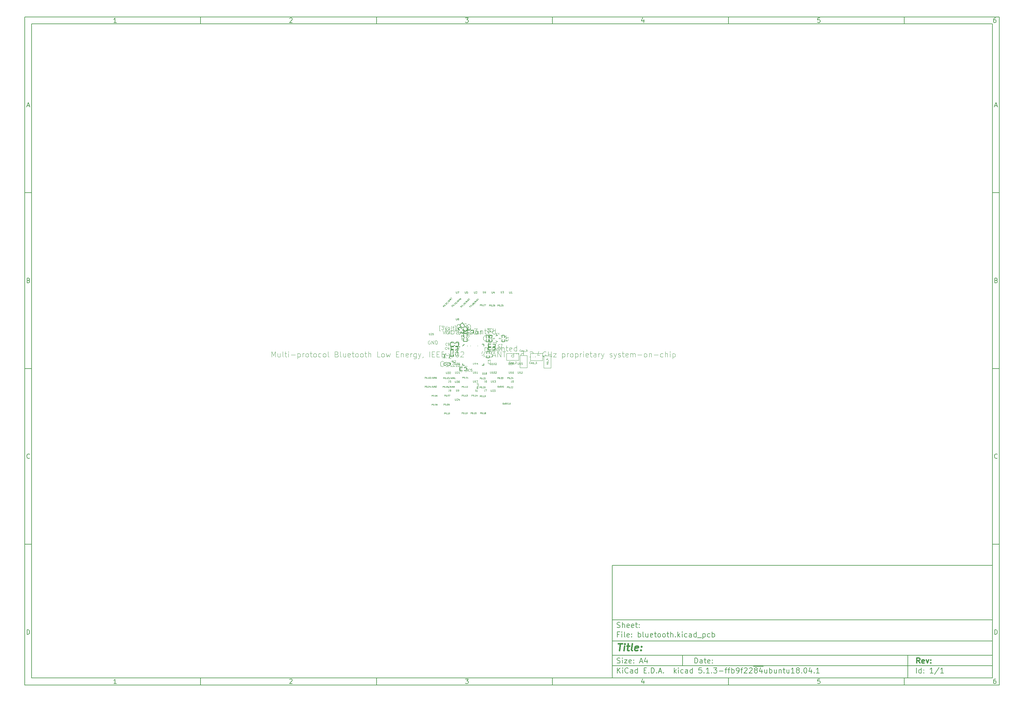
<source format=gbr>
%TF.GenerationSoftware,KiCad,Pcbnew,5.1.3-ffb9f22~84~ubuntu18.04.1*%
%TF.CreationDate,2019-07-25T20:39:45+03:00*%
%TF.ProjectId,bluetooth,626c7565-746f-46f7-9468-2e6b69636164,rev?*%
%TF.SameCoordinates,Original*%
%TF.FileFunction,Legend,Top*%
%TF.FilePolarity,Positive*%
%FSLAX45Y45*%
G04 Gerber Fmt 4.5, Leading zero omitted, Abs format (unit mm)*
G04 Created by KiCad (PCBNEW 5.1.3-ffb9f22~84~ubuntu18.04.1) date 2019-07-25 20:39:45*
%MOMM*%
%LPD*%
G04 APERTURE LIST*
%ADD10C,0.100000*%
%ADD11C,0.150000*%
%ADD12C,0.300000*%
%ADD13C,0.400000*%
%ADD14C,0.152400*%
%ADD15C,0.200000*%
%ADD16C,0.062500*%
%ADD17C,0.050000*%
%ADD18R,0.800000X1.750000*%
%ADD19R,1.750000X0.800000*%
%ADD20C,1.300000*%
%ADD21O,0.650000X0.200000*%
%ADD22O,0.200000X0.650000*%
%ADD23R,4.700000X4.700000*%
%ADD24R,0.600000X0.500000*%
%ADD25C,0.750000*%
%ADD26C,0.500000*%
%ADD27R,0.800000X0.750000*%
%ADD28R,0.500000X0.600000*%
%ADD29R,0.950000X0.850000*%
%ADD30R,0.750000X0.800000*%
%ADD31R,1.800000X1.000000*%
G04 APERTURE END LIST*
D10*
D11*
X17700220Y-16600720D02*
X17700220Y-19800720D01*
X28500220Y-19800720D01*
X28500220Y-16600720D01*
X17700220Y-16600720D01*
D10*
D11*
X1000000Y-1000000D02*
X1000000Y-20000720D01*
X28700220Y-20000720D01*
X28700220Y-1000000D01*
X1000000Y-1000000D01*
D10*
D11*
X1200000Y-1200000D02*
X1200000Y-19800720D01*
X28500220Y-19800720D01*
X28500220Y-1200000D01*
X1200000Y-1200000D01*
D10*
D11*
X6000000Y-1200000D02*
X6000000Y-1000000D01*
D10*
D11*
X11000000Y-1200000D02*
X11000000Y-1000000D01*
D10*
D11*
X16000000Y-1200000D02*
X16000000Y-1000000D01*
D10*
D11*
X21000000Y-1200000D02*
X21000000Y-1000000D01*
D10*
D11*
X26000000Y-1200000D02*
X26000000Y-1000000D01*
D10*
D11*
X3606548Y-1158810D02*
X3532262Y-1158810D01*
X3569405Y-1158810D02*
X3569405Y-1028809D01*
X3557024Y-1047381D01*
X3544643Y-1059762D01*
X3532262Y-1065952D01*
D10*
D11*
X8532262Y-1041190D02*
X8538452Y-1035000D01*
X8550833Y-1028809D01*
X8581786Y-1028809D01*
X8594167Y-1035000D01*
X8600357Y-1041190D01*
X8606548Y-1053571D01*
X8606548Y-1065952D01*
X8600357Y-1084524D01*
X8526071Y-1158810D01*
X8606548Y-1158810D01*
D10*
D11*
X13526071Y-1028809D02*
X13606548Y-1028809D01*
X13563214Y-1078333D01*
X13581786Y-1078333D01*
X13594167Y-1084524D01*
X13600357Y-1090714D01*
X13606548Y-1103095D01*
X13606548Y-1134048D01*
X13600357Y-1146429D01*
X13594167Y-1152619D01*
X13581786Y-1158810D01*
X13544643Y-1158810D01*
X13532262Y-1152619D01*
X13526071Y-1146429D01*
D10*
D11*
X18594167Y-1072143D02*
X18594167Y-1158810D01*
X18563214Y-1022619D02*
X18532262Y-1115476D01*
X18612738Y-1115476D01*
D10*
D11*
X23600357Y-1028809D02*
X23538452Y-1028809D01*
X23532262Y-1090714D01*
X23538452Y-1084524D01*
X23550833Y-1078333D01*
X23581786Y-1078333D01*
X23594167Y-1084524D01*
X23600357Y-1090714D01*
X23606548Y-1103095D01*
X23606548Y-1134048D01*
X23600357Y-1146429D01*
X23594167Y-1152619D01*
X23581786Y-1158810D01*
X23550833Y-1158810D01*
X23538452Y-1152619D01*
X23532262Y-1146429D01*
D10*
D11*
X28594167Y-1028809D02*
X28569405Y-1028809D01*
X28557024Y-1035000D01*
X28550833Y-1041190D01*
X28538452Y-1059762D01*
X28532262Y-1084524D01*
X28532262Y-1134048D01*
X28538452Y-1146429D01*
X28544643Y-1152619D01*
X28557024Y-1158810D01*
X28581786Y-1158810D01*
X28594167Y-1152619D01*
X28600357Y-1146429D01*
X28606548Y-1134048D01*
X28606548Y-1103095D01*
X28600357Y-1090714D01*
X28594167Y-1084524D01*
X28581786Y-1078333D01*
X28557024Y-1078333D01*
X28544643Y-1084524D01*
X28538452Y-1090714D01*
X28532262Y-1103095D01*
D10*
D11*
X6000000Y-19800720D02*
X6000000Y-20000720D01*
D10*
D11*
X11000000Y-19800720D02*
X11000000Y-20000720D01*
D10*
D11*
X16000000Y-19800720D02*
X16000000Y-20000720D01*
D10*
D11*
X21000000Y-19800720D02*
X21000000Y-20000720D01*
D10*
D11*
X26000000Y-19800720D02*
X26000000Y-20000720D01*
D10*
D11*
X3606548Y-19959530D02*
X3532262Y-19959530D01*
X3569405Y-19959530D02*
X3569405Y-19829530D01*
X3557024Y-19848101D01*
X3544643Y-19860482D01*
X3532262Y-19866672D01*
D10*
D11*
X8532262Y-19841910D02*
X8538452Y-19835720D01*
X8550833Y-19829530D01*
X8581786Y-19829530D01*
X8594167Y-19835720D01*
X8600357Y-19841910D01*
X8606548Y-19854291D01*
X8606548Y-19866672D01*
X8600357Y-19885244D01*
X8526071Y-19959530D01*
X8606548Y-19959530D01*
D10*
D11*
X13526071Y-19829530D02*
X13606548Y-19829530D01*
X13563214Y-19879053D01*
X13581786Y-19879053D01*
X13594167Y-19885244D01*
X13600357Y-19891434D01*
X13606548Y-19903815D01*
X13606548Y-19934768D01*
X13600357Y-19947149D01*
X13594167Y-19953339D01*
X13581786Y-19959530D01*
X13544643Y-19959530D01*
X13532262Y-19953339D01*
X13526071Y-19947149D01*
D10*
D11*
X18594167Y-19872863D02*
X18594167Y-19959530D01*
X18563214Y-19823339D02*
X18532262Y-19916196D01*
X18612738Y-19916196D01*
D10*
D11*
X23600357Y-19829530D02*
X23538452Y-19829530D01*
X23532262Y-19891434D01*
X23538452Y-19885244D01*
X23550833Y-19879053D01*
X23581786Y-19879053D01*
X23594167Y-19885244D01*
X23600357Y-19891434D01*
X23606548Y-19903815D01*
X23606548Y-19934768D01*
X23600357Y-19947149D01*
X23594167Y-19953339D01*
X23581786Y-19959530D01*
X23550833Y-19959530D01*
X23538452Y-19953339D01*
X23532262Y-19947149D01*
D10*
D11*
X28594167Y-19829530D02*
X28569405Y-19829530D01*
X28557024Y-19835720D01*
X28550833Y-19841910D01*
X28538452Y-19860482D01*
X28532262Y-19885244D01*
X28532262Y-19934768D01*
X28538452Y-19947149D01*
X28544643Y-19953339D01*
X28557024Y-19959530D01*
X28581786Y-19959530D01*
X28594167Y-19953339D01*
X28600357Y-19947149D01*
X28606548Y-19934768D01*
X28606548Y-19903815D01*
X28600357Y-19891434D01*
X28594167Y-19885244D01*
X28581786Y-19879053D01*
X28557024Y-19879053D01*
X28544643Y-19885244D01*
X28538452Y-19891434D01*
X28532262Y-19903815D01*
D10*
D11*
X1000000Y-6000000D02*
X1200000Y-6000000D01*
D10*
D11*
X1000000Y-11000000D02*
X1200000Y-11000000D01*
D10*
D11*
X1000000Y-16000000D02*
X1200000Y-16000000D01*
D10*
D11*
X1069048Y-3521667D02*
X1130952Y-3521667D01*
X1056667Y-3558809D02*
X1100000Y-3428809D01*
X1143333Y-3558809D01*
D10*
D11*
X1109286Y-8490714D02*
X1127857Y-8496905D01*
X1134048Y-8503095D01*
X1140238Y-8515476D01*
X1140238Y-8534048D01*
X1134048Y-8546429D01*
X1127857Y-8552619D01*
X1115476Y-8558810D01*
X1065952Y-8558810D01*
X1065952Y-8428810D01*
X1109286Y-8428810D01*
X1121667Y-8435000D01*
X1127857Y-8441190D01*
X1134048Y-8453571D01*
X1134048Y-8465952D01*
X1127857Y-8478333D01*
X1121667Y-8484524D01*
X1109286Y-8490714D01*
X1065952Y-8490714D01*
D10*
D11*
X1140238Y-13546428D02*
X1134048Y-13552619D01*
X1115476Y-13558809D01*
X1103095Y-13558809D01*
X1084524Y-13552619D01*
X1072143Y-13540238D01*
X1065952Y-13527857D01*
X1059762Y-13503095D01*
X1059762Y-13484524D01*
X1065952Y-13459762D01*
X1072143Y-13447381D01*
X1084524Y-13435000D01*
X1103095Y-13428809D01*
X1115476Y-13428809D01*
X1134048Y-13435000D01*
X1140238Y-13441190D01*
D10*
D11*
X1065952Y-18558810D02*
X1065952Y-18428810D01*
X1096905Y-18428810D01*
X1115476Y-18435000D01*
X1127857Y-18447381D01*
X1134048Y-18459762D01*
X1140238Y-18484524D01*
X1140238Y-18503095D01*
X1134048Y-18527857D01*
X1127857Y-18540238D01*
X1115476Y-18552619D01*
X1096905Y-18558810D01*
X1065952Y-18558810D01*
D10*
D11*
X28700220Y-6000000D02*
X28500220Y-6000000D01*
D10*
D11*
X28700220Y-11000000D02*
X28500220Y-11000000D01*
D10*
D11*
X28700220Y-16000000D02*
X28500220Y-16000000D01*
D10*
D11*
X28569268Y-3521667D02*
X28631172Y-3521667D01*
X28556887Y-3558809D02*
X28600220Y-3428809D01*
X28643553Y-3558809D01*
D10*
D11*
X28609506Y-8490714D02*
X28628077Y-8496905D01*
X28634268Y-8503095D01*
X28640458Y-8515476D01*
X28640458Y-8534048D01*
X28634268Y-8546429D01*
X28628077Y-8552619D01*
X28615696Y-8558810D01*
X28566172Y-8558810D01*
X28566172Y-8428810D01*
X28609506Y-8428810D01*
X28621887Y-8435000D01*
X28628077Y-8441190D01*
X28634268Y-8453571D01*
X28634268Y-8465952D01*
X28628077Y-8478333D01*
X28621887Y-8484524D01*
X28609506Y-8490714D01*
X28566172Y-8490714D01*
D10*
D11*
X28640458Y-13546428D02*
X28634268Y-13552619D01*
X28615696Y-13558809D01*
X28603315Y-13558809D01*
X28584744Y-13552619D01*
X28572363Y-13540238D01*
X28566172Y-13527857D01*
X28559982Y-13503095D01*
X28559982Y-13484524D01*
X28566172Y-13459762D01*
X28572363Y-13447381D01*
X28584744Y-13435000D01*
X28603315Y-13428809D01*
X28615696Y-13428809D01*
X28634268Y-13435000D01*
X28640458Y-13441190D01*
D10*
D11*
X28566172Y-18558810D02*
X28566172Y-18428810D01*
X28597125Y-18428810D01*
X28615696Y-18435000D01*
X28628077Y-18447381D01*
X28634268Y-18459762D01*
X28640458Y-18484524D01*
X28640458Y-18503095D01*
X28634268Y-18527857D01*
X28628077Y-18540238D01*
X28615696Y-18552619D01*
X28597125Y-18558810D01*
X28566172Y-18558810D01*
D10*
D11*
X20043434Y-19378577D02*
X20043434Y-19228577D01*
X20079149Y-19228577D01*
X20100577Y-19235720D01*
X20114863Y-19250006D01*
X20122006Y-19264291D01*
X20129149Y-19292863D01*
X20129149Y-19314291D01*
X20122006Y-19342863D01*
X20114863Y-19357149D01*
X20100577Y-19371434D01*
X20079149Y-19378577D01*
X20043434Y-19378577D01*
X20257720Y-19378577D02*
X20257720Y-19300006D01*
X20250577Y-19285720D01*
X20236291Y-19278577D01*
X20207720Y-19278577D01*
X20193434Y-19285720D01*
X20257720Y-19371434D02*
X20243434Y-19378577D01*
X20207720Y-19378577D01*
X20193434Y-19371434D01*
X20186291Y-19357149D01*
X20186291Y-19342863D01*
X20193434Y-19328577D01*
X20207720Y-19321434D01*
X20243434Y-19321434D01*
X20257720Y-19314291D01*
X20307720Y-19278577D02*
X20364863Y-19278577D01*
X20329149Y-19228577D02*
X20329149Y-19357149D01*
X20336291Y-19371434D01*
X20350577Y-19378577D01*
X20364863Y-19378577D01*
X20472006Y-19371434D02*
X20457720Y-19378577D01*
X20429149Y-19378577D01*
X20414863Y-19371434D01*
X20407720Y-19357149D01*
X20407720Y-19300006D01*
X20414863Y-19285720D01*
X20429149Y-19278577D01*
X20457720Y-19278577D01*
X20472006Y-19285720D01*
X20479149Y-19300006D01*
X20479149Y-19314291D01*
X20407720Y-19328577D01*
X20543434Y-19364291D02*
X20550577Y-19371434D01*
X20543434Y-19378577D01*
X20536291Y-19371434D01*
X20543434Y-19364291D01*
X20543434Y-19378577D01*
X20543434Y-19285720D02*
X20550577Y-19292863D01*
X20543434Y-19300006D01*
X20536291Y-19292863D01*
X20543434Y-19285720D01*
X20543434Y-19300006D01*
D10*
D11*
X17700220Y-19450720D02*
X28500220Y-19450720D01*
D10*
D11*
X17843434Y-19658577D02*
X17843434Y-19508577D01*
X17929149Y-19658577D02*
X17864863Y-19572863D01*
X17929149Y-19508577D02*
X17843434Y-19594291D01*
X17993434Y-19658577D02*
X17993434Y-19558577D01*
X17993434Y-19508577D02*
X17986291Y-19515720D01*
X17993434Y-19522863D01*
X18000577Y-19515720D01*
X17993434Y-19508577D01*
X17993434Y-19522863D01*
X18150577Y-19644291D02*
X18143434Y-19651434D01*
X18122006Y-19658577D01*
X18107720Y-19658577D01*
X18086291Y-19651434D01*
X18072006Y-19637149D01*
X18064863Y-19622863D01*
X18057720Y-19594291D01*
X18057720Y-19572863D01*
X18064863Y-19544291D01*
X18072006Y-19530006D01*
X18086291Y-19515720D01*
X18107720Y-19508577D01*
X18122006Y-19508577D01*
X18143434Y-19515720D01*
X18150577Y-19522863D01*
X18279149Y-19658577D02*
X18279149Y-19580006D01*
X18272006Y-19565720D01*
X18257720Y-19558577D01*
X18229149Y-19558577D01*
X18214863Y-19565720D01*
X18279149Y-19651434D02*
X18264863Y-19658577D01*
X18229149Y-19658577D01*
X18214863Y-19651434D01*
X18207720Y-19637149D01*
X18207720Y-19622863D01*
X18214863Y-19608577D01*
X18229149Y-19601434D01*
X18264863Y-19601434D01*
X18279149Y-19594291D01*
X18414863Y-19658577D02*
X18414863Y-19508577D01*
X18414863Y-19651434D02*
X18400577Y-19658577D01*
X18372006Y-19658577D01*
X18357720Y-19651434D01*
X18350577Y-19644291D01*
X18343434Y-19630006D01*
X18343434Y-19587149D01*
X18350577Y-19572863D01*
X18357720Y-19565720D01*
X18372006Y-19558577D01*
X18400577Y-19558577D01*
X18414863Y-19565720D01*
X18600577Y-19580006D02*
X18650577Y-19580006D01*
X18672006Y-19658577D02*
X18600577Y-19658577D01*
X18600577Y-19508577D01*
X18672006Y-19508577D01*
X18736291Y-19644291D02*
X18743434Y-19651434D01*
X18736291Y-19658577D01*
X18729149Y-19651434D01*
X18736291Y-19644291D01*
X18736291Y-19658577D01*
X18807720Y-19658577D02*
X18807720Y-19508577D01*
X18843434Y-19508577D01*
X18864863Y-19515720D01*
X18879149Y-19530006D01*
X18886291Y-19544291D01*
X18893434Y-19572863D01*
X18893434Y-19594291D01*
X18886291Y-19622863D01*
X18879149Y-19637149D01*
X18864863Y-19651434D01*
X18843434Y-19658577D01*
X18807720Y-19658577D01*
X18957720Y-19644291D02*
X18964863Y-19651434D01*
X18957720Y-19658577D01*
X18950577Y-19651434D01*
X18957720Y-19644291D01*
X18957720Y-19658577D01*
X19022006Y-19615720D02*
X19093434Y-19615720D01*
X19007720Y-19658577D02*
X19057720Y-19508577D01*
X19107720Y-19658577D01*
X19157720Y-19644291D02*
X19164863Y-19651434D01*
X19157720Y-19658577D01*
X19150577Y-19651434D01*
X19157720Y-19644291D01*
X19157720Y-19658577D01*
X19457720Y-19658577D02*
X19457720Y-19508577D01*
X19472006Y-19601434D02*
X19514863Y-19658577D01*
X19514863Y-19558577D02*
X19457720Y-19615720D01*
X19579149Y-19658577D02*
X19579149Y-19558577D01*
X19579149Y-19508577D02*
X19572006Y-19515720D01*
X19579149Y-19522863D01*
X19586291Y-19515720D01*
X19579149Y-19508577D01*
X19579149Y-19522863D01*
X19714863Y-19651434D02*
X19700577Y-19658577D01*
X19672006Y-19658577D01*
X19657720Y-19651434D01*
X19650577Y-19644291D01*
X19643434Y-19630006D01*
X19643434Y-19587149D01*
X19650577Y-19572863D01*
X19657720Y-19565720D01*
X19672006Y-19558577D01*
X19700577Y-19558577D01*
X19714863Y-19565720D01*
X19843434Y-19658577D02*
X19843434Y-19580006D01*
X19836291Y-19565720D01*
X19822006Y-19558577D01*
X19793434Y-19558577D01*
X19779149Y-19565720D01*
X19843434Y-19651434D02*
X19829149Y-19658577D01*
X19793434Y-19658577D01*
X19779149Y-19651434D01*
X19772006Y-19637149D01*
X19772006Y-19622863D01*
X19779149Y-19608577D01*
X19793434Y-19601434D01*
X19829149Y-19601434D01*
X19843434Y-19594291D01*
X19979149Y-19658577D02*
X19979149Y-19508577D01*
X19979149Y-19651434D02*
X19964863Y-19658577D01*
X19936291Y-19658577D01*
X19922006Y-19651434D01*
X19914863Y-19644291D01*
X19907720Y-19630006D01*
X19907720Y-19587149D01*
X19914863Y-19572863D01*
X19922006Y-19565720D01*
X19936291Y-19558577D01*
X19964863Y-19558577D01*
X19979149Y-19565720D01*
X20236291Y-19508577D02*
X20164863Y-19508577D01*
X20157720Y-19580006D01*
X20164863Y-19572863D01*
X20179149Y-19565720D01*
X20214863Y-19565720D01*
X20229149Y-19572863D01*
X20236291Y-19580006D01*
X20243434Y-19594291D01*
X20243434Y-19630006D01*
X20236291Y-19644291D01*
X20229149Y-19651434D01*
X20214863Y-19658577D01*
X20179149Y-19658577D01*
X20164863Y-19651434D01*
X20157720Y-19644291D01*
X20307720Y-19644291D02*
X20314863Y-19651434D01*
X20307720Y-19658577D01*
X20300577Y-19651434D01*
X20307720Y-19644291D01*
X20307720Y-19658577D01*
X20457720Y-19658577D02*
X20372006Y-19658577D01*
X20414863Y-19658577D02*
X20414863Y-19508577D01*
X20400577Y-19530006D01*
X20386291Y-19544291D01*
X20372006Y-19551434D01*
X20522006Y-19644291D02*
X20529149Y-19651434D01*
X20522006Y-19658577D01*
X20514863Y-19651434D01*
X20522006Y-19644291D01*
X20522006Y-19658577D01*
X20579149Y-19508577D02*
X20672006Y-19508577D01*
X20622006Y-19565720D01*
X20643434Y-19565720D01*
X20657720Y-19572863D01*
X20664863Y-19580006D01*
X20672006Y-19594291D01*
X20672006Y-19630006D01*
X20664863Y-19644291D01*
X20657720Y-19651434D01*
X20643434Y-19658577D01*
X20600577Y-19658577D01*
X20586291Y-19651434D01*
X20579149Y-19644291D01*
X20736291Y-19601434D02*
X20850577Y-19601434D01*
X20900577Y-19558577D02*
X20957720Y-19558577D01*
X20922006Y-19658577D02*
X20922006Y-19530006D01*
X20929149Y-19515720D01*
X20943434Y-19508577D01*
X20957720Y-19508577D01*
X20986291Y-19558577D02*
X21043434Y-19558577D01*
X21007720Y-19658577D02*
X21007720Y-19530006D01*
X21014863Y-19515720D01*
X21029149Y-19508577D01*
X21043434Y-19508577D01*
X21093434Y-19658577D02*
X21093434Y-19508577D01*
X21093434Y-19565720D02*
X21107720Y-19558577D01*
X21136291Y-19558577D01*
X21150577Y-19565720D01*
X21157720Y-19572863D01*
X21164863Y-19587149D01*
X21164863Y-19630006D01*
X21157720Y-19644291D01*
X21150577Y-19651434D01*
X21136291Y-19658577D01*
X21107720Y-19658577D01*
X21093434Y-19651434D01*
X21236291Y-19658577D02*
X21264863Y-19658577D01*
X21279149Y-19651434D01*
X21286291Y-19644291D01*
X21300577Y-19622863D01*
X21307720Y-19594291D01*
X21307720Y-19537149D01*
X21300577Y-19522863D01*
X21293434Y-19515720D01*
X21279149Y-19508577D01*
X21250577Y-19508577D01*
X21236291Y-19515720D01*
X21229149Y-19522863D01*
X21222006Y-19537149D01*
X21222006Y-19572863D01*
X21229149Y-19587149D01*
X21236291Y-19594291D01*
X21250577Y-19601434D01*
X21279149Y-19601434D01*
X21293434Y-19594291D01*
X21300577Y-19587149D01*
X21307720Y-19572863D01*
X21350577Y-19558577D02*
X21407720Y-19558577D01*
X21372006Y-19658577D02*
X21372006Y-19530006D01*
X21379149Y-19515720D01*
X21393434Y-19508577D01*
X21407720Y-19508577D01*
X21450577Y-19522863D02*
X21457720Y-19515720D01*
X21472006Y-19508577D01*
X21507720Y-19508577D01*
X21522006Y-19515720D01*
X21529149Y-19522863D01*
X21536291Y-19537149D01*
X21536291Y-19551434D01*
X21529149Y-19572863D01*
X21443434Y-19658577D01*
X21536291Y-19658577D01*
X21593434Y-19522863D02*
X21600577Y-19515720D01*
X21614863Y-19508577D01*
X21650577Y-19508577D01*
X21664863Y-19515720D01*
X21672006Y-19522863D01*
X21679149Y-19537149D01*
X21679149Y-19551434D01*
X21672006Y-19572863D01*
X21586291Y-19658577D01*
X21679149Y-19658577D01*
X21707720Y-19467720D02*
X21850577Y-19467720D01*
X21764863Y-19572863D02*
X21750577Y-19565720D01*
X21743434Y-19558577D01*
X21736291Y-19544291D01*
X21736291Y-19537149D01*
X21743434Y-19522863D01*
X21750577Y-19515720D01*
X21764863Y-19508577D01*
X21793434Y-19508577D01*
X21807720Y-19515720D01*
X21814863Y-19522863D01*
X21822006Y-19537149D01*
X21822006Y-19544291D01*
X21814863Y-19558577D01*
X21807720Y-19565720D01*
X21793434Y-19572863D01*
X21764863Y-19572863D01*
X21750577Y-19580006D01*
X21743434Y-19587149D01*
X21736291Y-19601434D01*
X21736291Y-19630006D01*
X21743434Y-19644291D01*
X21750577Y-19651434D01*
X21764863Y-19658577D01*
X21793434Y-19658577D01*
X21807720Y-19651434D01*
X21814863Y-19644291D01*
X21822006Y-19630006D01*
X21822006Y-19601434D01*
X21814863Y-19587149D01*
X21807720Y-19580006D01*
X21793434Y-19572863D01*
X21850577Y-19467720D02*
X21993434Y-19467720D01*
X21950577Y-19558577D02*
X21950577Y-19658577D01*
X21914863Y-19501434D02*
X21879149Y-19608577D01*
X21972006Y-19608577D01*
X22093434Y-19558577D02*
X22093434Y-19658577D01*
X22029149Y-19558577D02*
X22029149Y-19637149D01*
X22036291Y-19651434D01*
X22050577Y-19658577D01*
X22072006Y-19658577D01*
X22086291Y-19651434D01*
X22093434Y-19644291D01*
X22164863Y-19658577D02*
X22164863Y-19508577D01*
X22164863Y-19565720D02*
X22179149Y-19558577D01*
X22207720Y-19558577D01*
X22222006Y-19565720D01*
X22229149Y-19572863D01*
X22236291Y-19587149D01*
X22236291Y-19630006D01*
X22229149Y-19644291D01*
X22222006Y-19651434D01*
X22207720Y-19658577D01*
X22179149Y-19658577D01*
X22164863Y-19651434D01*
X22364863Y-19558577D02*
X22364863Y-19658577D01*
X22300577Y-19558577D02*
X22300577Y-19637149D01*
X22307720Y-19651434D01*
X22322006Y-19658577D01*
X22343434Y-19658577D01*
X22357720Y-19651434D01*
X22364863Y-19644291D01*
X22436291Y-19558577D02*
X22436291Y-19658577D01*
X22436291Y-19572863D02*
X22443434Y-19565720D01*
X22457720Y-19558577D01*
X22479148Y-19558577D01*
X22493434Y-19565720D01*
X22500577Y-19580006D01*
X22500577Y-19658577D01*
X22550577Y-19558577D02*
X22607720Y-19558577D01*
X22572006Y-19508577D02*
X22572006Y-19637149D01*
X22579148Y-19651434D01*
X22593434Y-19658577D01*
X22607720Y-19658577D01*
X22722006Y-19558577D02*
X22722006Y-19658577D01*
X22657720Y-19558577D02*
X22657720Y-19637149D01*
X22664863Y-19651434D01*
X22679148Y-19658577D01*
X22700577Y-19658577D01*
X22714863Y-19651434D01*
X22722006Y-19644291D01*
X22872006Y-19658577D02*
X22786291Y-19658577D01*
X22829148Y-19658577D02*
X22829148Y-19508577D01*
X22814863Y-19530006D01*
X22800577Y-19544291D01*
X22786291Y-19551434D01*
X22957720Y-19572863D02*
X22943434Y-19565720D01*
X22936291Y-19558577D01*
X22929148Y-19544291D01*
X22929148Y-19537149D01*
X22936291Y-19522863D01*
X22943434Y-19515720D01*
X22957720Y-19508577D01*
X22986291Y-19508577D01*
X23000577Y-19515720D01*
X23007720Y-19522863D01*
X23014863Y-19537149D01*
X23014863Y-19544291D01*
X23007720Y-19558577D01*
X23000577Y-19565720D01*
X22986291Y-19572863D01*
X22957720Y-19572863D01*
X22943434Y-19580006D01*
X22936291Y-19587149D01*
X22929148Y-19601434D01*
X22929148Y-19630006D01*
X22936291Y-19644291D01*
X22943434Y-19651434D01*
X22957720Y-19658577D01*
X22986291Y-19658577D01*
X23000577Y-19651434D01*
X23007720Y-19644291D01*
X23014863Y-19630006D01*
X23014863Y-19601434D01*
X23007720Y-19587149D01*
X23000577Y-19580006D01*
X22986291Y-19572863D01*
X23079148Y-19644291D02*
X23086291Y-19651434D01*
X23079148Y-19658577D01*
X23072006Y-19651434D01*
X23079148Y-19644291D01*
X23079148Y-19658577D01*
X23179148Y-19508577D02*
X23193434Y-19508577D01*
X23207720Y-19515720D01*
X23214863Y-19522863D01*
X23222006Y-19537149D01*
X23229148Y-19565720D01*
X23229148Y-19601434D01*
X23222006Y-19630006D01*
X23214863Y-19644291D01*
X23207720Y-19651434D01*
X23193434Y-19658577D01*
X23179148Y-19658577D01*
X23164863Y-19651434D01*
X23157720Y-19644291D01*
X23150577Y-19630006D01*
X23143434Y-19601434D01*
X23143434Y-19565720D01*
X23150577Y-19537149D01*
X23157720Y-19522863D01*
X23164863Y-19515720D01*
X23179148Y-19508577D01*
X23357720Y-19558577D02*
X23357720Y-19658577D01*
X23322006Y-19501434D02*
X23286291Y-19608577D01*
X23379148Y-19608577D01*
X23436291Y-19644291D02*
X23443434Y-19651434D01*
X23436291Y-19658577D01*
X23429148Y-19651434D01*
X23436291Y-19644291D01*
X23436291Y-19658577D01*
X23586291Y-19658577D02*
X23500577Y-19658577D01*
X23543434Y-19658577D02*
X23543434Y-19508577D01*
X23529148Y-19530006D01*
X23514863Y-19544291D01*
X23500577Y-19551434D01*
D10*
D11*
X17700220Y-19150720D02*
X28500220Y-19150720D01*
D10*
D12*
X26441148Y-19378577D02*
X26391148Y-19307149D01*
X26355434Y-19378577D02*
X26355434Y-19228577D01*
X26412577Y-19228577D01*
X26426863Y-19235720D01*
X26434006Y-19242863D01*
X26441148Y-19257149D01*
X26441148Y-19278577D01*
X26434006Y-19292863D01*
X26426863Y-19300006D01*
X26412577Y-19307149D01*
X26355434Y-19307149D01*
X26562577Y-19371434D02*
X26548291Y-19378577D01*
X26519720Y-19378577D01*
X26505434Y-19371434D01*
X26498291Y-19357149D01*
X26498291Y-19300006D01*
X26505434Y-19285720D01*
X26519720Y-19278577D01*
X26548291Y-19278577D01*
X26562577Y-19285720D01*
X26569720Y-19300006D01*
X26569720Y-19314291D01*
X26498291Y-19328577D01*
X26619720Y-19278577D02*
X26655434Y-19378577D01*
X26691148Y-19278577D01*
X26748291Y-19364291D02*
X26755434Y-19371434D01*
X26748291Y-19378577D01*
X26741148Y-19371434D01*
X26748291Y-19364291D01*
X26748291Y-19378577D01*
X26748291Y-19285720D02*
X26755434Y-19292863D01*
X26748291Y-19300006D01*
X26741148Y-19292863D01*
X26748291Y-19285720D01*
X26748291Y-19300006D01*
D10*
D11*
X17836291Y-19371434D02*
X17857720Y-19378577D01*
X17893434Y-19378577D01*
X17907720Y-19371434D01*
X17914863Y-19364291D01*
X17922006Y-19350006D01*
X17922006Y-19335720D01*
X17914863Y-19321434D01*
X17907720Y-19314291D01*
X17893434Y-19307149D01*
X17864863Y-19300006D01*
X17850577Y-19292863D01*
X17843434Y-19285720D01*
X17836291Y-19271434D01*
X17836291Y-19257149D01*
X17843434Y-19242863D01*
X17850577Y-19235720D01*
X17864863Y-19228577D01*
X17900577Y-19228577D01*
X17922006Y-19235720D01*
X17986291Y-19378577D02*
X17986291Y-19278577D01*
X17986291Y-19228577D02*
X17979149Y-19235720D01*
X17986291Y-19242863D01*
X17993434Y-19235720D01*
X17986291Y-19228577D01*
X17986291Y-19242863D01*
X18043434Y-19278577D02*
X18122006Y-19278577D01*
X18043434Y-19378577D01*
X18122006Y-19378577D01*
X18236291Y-19371434D02*
X18222006Y-19378577D01*
X18193434Y-19378577D01*
X18179149Y-19371434D01*
X18172006Y-19357149D01*
X18172006Y-19300006D01*
X18179149Y-19285720D01*
X18193434Y-19278577D01*
X18222006Y-19278577D01*
X18236291Y-19285720D01*
X18243434Y-19300006D01*
X18243434Y-19314291D01*
X18172006Y-19328577D01*
X18307720Y-19364291D02*
X18314863Y-19371434D01*
X18307720Y-19378577D01*
X18300577Y-19371434D01*
X18307720Y-19364291D01*
X18307720Y-19378577D01*
X18307720Y-19285720D02*
X18314863Y-19292863D01*
X18307720Y-19300006D01*
X18300577Y-19292863D01*
X18307720Y-19285720D01*
X18307720Y-19300006D01*
X18486291Y-19335720D02*
X18557720Y-19335720D01*
X18472006Y-19378577D02*
X18522006Y-19228577D01*
X18572006Y-19378577D01*
X18686291Y-19278577D02*
X18686291Y-19378577D01*
X18650577Y-19221434D02*
X18614863Y-19328577D01*
X18707720Y-19328577D01*
D10*
D11*
X26343434Y-19658577D02*
X26343434Y-19508577D01*
X26479148Y-19658577D02*
X26479148Y-19508577D01*
X26479148Y-19651434D02*
X26464863Y-19658577D01*
X26436291Y-19658577D01*
X26422006Y-19651434D01*
X26414863Y-19644291D01*
X26407720Y-19630006D01*
X26407720Y-19587149D01*
X26414863Y-19572863D01*
X26422006Y-19565720D01*
X26436291Y-19558577D01*
X26464863Y-19558577D01*
X26479148Y-19565720D01*
X26550577Y-19644291D02*
X26557720Y-19651434D01*
X26550577Y-19658577D01*
X26543434Y-19651434D01*
X26550577Y-19644291D01*
X26550577Y-19658577D01*
X26550577Y-19565720D02*
X26557720Y-19572863D01*
X26550577Y-19580006D01*
X26543434Y-19572863D01*
X26550577Y-19565720D01*
X26550577Y-19580006D01*
X26814863Y-19658577D02*
X26729148Y-19658577D01*
X26772006Y-19658577D02*
X26772006Y-19508577D01*
X26757720Y-19530006D01*
X26743434Y-19544291D01*
X26729148Y-19551434D01*
X26986291Y-19501434D02*
X26857720Y-19694291D01*
X27114863Y-19658577D02*
X27029148Y-19658577D01*
X27072006Y-19658577D02*
X27072006Y-19508577D01*
X27057720Y-19530006D01*
X27043434Y-19544291D01*
X27029148Y-19551434D01*
D10*
D11*
X17700220Y-18750720D02*
X28500220Y-18750720D01*
D10*
D13*
X17871458Y-18821196D02*
X17985744Y-18821196D01*
X17903601Y-19021196D02*
X17928601Y-18821196D01*
X18027410Y-19021196D02*
X18044077Y-18887863D01*
X18052410Y-18821196D02*
X18041696Y-18830720D01*
X18050030Y-18840244D01*
X18060744Y-18830720D01*
X18052410Y-18821196D01*
X18050030Y-18840244D01*
X18110744Y-18887863D02*
X18186934Y-18887863D01*
X18147649Y-18821196D02*
X18126220Y-18992625D01*
X18133363Y-19011672D01*
X18151220Y-19021196D01*
X18170268Y-19021196D01*
X18265506Y-19021196D02*
X18247649Y-19011672D01*
X18240506Y-18992625D01*
X18261934Y-18821196D01*
X18419077Y-19011672D02*
X18398839Y-19021196D01*
X18360744Y-19021196D01*
X18342887Y-19011672D01*
X18335744Y-18992625D01*
X18345268Y-18916434D01*
X18357172Y-18897387D01*
X18377410Y-18887863D01*
X18415506Y-18887863D01*
X18433363Y-18897387D01*
X18440506Y-18916434D01*
X18438125Y-18935482D01*
X18340506Y-18954530D01*
X18515506Y-19002149D02*
X18523839Y-19011672D01*
X18513125Y-19021196D01*
X18504791Y-19011672D01*
X18515506Y-19002149D01*
X18513125Y-19021196D01*
X18528601Y-18897387D02*
X18536934Y-18906910D01*
X18526220Y-18916434D01*
X18517887Y-18906910D01*
X18528601Y-18897387D01*
X18526220Y-18916434D01*
D10*
D11*
X17893434Y-18560006D02*
X17843434Y-18560006D01*
X17843434Y-18638577D02*
X17843434Y-18488577D01*
X17914863Y-18488577D01*
X17972006Y-18638577D02*
X17972006Y-18538577D01*
X17972006Y-18488577D02*
X17964863Y-18495720D01*
X17972006Y-18502863D01*
X17979149Y-18495720D01*
X17972006Y-18488577D01*
X17972006Y-18502863D01*
X18064863Y-18638577D02*
X18050577Y-18631434D01*
X18043434Y-18617149D01*
X18043434Y-18488577D01*
X18179149Y-18631434D02*
X18164863Y-18638577D01*
X18136291Y-18638577D01*
X18122006Y-18631434D01*
X18114863Y-18617149D01*
X18114863Y-18560006D01*
X18122006Y-18545720D01*
X18136291Y-18538577D01*
X18164863Y-18538577D01*
X18179149Y-18545720D01*
X18186291Y-18560006D01*
X18186291Y-18574291D01*
X18114863Y-18588577D01*
X18250577Y-18624291D02*
X18257720Y-18631434D01*
X18250577Y-18638577D01*
X18243434Y-18631434D01*
X18250577Y-18624291D01*
X18250577Y-18638577D01*
X18250577Y-18545720D02*
X18257720Y-18552863D01*
X18250577Y-18560006D01*
X18243434Y-18552863D01*
X18250577Y-18545720D01*
X18250577Y-18560006D01*
X18436291Y-18638577D02*
X18436291Y-18488577D01*
X18436291Y-18545720D02*
X18450577Y-18538577D01*
X18479149Y-18538577D01*
X18493434Y-18545720D01*
X18500577Y-18552863D01*
X18507720Y-18567149D01*
X18507720Y-18610006D01*
X18500577Y-18624291D01*
X18493434Y-18631434D01*
X18479149Y-18638577D01*
X18450577Y-18638577D01*
X18436291Y-18631434D01*
X18593434Y-18638577D02*
X18579149Y-18631434D01*
X18572006Y-18617149D01*
X18572006Y-18488577D01*
X18714863Y-18538577D02*
X18714863Y-18638577D01*
X18650577Y-18538577D02*
X18650577Y-18617149D01*
X18657720Y-18631434D01*
X18672006Y-18638577D01*
X18693434Y-18638577D01*
X18707720Y-18631434D01*
X18714863Y-18624291D01*
X18843434Y-18631434D02*
X18829149Y-18638577D01*
X18800577Y-18638577D01*
X18786291Y-18631434D01*
X18779149Y-18617149D01*
X18779149Y-18560006D01*
X18786291Y-18545720D01*
X18800577Y-18538577D01*
X18829149Y-18538577D01*
X18843434Y-18545720D01*
X18850577Y-18560006D01*
X18850577Y-18574291D01*
X18779149Y-18588577D01*
X18893434Y-18538577D02*
X18950577Y-18538577D01*
X18914863Y-18488577D02*
X18914863Y-18617149D01*
X18922006Y-18631434D01*
X18936291Y-18638577D01*
X18950577Y-18638577D01*
X19022006Y-18638577D02*
X19007720Y-18631434D01*
X19000577Y-18624291D01*
X18993434Y-18610006D01*
X18993434Y-18567149D01*
X19000577Y-18552863D01*
X19007720Y-18545720D01*
X19022006Y-18538577D01*
X19043434Y-18538577D01*
X19057720Y-18545720D01*
X19064863Y-18552863D01*
X19072006Y-18567149D01*
X19072006Y-18610006D01*
X19064863Y-18624291D01*
X19057720Y-18631434D01*
X19043434Y-18638577D01*
X19022006Y-18638577D01*
X19157720Y-18638577D02*
X19143434Y-18631434D01*
X19136291Y-18624291D01*
X19129149Y-18610006D01*
X19129149Y-18567149D01*
X19136291Y-18552863D01*
X19143434Y-18545720D01*
X19157720Y-18538577D01*
X19179149Y-18538577D01*
X19193434Y-18545720D01*
X19200577Y-18552863D01*
X19207720Y-18567149D01*
X19207720Y-18610006D01*
X19200577Y-18624291D01*
X19193434Y-18631434D01*
X19179149Y-18638577D01*
X19157720Y-18638577D01*
X19250577Y-18538577D02*
X19307720Y-18538577D01*
X19272006Y-18488577D02*
X19272006Y-18617149D01*
X19279149Y-18631434D01*
X19293434Y-18638577D01*
X19307720Y-18638577D01*
X19357720Y-18638577D02*
X19357720Y-18488577D01*
X19422006Y-18638577D02*
X19422006Y-18560006D01*
X19414863Y-18545720D01*
X19400577Y-18538577D01*
X19379149Y-18538577D01*
X19364863Y-18545720D01*
X19357720Y-18552863D01*
X19493434Y-18624291D02*
X19500577Y-18631434D01*
X19493434Y-18638577D01*
X19486291Y-18631434D01*
X19493434Y-18624291D01*
X19493434Y-18638577D01*
X19564863Y-18638577D02*
X19564863Y-18488577D01*
X19579149Y-18581434D02*
X19622006Y-18638577D01*
X19622006Y-18538577D02*
X19564863Y-18595720D01*
X19686291Y-18638577D02*
X19686291Y-18538577D01*
X19686291Y-18488577D02*
X19679149Y-18495720D01*
X19686291Y-18502863D01*
X19693434Y-18495720D01*
X19686291Y-18488577D01*
X19686291Y-18502863D01*
X19822006Y-18631434D02*
X19807720Y-18638577D01*
X19779149Y-18638577D01*
X19764863Y-18631434D01*
X19757720Y-18624291D01*
X19750577Y-18610006D01*
X19750577Y-18567149D01*
X19757720Y-18552863D01*
X19764863Y-18545720D01*
X19779149Y-18538577D01*
X19807720Y-18538577D01*
X19822006Y-18545720D01*
X19950577Y-18638577D02*
X19950577Y-18560006D01*
X19943434Y-18545720D01*
X19929149Y-18538577D01*
X19900577Y-18538577D01*
X19886291Y-18545720D01*
X19950577Y-18631434D02*
X19936291Y-18638577D01*
X19900577Y-18638577D01*
X19886291Y-18631434D01*
X19879149Y-18617149D01*
X19879149Y-18602863D01*
X19886291Y-18588577D01*
X19900577Y-18581434D01*
X19936291Y-18581434D01*
X19950577Y-18574291D01*
X20086291Y-18638577D02*
X20086291Y-18488577D01*
X20086291Y-18631434D02*
X20072006Y-18638577D01*
X20043434Y-18638577D01*
X20029149Y-18631434D01*
X20022006Y-18624291D01*
X20014863Y-18610006D01*
X20014863Y-18567149D01*
X20022006Y-18552863D01*
X20029149Y-18545720D01*
X20043434Y-18538577D01*
X20072006Y-18538577D01*
X20086291Y-18545720D01*
X20122006Y-18652863D02*
X20236291Y-18652863D01*
X20272006Y-18538577D02*
X20272006Y-18688577D01*
X20272006Y-18545720D02*
X20286291Y-18538577D01*
X20314863Y-18538577D01*
X20329149Y-18545720D01*
X20336291Y-18552863D01*
X20343434Y-18567149D01*
X20343434Y-18610006D01*
X20336291Y-18624291D01*
X20329149Y-18631434D01*
X20314863Y-18638577D01*
X20286291Y-18638577D01*
X20272006Y-18631434D01*
X20472006Y-18631434D02*
X20457720Y-18638577D01*
X20429149Y-18638577D01*
X20414863Y-18631434D01*
X20407720Y-18624291D01*
X20400577Y-18610006D01*
X20400577Y-18567149D01*
X20407720Y-18552863D01*
X20414863Y-18545720D01*
X20429149Y-18538577D01*
X20457720Y-18538577D01*
X20472006Y-18545720D01*
X20536291Y-18638577D02*
X20536291Y-18488577D01*
X20536291Y-18545720D02*
X20550577Y-18538577D01*
X20579149Y-18538577D01*
X20593434Y-18545720D01*
X20600577Y-18552863D01*
X20607720Y-18567149D01*
X20607720Y-18610006D01*
X20600577Y-18624291D01*
X20593434Y-18631434D01*
X20579149Y-18638577D01*
X20550577Y-18638577D01*
X20536291Y-18631434D01*
D10*
D11*
X17700220Y-18150720D02*
X28500220Y-18150720D01*
D10*
D11*
X17836291Y-18361434D02*
X17857720Y-18368577D01*
X17893434Y-18368577D01*
X17907720Y-18361434D01*
X17914863Y-18354291D01*
X17922006Y-18340006D01*
X17922006Y-18325720D01*
X17914863Y-18311434D01*
X17907720Y-18304291D01*
X17893434Y-18297149D01*
X17864863Y-18290006D01*
X17850577Y-18282863D01*
X17843434Y-18275720D01*
X17836291Y-18261434D01*
X17836291Y-18247149D01*
X17843434Y-18232863D01*
X17850577Y-18225720D01*
X17864863Y-18218577D01*
X17900577Y-18218577D01*
X17922006Y-18225720D01*
X17986291Y-18368577D02*
X17986291Y-18218577D01*
X18050577Y-18368577D02*
X18050577Y-18290006D01*
X18043434Y-18275720D01*
X18029149Y-18268577D01*
X18007720Y-18268577D01*
X17993434Y-18275720D01*
X17986291Y-18282863D01*
X18179149Y-18361434D02*
X18164863Y-18368577D01*
X18136291Y-18368577D01*
X18122006Y-18361434D01*
X18114863Y-18347149D01*
X18114863Y-18290006D01*
X18122006Y-18275720D01*
X18136291Y-18268577D01*
X18164863Y-18268577D01*
X18179149Y-18275720D01*
X18186291Y-18290006D01*
X18186291Y-18304291D01*
X18114863Y-18318577D01*
X18307720Y-18361434D02*
X18293434Y-18368577D01*
X18264863Y-18368577D01*
X18250577Y-18361434D01*
X18243434Y-18347149D01*
X18243434Y-18290006D01*
X18250577Y-18275720D01*
X18264863Y-18268577D01*
X18293434Y-18268577D01*
X18307720Y-18275720D01*
X18314863Y-18290006D01*
X18314863Y-18304291D01*
X18243434Y-18318577D01*
X18357720Y-18268577D02*
X18414863Y-18268577D01*
X18379149Y-18218577D02*
X18379149Y-18347149D01*
X18386291Y-18361434D01*
X18400577Y-18368577D01*
X18414863Y-18368577D01*
X18464863Y-18354291D02*
X18472006Y-18361434D01*
X18464863Y-18368577D01*
X18457720Y-18361434D01*
X18464863Y-18354291D01*
X18464863Y-18368577D01*
X18464863Y-18275720D02*
X18472006Y-18282863D01*
X18464863Y-18290006D01*
X18457720Y-18282863D01*
X18464863Y-18275720D01*
X18464863Y-18290006D01*
D10*
D11*
X19700220Y-19150720D02*
X19700220Y-19450720D01*
D10*
D11*
X26100220Y-19150720D02*
X26100220Y-19800720D01*
D14*
X14203885Y-10695339D02*
X14203885Y-10630339D01*
X13473733Y-10234651D02*
X13573733Y-10234651D01*
X13473733Y-9999651D02*
X13573733Y-9999651D01*
D15*
X13493733Y-10127151D02*
X13493733Y-10107151D01*
D14*
X13473733Y-10234651D02*
X13473733Y-10142151D01*
X14207545Y-10055598D02*
X14277545Y-10055598D01*
X14563129Y-10235581D02*
X14563129Y-10170581D01*
X14563129Y-10120581D02*
X14563129Y-10055581D01*
X13098894Y-10363247D02*
X13098894Y-10263247D01*
X13578505Y-9912495D02*
X13643505Y-9912495D01*
X13693505Y-9982495D02*
X13758505Y-9982495D01*
X13578505Y-9982495D02*
X13578505Y-9912495D01*
X13578505Y-9982495D02*
X13643505Y-9982495D01*
X14207545Y-10120598D02*
X14207545Y-10055598D01*
X14207545Y-10235597D02*
X14207545Y-10170598D01*
X14207545Y-10235597D02*
X14277545Y-10235597D01*
D15*
X14049793Y-10905347D02*
X14049793Y-10855347D01*
D14*
X13333893Y-10363247D02*
X13333893Y-10263247D01*
D15*
X13446136Y-9834142D02*
X13458992Y-9849463D01*
D14*
X13453313Y-9873810D02*
X13512771Y-9944669D01*
X13110265Y-10649619D02*
X13110265Y-10584619D01*
X13110265Y-10534619D02*
X13110265Y-10469619D01*
X13241393Y-10263247D02*
X13333893Y-10263247D01*
X13098894Y-10363247D02*
X13191394Y-10363247D01*
X13375914Y-9817436D02*
X13417696Y-9867229D01*
X13449835Y-9905531D02*
X13491616Y-9955325D01*
X14188645Y-10120598D02*
X14188645Y-10055598D01*
X14188645Y-10235597D02*
X14188645Y-10170598D01*
D16*
X13372294Y-10385347D02*
G75*
G03X13372294Y-10385347I-12500J0D01*
G01*
D14*
X12913042Y-10909579D02*
X12978042Y-10909579D01*
X13028042Y-10909579D02*
X13093042Y-10909579D01*
X13110265Y-10469619D02*
X13180265Y-10469619D01*
X13110265Y-10649619D02*
X13180265Y-10649619D01*
X13473733Y-10092151D02*
X13473733Y-9999651D01*
D15*
X13553733Y-10127151D02*
X13553733Y-10107151D01*
D14*
X13241402Y-10452379D02*
X13306402Y-10452379D01*
X13306402Y-10452379D02*
X13306402Y-10382379D01*
X13126402Y-10452379D02*
X13126402Y-10382379D01*
X13529917Y-9809531D02*
X13589375Y-9880390D01*
X13438320Y-9700370D02*
X13497778Y-9771229D01*
X14133885Y-10695339D02*
X14133885Y-10630339D01*
X14133885Y-10580339D02*
X14133885Y-10515339D01*
D15*
X13206394Y-10343247D02*
X13226394Y-10343247D01*
D14*
X13490322Y-11049279D02*
X13555322Y-11049279D01*
X13555322Y-11049279D02*
X13555322Y-10979279D01*
X13375322Y-11049279D02*
X13375322Y-10979279D01*
X13437993Y-10000320D02*
X13491616Y-9955325D01*
X13693505Y-9912495D02*
X13758505Y-9912495D01*
X14404337Y-10233589D02*
X14436337Y-10233589D01*
D15*
X13449794Y-10355347D02*
X13499794Y-10305347D01*
D14*
X13490322Y-10979279D02*
X13555322Y-10979279D01*
X13375322Y-11049279D02*
X13440322Y-11049279D01*
X13361716Y-9764648D02*
X13421173Y-9835507D01*
D15*
X13492099Y-9795575D02*
X13504955Y-9810896D01*
D14*
X14303122Y-10397619D02*
X14368122Y-10397619D01*
X14188122Y-10467619D02*
X14253122Y-10467619D01*
X14303122Y-10467619D02*
X14368122Y-10467619D01*
X14368122Y-10467619D02*
X14368122Y-10397619D01*
D15*
X13999794Y-10905347D02*
X14049793Y-10905347D01*
D14*
X13126402Y-10382379D02*
X13191402Y-10382379D01*
X13241402Y-10382379D02*
X13306402Y-10382379D01*
X13126402Y-10452379D02*
X13191402Y-10452379D01*
X14188122Y-10467619D02*
X14188122Y-10397619D01*
X13375322Y-10979279D02*
X13440322Y-10979279D01*
X14633129Y-10235581D02*
X14633129Y-10170581D01*
X14633129Y-10120581D02*
X14633129Y-10055581D01*
X14563129Y-10055581D02*
X14633129Y-10055581D01*
X14188105Y-10308735D02*
X14253105Y-10308735D01*
X14188105Y-10378735D02*
X14188105Y-10308735D01*
X14368105Y-10378735D02*
X14368105Y-10308735D01*
X14188122Y-10397619D02*
X14253122Y-10397619D01*
X13093042Y-10909579D02*
X13093042Y-10839579D01*
X12913042Y-10909579D02*
X12913042Y-10839579D01*
X13180265Y-10649619D02*
X13180265Y-10584619D01*
X13180265Y-10534619D02*
X13180265Y-10469619D01*
D15*
X14049793Y-10355347D02*
X14049793Y-10305347D01*
D14*
X13573733Y-10234651D02*
X13573733Y-10142151D01*
X13573733Y-10092151D02*
X13573733Y-9999651D01*
D15*
X13999794Y-10305347D02*
X14049793Y-10305347D01*
D14*
X13758505Y-9982495D02*
X13758505Y-9912495D01*
X14118645Y-10120598D02*
X14118645Y-10055598D01*
X14118645Y-10235597D02*
X14118645Y-10170598D01*
X14118645Y-10235597D02*
X14188645Y-10235597D01*
X14118645Y-10055598D02*
X14188645Y-10055598D01*
X14303105Y-10378735D02*
X14368105Y-10378735D01*
X14188105Y-10378735D02*
X14253105Y-10378735D01*
X14303105Y-10308735D02*
X14368105Y-10308735D01*
X13322292Y-9862431D02*
X13364073Y-9912224D01*
X13396212Y-9950527D02*
X13437993Y-10000320D01*
X14563129Y-10235581D02*
X14633129Y-10235581D01*
X12913042Y-10839579D02*
X12978042Y-10839579D01*
X13028042Y-10839579D02*
X13093042Y-10839579D01*
X14312337Y-10151589D02*
X14312337Y-10139589D01*
X14277545Y-10120598D02*
X14277545Y-10055598D01*
X14277545Y-10235597D02*
X14277545Y-10170598D01*
D15*
X13449794Y-10905347D02*
X13499794Y-10905347D01*
D14*
X13098894Y-10263247D02*
X13191394Y-10263247D01*
D15*
X13078034Y-10703447D02*
X13078034Y-10583447D01*
D14*
X14528337Y-10151589D02*
X14528337Y-10139589D01*
X13322292Y-9862431D02*
X13375914Y-9817436D01*
D15*
X13206394Y-10283247D02*
X13226394Y-10283247D01*
D14*
X14404337Y-10057589D02*
X14436337Y-10057589D01*
X14133885Y-10695339D02*
X14203885Y-10695339D01*
X14133885Y-10515339D02*
X14203885Y-10515339D01*
X14203885Y-10580339D02*
X14203885Y-10515339D01*
D15*
X13449794Y-10905347D02*
X13449794Y-10855347D01*
D14*
X13241393Y-10363247D02*
X13333893Y-10363247D01*
D15*
X12928034Y-10703447D02*
X12928034Y-10583447D01*
D14*
X13361716Y-9764648D02*
X13438320Y-9700370D01*
X13512771Y-9944669D02*
X13589375Y-9880390D01*
D10*
X13229297Y-10933653D02*
X13226031Y-10936919D01*
X13216234Y-10940184D01*
X13209703Y-10940184D01*
X13199906Y-10936919D01*
X13193374Y-10930387D01*
X13190108Y-10923856D01*
X13186843Y-10910793D01*
X13186843Y-10900996D01*
X13190108Y-10887933D01*
X13193374Y-10881401D01*
X13199906Y-10874870D01*
X13209703Y-10871604D01*
X13216234Y-10871604D01*
X13226031Y-10874870D01*
X13229297Y-10878136D01*
X13294611Y-10940184D02*
X13255423Y-10940184D01*
X13275017Y-10940184D02*
X13275017Y-10871604D01*
X13268486Y-10881401D01*
X13261954Y-10887933D01*
X13255423Y-10891199D01*
X13320737Y-10878136D02*
X13324003Y-10874870D01*
X13330534Y-10871604D01*
X13346863Y-10871604D01*
X13353394Y-10874870D01*
X13356660Y-10878136D01*
X13359926Y-10884667D01*
X13359926Y-10891199D01*
X13356660Y-10900996D01*
X13317471Y-10940184D01*
X13359926Y-10940184D01*
X13498915Y-9776550D02*
X13494314Y-9776147D01*
X13485515Y-9770741D01*
X13481317Y-9765738D01*
X13477521Y-9756134D01*
X13478326Y-9746932D01*
X13481230Y-9740232D01*
X13489138Y-9729334D01*
X13496643Y-9723036D01*
X13508749Y-9717141D01*
X13515851Y-9715445D01*
X13525053Y-9716250D01*
X13533852Y-9721655D01*
X13538050Y-9726659D01*
X13541846Y-9736263D01*
X13541444Y-9740864D01*
X13535895Y-9830782D02*
X13510705Y-9800761D01*
X13523300Y-9815771D02*
X13575835Y-9771689D01*
X13564132Y-9772983D01*
X13554930Y-9772178D01*
X13548230Y-9769274D01*
X13615719Y-9819221D02*
X13619918Y-9824224D01*
X13621614Y-9831327D01*
X13621212Y-9835928D01*
X13618308Y-9842628D01*
X13610400Y-9853526D01*
X13597892Y-9864022D01*
X13585786Y-9869917D01*
X13578683Y-9871614D01*
X13574082Y-9871211D01*
X13567382Y-9868307D01*
X13563184Y-9863303D01*
X13561487Y-9856201D01*
X13561890Y-9851600D01*
X13564794Y-9844900D01*
X13572702Y-9834002D01*
X13585210Y-9823506D01*
X13597316Y-9817611D01*
X13604419Y-9815914D01*
X13609019Y-9816317D01*
X13615719Y-9819221D01*
X13312899Y-9988447D02*
X13291908Y-9963430D01*
X13344443Y-9919347D01*
X13375931Y-9956873D02*
X13403220Y-9989394D01*
X13368512Y-9988676D01*
X13374810Y-9996181D01*
X13376506Y-10003284D01*
X13376104Y-10007884D01*
X13373199Y-10014584D01*
X13360691Y-10025080D01*
X13353589Y-10026777D01*
X13348988Y-10026374D01*
X13342288Y-10023470D01*
X13329693Y-10008460D01*
X13327996Y-10001357D01*
X13328399Y-9996757D01*
X13480898Y-10114496D02*
X13480898Y-10147153D01*
X13412318Y-10147153D01*
X13418850Y-10094902D02*
X13415584Y-10091636D01*
X13412318Y-10085105D01*
X13412318Y-10068776D01*
X13415584Y-10062245D01*
X13418850Y-10058979D01*
X13425381Y-10055713D01*
X13431912Y-10055713D01*
X13441710Y-10058979D01*
X13480898Y-10098168D01*
X13480898Y-10055713D01*
X12991017Y-10451493D02*
X12987751Y-10454759D01*
X12977954Y-10458024D01*
X12971423Y-10458024D01*
X12961626Y-10454759D01*
X12955094Y-10448227D01*
X12951828Y-10441696D01*
X12948563Y-10428633D01*
X12948563Y-10418836D01*
X12951828Y-10405773D01*
X12955094Y-10399241D01*
X12961626Y-10392710D01*
X12971423Y-10389444D01*
X12977954Y-10389444D01*
X12987751Y-10392710D01*
X12991017Y-10395976D01*
X13049800Y-10412304D02*
X13049800Y-10458024D01*
X13033471Y-10386179D02*
X13017143Y-10435164D01*
X13059597Y-10435164D01*
X13646502Y-11074619D02*
X13643236Y-11077885D01*
X13633439Y-11081150D01*
X13626908Y-11081150D01*
X13617111Y-11077885D01*
X13610579Y-11071353D01*
X13607313Y-11064822D01*
X13604048Y-11051759D01*
X13604048Y-11041962D01*
X13607313Y-11028899D01*
X13610579Y-11022367D01*
X13617111Y-11015836D01*
X13626908Y-11012570D01*
X13633439Y-11012570D01*
X13643236Y-11015836D01*
X13646502Y-11019102D01*
X13708551Y-11012570D02*
X13675893Y-11012570D01*
X13672628Y-11045227D01*
X13675893Y-11041962D01*
X13682425Y-11038696D01*
X13698753Y-11038696D01*
X13705285Y-11041962D01*
X13708551Y-11045227D01*
X13711816Y-11051759D01*
X13711816Y-11068087D01*
X13708551Y-11074619D01*
X13705285Y-11077885D01*
X13698753Y-11081150D01*
X13682425Y-11081150D01*
X13675893Y-11077885D01*
X13672628Y-11074619D01*
X14498017Y-10372493D02*
X14494751Y-10375759D01*
X14484954Y-10379024D01*
X14478423Y-10379024D01*
X14468626Y-10375759D01*
X14462094Y-10369227D01*
X14458828Y-10362696D01*
X14455563Y-10349633D01*
X14455563Y-10339836D01*
X14458828Y-10326773D01*
X14462094Y-10320241D01*
X14468626Y-10313710D01*
X14478423Y-10310444D01*
X14484954Y-10310444D01*
X14494751Y-10313710D01*
X14498017Y-10316976D01*
X14520877Y-10310444D02*
X14566597Y-10310444D01*
X14537206Y-10379024D01*
X14732493Y-10165983D02*
X14735758Y-10169249D01*
X14739024Y-10179046D01*
X14739024Y-10185577D01*
X14735758Y-10195374D01*
X14729227Y-10201906D01*
X14722696Y-10205171D01*
X14709633Y-10208437D01*
X14699836Y-10208437D01*
X14686773Y-10205171D01*
X14680241Y-10201906D01*
X14673710Y-10195374D01*
X14670444Y-10185577D01*
X14670444Y-10179046D01*
X14673710Y-10169249D01*
X14676976Y-10165983D01*
X14739024Y-10100669D02*
X14739024Y-10139857D01*
X14739024Y-10120263D02*
X14670444Y-10120263D01*
X14680241Y-10126794D01*
X14686773Y-10133326D01*
X14690038Y-10139857D01*
X14388174Y-9985604D02*
X14433894Y-10054184D01*
X14433894Y-9985604D02*
X14388174Y-10054184D01*
X14495943Y-10054184D02*
X14456754Y-10054184D01*
X14476348Y-10054184D02*
X14476348Y-9985604D01*
X14469817Y-9995401D01*
X14463285Y-10001933D01*
X14456754Y-10005199D01*
X14212857Y-9919303D02*
X14216122Y-9922569D01*
X14219388Y-9932366D01*
X14219388Y-9938897D01*
X14216122Y-9948694D01*
X14209591Y-9955226D01*
X14203060Y-9958491D01*
X14189997Y-9961757D01*
X14180200Y-9961757D01*
X14167137Y-9958491D01*
X14160605Y-9955226D01*
X14154074Y-9948694D01*
X14150808Y-9938897D01*
X14150808Y-9932366D01*
X14154074Y-9922569D01*
X14157340Y-9919303D01*
X14180200Y-9880114D02*
X14176934Y-9886646D01*
X14173668Y-9889911D01*
X14167137Y-9893177D01*
X14163871Y-9893177D01*
X14157340Y-9889911D01*
X14154074Y-9886646D01*
X14150808Y-9880114D01*
X14150808Y-9867051D01*
X14154074Y-9860520D01*
X14157340Y-9857254D01*
X14163871Y-9853989D01*
X14167137Y-9853989D01*
X14173668Y-9857254D01*
X14176934Y-9860520D01*
X14180200Y-9867051D01*
X14180200Y-9880114D01*
X14183465Y-9886646D01*
X14186731Y-9889911D01*
X14193262Y-9893177D01*
X14206325Y-9893177D01*
X14212857Y-9889911D01*
X14216122Y-9886646D01*
X14219388Y-9880114D01*
X14219388Y-9867051D01*
X14216122Y-9860520D01*
X14212857Y-9857254D01*
X14206325Y-9853989D01*
X14193262Y-9853989D01*
X14186731Y-9857254D01*
X14183465Y-9860520D01*
X14180200Y-9867051D01*
X13004017Y-10335493D02*
X13000751Y-10338759D01*
X12990954Y-10342024D01*
X12984423Y-10342024D01*
X12974626Y-10338759D01*
X12968094Y-10332227D01*
X12964828Y-10325696D01*
X12961563Y-10312633D01*
X12961563Y-10302836D01*
X12964828Y-10289773D01*
X12968094Y-10283241D01*
X12974626Y-10276710D01*
X12984423Y-10273444D01*
X12990954Y-10273444D01*
X13000751Y-10276710D01*
X13004017Y-10279976D01*
X13036674Y-10342024D02*
X13049737Y-10342024D01*
X13056268Y-10338759D01*
X13059534Y-10335493D01*
X13066066Y-10325696D01*
X13069331Y-10312633D01*
X13069331Y-10286507D01*
X13066066Y-10279976D01*
X13062800Y-10276710D01*
X13056268Y-10273444D01*
X13043206Y-10273444D01*
X13036674Y-10276710D01*
X13033408Y-10279976D01*
X13030143Y-10286507D01*
X13030143Y-10302836D01*
X13033408Y-10309367D01*
X13036674Y-10312633D01*
X13043206Y-10315899D01*
X13056268Y-10315899D01*
X13062800Y-10312633D01*
X13066066Y-10309367D01*
X13069331Y-10302836D01*
X14491017Y-10455493D02*
X14487751Y-10458759D01*
X14477954Y-10462024D01*
X14471423Y-10462024D01*
X14461626Y-10458759D01*
X14455094Y-10452227D01*
X14451828Y-10445696D01*
X14448563Y-10432633D01*
X14448563Y-10422836D01*
X14451828Y-10409773D01*
X14455094Y-10403241D01*
X14461626Y-10396710D01*
X14471423Y-10393444D01*
X14477954Y-10393444D01*
X14487751Y-10396710D01*
X14491017Y-10399976D01*
X14549800Y-10393444D02*
X14536737Y-10393444D01*
X14530206Y-10396710D01*
X14526940Y-10399976D01*
X14520408Y-10409773D01*
X14517143Y-10422836D01*
X14517143Y-10448961D01*
X14520408Y-10455493D01*
X14523674Y-10458759D01*
X14530206Y-10462024D01*
X14543268Y-10462024D01*
X14549800Y-10458759D01*
X14553066Y-10455493D01*
X14556331Y-10448961D01*
X14556331Y-10432633D01*
X14553066Y-10426101D01*
X14549800Y-10422836D01*
X14543268Y-10419570D01*
X14530206Y-10419570D01*
X14523674Y-10422836D01*
X14520408Y-10426101D01*
X14517143Y-10432633D01*
X14301757Y-9919303D02*
X14305022Y-9922569D01*
X14308288Y-9932366D01*
X14308288Y-9938897D01*
X14305022Y-9948694D01*
X14298491Y-9955226D01*
X14291960Y-9958491D01*
X14278897Y-9961757D01*
X14269100Y-9961757D01*
X14256037Y-9958491D01*
X14249505Y-9955226D01*
X14242974Y-9948694D01*
X14239708Y-9938897D01*
X14239708Y-9932366D01*
X14242974Y-9922569D01*
X14246240Y-9919303D01*
X14246240Y-9893177D02*
X14242974Y-9889911D01*
X14239708Y-9883380D01*
X14239708Y-9867051D01*
X14242974Y-9860520D01*
X14246240Y-9857254D01*
X14252771Y-9853989D01*
X14259302Y-9853989D01*
X14269100Y-9857254D01*
X14308288Y-9896443D01*
X14308288Y-9853989D01*
X14228093Y-10821743D02*
X14231358Y-10825009D01*
X14234624Y-10834806D01*
X14234624Y-10841337D01*
X14231358Y-10851134D01*
X14224827Y-10857666D01*
X14218296Y-10860931D01*
X14205233Y-10864197D01*
X14195436Y-10864197D01*
X14182373Y-10860931D01*
X14175841Y-10857666D01*
X14169310Y-10851134D01*
X14166044Y-10841337D01*
X14166044Y-10834806D01*
X14169310Y-10825009D01*
X14172576Y-10821743D01*
X14166044Y-10798883D02*
X14166044Y-10756429D01*
X14192170Y-10779289D01*
X14192170Y-10769491D01*
X14195436Y-10762960D01*
X14198701Y-10759694D01*
X14205233Y-10756429D01*
X14221561Y-10756429D01*
X14228093Y-10759694D01*
X14231358Y-10762960D01*
X14234624Y-10769491D01*
X14234624Y-10789086D01*
X14231358Y-10795617D01*
X14228093Y-10798883D01*
X13141051Y-10765402D02*
X13186771Y-10833982D01*
X13186771Y-10765402D02*
X13141051Y-10833982D01*
X13209631Y-10771934D02*
X13212897Y-10768668D01*
X13219428Y-10765402D01*
X13235757Y-10765402D01*
X13242288Y-10768668D01*
X13245554Y-10771934D01*
X13248820Y-10778465D01*
X13248820Y-10784997D01*
X13245554Y-10794794D01*
X13206365Y-10833982D01*
X13248820Y-10833982D01*
X13294027Y-10586001D02*
X13297292Y-10589267D01*
X13300558Y-10599064D01*
X13300558Y-10605595D01*
X13297292Y-10615392D01*
X13290761Y-10621924D01*
X13284230Y-10625189D01*
X13271167Y-10628455D01*
X13261370Y-10628455D01*
X13248307Y-10625189D01*
X13241775Y-10621924D01*
X13235244Y-10615392D01*
X13231978Y-10605595D01*
X13231978Y-10599064D01*
X13235244Y-10589267D01*
X13238510Y-10586001D01*
X13300558Y-10520687D02*
X13300558Y-10559875D01*
X13300558Y-10540281D02*
X13231978Y-10540281D01*
X13241775Y-10546812D01*
X13248307Y-10553344D01*
X13251572Y-10559875D01*
X13300558Y-10455372D02*
X13300558Y-10494561D01*
X13300558Y-10474967D02*
X13231978Y-10474967D01*
X13241775Y-10481498D01*
X13248307Y-10488029D01*
X13251572Y-10494561D01*
X13849711Y-10007031D02*
X13846445Y-10010297D01*
X13836648Y-10013562D01*
X13830117Y-10013562D01*
X13820320Y-10010297D01*
X13813788Y-10003765D01*
X13810522Y-9997234D01*
X13807257Y-9984171D01*
X13807257Y-9974374D01*
X13810522Y-9961311D01*
X13813788Y-9954779D01*
X13820320Y-9948248D01*
X13830117Y-9944982D01*
X13836648Y-9944982D01*
X13846445Y-9948248D01*
X13849711Y-9951514D01*
X13915025Y-10013562D02*
X13875837Y-10013562D01*
X13895431Y-10013562D02*
X13895431Y-9944982D01*
X13888900Y-9954779D01*
X13882368Y-9961311D01*
X13875837Y-9964577D01*
X13937885Y-9944982D02*
X13980340Y-9944982D01*
X13957480Y-9971108D01*
X13967277Y-9971108D01*
X13973808Y-9974374D01*
X13977074Y-9977639D01*
X13980340Y-9984171D01*
X13980340Y-10000499D01*
X13977074Y-10007031D01*
X13973808Y-10010297D01*
X13967277Y-10013562D01*
X13947682Y-10013562D01*
X13941151Y-10010297D01*
X13937885Y-10007031D01*
X13674024Y-12286095D02*
X13674024Y-12246095D01*
X13689262Y-12246095D01*
X13693071Y-12248000D01*
X13694976Y-12249905D01*
X13696881Y-12253714D01*
X13696881Y-12259428D01*
X13694976Y-12263238D01*
X13693071Y-12265143D01*
X13689262Y-12267048D01*
X13674024Y-12267048D01*
X13721643Y-12246095D02*
X13725452Y-12246095D01*
X13729262Y-12248000D01*
X13731167Y-12249905D01*
X13733071Y-12253714D01*
X13734976Y-12261333D01*
X13734976Y-12270857D01*
X13733071Y-12278476D01*
X13731167Y-12282286D01*
X13729262Y-12284190D01*
X13725452Y-12286095D01*
X13721643Y-12286095D01*
X13717833Y-12284190D01*
X13715928Y-12282286D01*
X13714024Y-12278476D01*
X13712119Y-12270857D01*
X13712119Y-12261333D01*
X13714024Y-12253714D01*
X13715928Y-12249905D01*
X13717833Y-12248000D01*
X13721643Y-12246095D01*
X13752119Y-12282286D02*
X13754024Y-12284190D01*
X13752119Y-12286095D01*
X13750214Y-12284190D01*
X13752119Y-12282286D01*
X13752119Y-12286095D01*
X13792119Y-12286095D02*
X13769262Y-12286095D01*
X13780690Y-12286095D02*
X13780690Y-12246095D01*
X13776881Y-12251809D01*
X13773071Y-12255619D01*
X13769262Y-12257524D01*
X13828309Y-12246095D02*
X13809262Y-12246095D01*
X13807357Y-12265143D01*
X13809262Y-12263238D01*
X13813071Y-12261333D01*
X13822595Y-12261333D01*
X13826405Y-12263238D01*
X13828309Y-12265143D01*
X13830214Y-12268952D01*
X13830214Y-12278476D01*
X13828309Y-12282286D01*
X13826405Y-12284190D01*
X13822595Y-12286095D01*
X13813071Y-12286095D01*
X13809262Y-12284190D01*
X13807357Y-12282286D01*
X13702300Y-11784823D02*
X13702300Y-11744823D01*
X13717538Y-11744823D01*
X13721347Y-11746728D01*
X13723252Y-11748633D01*
X13725157Y-11752442D01*
X13725157Y-11758156D01*
X13723252Y-11761966D01*
X13721347Y-11763871D01*
X13717538Y-11765776D01*
X13702300Y-11765776D01*
X13749919Y-11744823D02*
X13753728Y-11744823D01*
X13757538Y-11746728D01*
X13759443Y-11748633D01*
X13761347Y-11752442D01*
X13763252Y-11760061D01*
X13763252Y-11769585D01*
X13761347Y-11777204D01*
X13759443Y-11781014D01*
X13757538Y-11782918D01*
X13753728Y-11784823D01*
X13749919Y-11784823D01*
X13746109Y-11782918D01*
X13744204Y-11781014D01*
X13742300Y-11777204D01*
X13740395Y-11769585D01*
X13740395Y-11760061D01*
X13742300Y-11752442D01*
X13744204Y-11748633D01*
X13746109Y-11746728D01*
X13749919Y-11744823D01*
X13780395Y-11781014D02*
X13782300Y-11782918D01*
X13780395Y-11784823D01*
X13778490Y-11782918D01*
X13780395Y-11781014D01*
X13780395Y-11784823D01*
X13820395Y-11784823D02*
X13797538Y-11784823D01*
X13808966Y-11784823D02*
X13808966Y-11744823D01*
X13805157Y-11750537D01*
X13801347Y-11754347D01*
X13797538Y-11756252D01*
X13854681Y-11758156D02*
X13854681Y-11784823D01*
X13845157Y-11742918D02*
X13835633Y-11771490D01*
X13860395Y-11771490D01*
X13886691Y-11567680D02*
X13846780Y-11565013D01*
X13847796Y-11549809D01*
X13849951Y-11546135D01*
X13851978Y-11544361D01*
X13855907Y-11542715D01*
X13861608Y-11543096D01*
X13865282Y-11545250D01*
X13867056Y-11547278D01*
X13868702Y-11551206D01*
X13867686Y-11566410D01*
X13849956Y-11517500D02*
X13850210Y-11513699D01*
X13852364Y-11510025D01*
X13854392Y-11508251D01*
X13858320Y-11506605D01*
X13866049Y-11505212D01*
X13875551Y-11505848D01*
X13883026Y-11508256D01*
X13886700Y-11510411D01*
X13888474Y-11512438D01*
X13890121Y-11516366D01*
X13889866Y-11520167D01*
X13887712Y-11523841D01*
X13885684Y-11525615D01*
X13881756Y-11527261D01*
X13874027Y-11528654D01*
X13864525Y-11528019D01*
X13857050Y-11525610D01*
X13853376Y-11523456D01*
X13851602Y-11521428D01*
X13849956Y-11517500D01*
X13888098Y-11489505D02*
X13890125Y-11487731D01*
X13891899Y-11489759D01*
X13889871Y-11491532D01*
X13888098Y-11489505D01*
X13891899Y-11489759D01*
X13894566Y-11449848D02*
X13893042Y-11472654D01*
X13893804Y-11461251D02*
X13853893Y-11458584D01*
X13859340Y-11462766D01*
X13862887Y-11466821D01*
X13864534Y-11470749D01*
X13855544Y-11433877D02*
X13857322Y-11407270D01*
X13896090Y-11427042D01*
X13421024Y-12284095D02*
X13421024Y-12244095D01*
X13436262Y-12244095D01*
X13440071Y-12246000D01*
X13441976Y-12247905D01*
X13443881Y-12251714D01*
X13443881Y-12257428D01*
X13441976Y-12261238D01*
X13440071Y-12263143D01*
X13436262Y-12265048D01*
X13421024Y-12265048D01*
X13468643Y-12244095D02*
X13472452Y-12244095D01*
X13476262Y-12246000D01*
X13478167Y-12247905D01*
X13480071Y-12251714D01*
X13481976Y-12259333D01*
X13481976Y-12268857D01*
X13480071Y-12276476D01*
X13478167Y-12280286D01*
X13476262Y-12282190D01*
X13472452Y-12284095D01*
X13468643Y-12284095D01*
X13464833Y-12282190D01*
X13462928Y-12280286D01*
X13461024Y-12276476D01*
X13459119Y-12268857D01*
X13459119Y-12259333D01*
X13461024Y-12251714D01*
X13462928Y-12247905D01*
X13464833Y-12246000D01*
X13468643Y-12244095D01*
X13499119Y-12280286D02*
X13501024Y-12282190D01*
X13499119Y-12284095D01*
X13497214Y-12282190D01*
X13499119Y-12280286D01*
X13499119Y-12284095D01*
X13539119Y-12284095D02*
X13516262Y-12284095D01*
X13527690Y-12284095D02*
X13527690Y-12244095D01*
X13523881Y-12249809D01*
X13520071Y-12253619D01*
X13516262Y-12255524D01*
X13573405Y-12244095D02*
X13565786Y-12244095D01*
X13561976Y-12246000D01*
X13560071Y-12247905D01*
X13556262Y-12253619D01*
X13554357Y-12261238D01*
X13554357Y-12276476D01*
X13556262Y-12280286D01*
X13558167Y-12282190D01*
X13561976Y-12284095D01*
X13569595Y-12284095D01*
X13573405Y-12282190D01*
X13575309Y-12280286D01*
X13577214Y-12276476D01*
X13577214Y-12266952D01*
X13575309Y-12263143D01*
X13573405Y-12261238D01*
X13569595Y-12259333D01*
X13561976Y-12259333D01*
X13558167Y-12261238D01*
X13556262Y-12263143D01*
X13554357Y-12266952D01*
X13425890Y-11787795D02*
X13425890Y-11747795D01*
X13441128Y-11747795D01*
X13444937Y-11749700D01*
X13446842Y-11751605D01*
X13448747Y-11755414D01*
X13448747Y-11761128D01*
X13446842Y-11764938D01*
X13444937Y-11766843D01*
X13441128Y-11768748D01*
X13425890Y-11768748D01*
X13473509Y-11747795D02*
X13477318Y-11747795D01*
X13481128Y-11749700D01*
X13483033Y-11751605D01*
X13484937Y-11755414D01*
X13486842Y-11763033D01*
X13486842Y-11772557D01*
X13484937Y-11780176D01*
X13483033Y-11783986D01*
X13481128Y-11785890D01*
X13477318Y-11787795D01*
X13473509Y-11787795D01*
X13469699Y-11785890D01*
X13467794Y-11783986D01*
X13465890Y-11780176D01*
X13463985Y-11772557D01*
X13463985Y-11763033D01*
X13465890Y-11755414D01*
X13467794Y-11751605D01*
X13469699Y-11749700D01*
X13473509Y-11747795D01*
X13503985Y-11783986D02*
X13505890Y-11785890D01*
X13503985Y-11787795D01*
X13502080Y-11785890D01*
X13503985Y-11783986D01*
X13503985Y-11787795D01*
X13543985Y-11787795D02*
X13521128Y-11787795D01*
X13532556Y-11787795D02*
X13532556Y-11747795D01*
X13528747Y-11753509D01*
X13524937Y-11757319D01*
X13521128Y-11759224D01*
X13557318Y-11747795D02*
X13582080Y-11747795D01*
X13568747Y-11763033D01*
X13574461Y-11763033D01*
X13578271Y-11764938D01*
X13580175Y-11766843D01*
X13582080Y-11770652D01*
X13582080Y-11780176D01*
X13580175Y-11783986D01*
X13578271Y-11785890D01*
X13574461Y-11787795D01*
X13563033Y-11787795D01*
X13559223Y-11785890D01*
X13557318Y-11783986D01*
X13425890Y-11538135D02*
X13425890Y-11498135D01*
X13441128Y-11498135D01*
X13444937Y-11500040D01*
X13446842Y-11501945D01*
X13448747Y-11505754D01*
X13448747Y-11511468D01*
X13446842Y-11515278D01*
X13444937Y-11517183D01*
X13441128Y-11519088D01*
X13425890Y-11519088D01*
X13473509Y-11498135D02*
X13477318Y-11498135D01*
X13481128Y-11500040D01*
X13483033Y-11501945D01*
X13484937Y-11505754D01*
X13486842Y-11513373D01*
X13486842Y-11522897D01*
X13484937Y-11530516D01*
X13483033Y-11534326D01*
X13481128Y-11536230D01*
X13477318Y-11538135D01*
X13473509Y-11538135D01*
X13469699Y-11536230D01*
X13467794Y-11534326D01*
X13465890Y-11530516D01*
X13463985Y-11522897D01*
X13463985Y-11513373D01*
X13465890Y-11505754D01*
X13467794Y-11501945D01*
X13469699Y-11500040D01*
X13473509Y-11498135D01*
X13503985Y-11534326D02*
X13505890Y-11536230D01*
X13503985Y-11538135D01*
X13502080Y-11536230D01*
X13503985Y-11534326D01*
X13503985Y-11538135D01*
X13543985Y-11538135D02*
X13521128Y-11538135D01*
X13532556Y-11538135D02*
X13532556Y-11498135D01*
X13528747Y-11503849D01*
X13524937Y-11507659D01*
X13521128Y-11509564D01*
X13559223Y-11501945D02*
X13561128Y-11500040D01*
X13564937Y-11498135D01*
X13574461Y-11498135D01*
X13578271Y-11500040D01*
X13580175Y-11501945D01*
X13582080Y-11505754D01*
X13582080Y-11509564D01*
X13580175Y-11515278D01*
X13557318Y-11538135D01*
X13582080Y-11538135D01*
X13442237Y-11275100D02*
X13442237Y-11235100D01*
X13457475Y-11235100D01*
X13461284Y-11237005D01*
X13463189Y-11238910D01*
X13465094Y-11242719D01*
X13465094Y-11248433D01*
X13463189Y-11252243D01*
X13461284Y-11254148D01*
X13457475Y-11256053D01*
X13442237Y-11256053D01*
X13489856Y-11235100D02*
X13493665Y-11235100D01*
X13497475Y-11237005D01*
X13499380Y-11238910D01*
X13501284Y-11242719D01*
X13503189Y-11250338D01*
X13503189Y-11259862D01*
X13501284Y-11267481D01*
X13499380Y-11271291D01*
X13497475Y-11273195D01*
X13493665Y-11275100D01*
X13489856Y-11275100D01*
X13486046Y-11273195D01*
X13484141Y-11271291D01*
X13482237Y-11267481D01*
X13480332Y-11259862D01*
X13480332Y-11250338D01*
X13482237Y-11242719D01*
X13484141Y-11238910D01*
X13486046Y-11237005D01*
X13489856Y-11235100D01*
X13520332Y-11271291D02*
X13522237Y-11273195D01*
X13520332Y-11275100D01*
X13518427Y-11273195D01*
X13520332Y-11271291D01*
X13520332Y-11275100D01*
X13560332Y-11275100D02*
X13537475Y-11275100D01*
X13548903Y-11275100D02*
X13548903Y-11235100D01*
X13545094Y-11240814D01*
X13541284Y-11244624D01*
X13537475Y-11246529D01*
X13598427Y-11275100D02*
X13575570Y-11275100D01*
X13586999Y-11275100D02*
X13586999Y-11235100D01*
X13583189Y-11240814D01*
X13579380Y-11244624D01*
X13575570Y-11246529D01*
X12566945Y-12044880D02*
X12566945Y-12004880D01*
X12582183Y-12004880D01*
X12585992Y-12006785D01*
X12587897Y-12008690D01*
X12589802Y-12012499D01*
X12589802Y-12018213D01*
X12587897Y-12022023D01*
X12585992Y-12023928D01*
X12582183Y-12025833D01*
X12566945Y-12025833D01*
X12614564Y-12004880D02*
X12618373Y-12004880D01*
X12622183Y-12006785D01*
X12624088Y-12008690D01*
X12625992Y-12012499D01*
X12627897Y-12020118D01*
X12627897Y-12029642D01*
X12625992Y-12037261D01*
X12624088Y-12041071D01*
X12622183Y-12042975D01*
X12618373Y-12044880D01*
X12614564Y-12044880D01*
X12610754Y-12042975D01*
X12608849Y-12041071D01*
X12606945Y-12037261D01*
X12605040Y-12029642D01*
X12605040Y-12020118D01*
X12606945Y-12012499D01*
X12608849Y-12008690D01*
X12610754Y-12006785D01*
X12614564Y-12004880D01*
X12645040Y-12041071D02*
X12646945Y-12042975D01*
X12645040Y-12044880D01*
X12643135Y-12042975D01*
X12645040Y-12041071D01*
X12645040Y-12044880D01*
X12671707Y-12004880D02*
X12675516Y-12004880D01*
X12679326Y-12006785D01*
X12681230Y-12008690D01*
X12683135Y-12012499D01*
X12685040Y-12020118D01*
X12685040Y-12029642D01*
X12683135Y-12037261D01*
X12681230Y-12041071D01*
X12679326Y-12042975D01*
X12675516Y-12044880D01*
X12671707Y-12044880D01*
X12667897Y-12042975D01*
X12665992Y-12041071D01*
X12664088Y-12037261D01*
X12662183Y-12029642D01*
X12662183Y-12020118D01*
X12664088Y-12012499D01*
X12665992Y-12008690D01*
X12667897Y-12006785D01*
X12671707Y-12004880D01*
X12707897Y-12022023D02*
X12704088Y-12020118D01*
X12702183Y-12018213D01*
X12700278Y-12014404D01*
X12700278Y-12012499D01*
X12702183Y-12008690D01*
X12704088Y-12006785D01*
X12707897Y-12004880D01*
X12715516Y-12004880D01*
X12719326Y-12006785D01*
X12721230Y-12008690D01*
X12723135Y-12012499D01*
X12723135Y-12014404D01*
X12721230Y-12018213D01*
X12719326Y-12020118D01*
X12715516Y-12022023D01*
X12707897Y-12022023D01*
X12704088Y-12023928D01*
X12702183Y-12025833D01*
X12700278Y-12029642D01*
X12700278Y-12037261D01*
X12702183Y-12041071D01*
X12704088Y-12042975D01*
X12707897Y-12044880D01*
X12715516Y-12044880D01*
X12719326Y-12042975D01*
X12721230Y-12041071D01*
X12723135Y-12037261D01*
X12723135Y-12029642D01*
X12721230Y-12025833D01*
X12719326Y-12023928D01*
X12715516Y-12022023D01*
X12565459Y-11790761D02*
X12565459Y-11750761D01*
X12580697Y-11750761D01*
X12584506Y-11752666D01*
X12586411Y-11754571D01*
X12588316Y-11758380D01*
X12588316Y-11764094D01*
X12586411Y-11767904D01*
X12584506Y-11769809D01*
X12580697Y-11771714D01*
X12565459Y-11771714D01*
X12613078Y-11750761D02*
X12616887Y-11750761D01*
X12620697Y-11752666D01*
X12622602Y-11754571D01*
X12624506Y-11758380D01*
X12626411Y-11765999D01*
X12626411Y-11775523D01*
X12624506Y-11783142D01*
X12622602Y-11786952D01*
X12620697Y-11788856D01*
X12616887Y-11790761D01*
X12613078Y-11790761D01*
X12609268Y-11788856D01*
X12607363Y-11786952D01*
X12605459Y-11783142D01*
X12603554Y-11775523D01*
X12603554Y-11765999D01*
X12605459Y-11758380D01*
X12607363Y-11754571D01*
X12609268Y-11752666D01*
X12613078Y-11750761D01*
X12643554Y-11786952D02*
X12645459Y-11788856D01*
X12643554Y-11790761D01*
X12641649Y-11788856D01*
X12643554Y-11786952D01*
X12643554Y-11790761D01*
X12670221Y-11750761D02*
X12674030Y-11750761D01*
X12677840Y-11752666D01*
X12679744Y-11754571D01*
X12681649Y-11758380D01*
X12683554Y-11765999D01*
X12683554Y-11775523D01*
X12681649Y-11783142D01*
X12679744Y-11786952D01*
X12677840Y-11788856D01*
X12674030Y-11790761D01*
X12670221Y-11790761D01*
X12666411Y-11788856D01*
X12664506Y-11786952D01*
X12662602Y-11783142D01*
X12660697Y-11775523D01*
X12660697Y-11765999D01*
X12662602Y-11758380D01*
X12664506Y-11754571D01*
X12666411Y-11752666D01*
X12670221Y-11750761D01*
X12717840Y-11750761D02*
X12710221Y-11750761D01*
X12706411Y-11752666D01*
X12704506Y-11754571D01*
X12700697Y-11760285D01*
X12698792Y-11767904D01*
X12698792Y-11783142D01*
X12700697Y-11786952D01*
X12702602Y-11788856D01*
X12706411Y-11790761D01*
X12714030Y-11790761D01*
X12717840Y-11788856D01*
X12719744Y-11786952D01*
X12721649Y-11783142D01*
X12721649Y-11773618D01*
X12719744Y-11769809D01*
X12717840Y-11767904D01*
X12714030Y-11765999D01*
X12706411Y-11765999D01*
X12702602Y-11767904D01*
X12700697Y-11769809D01*
X12698792Y-11773618D01*
X12373755Y-11533670D02*
X12373755Y-11493670D01*
X12388993Y-11493670D01*
X12392802Y-11495575D01*
X12394707Y-11497480D01*
X12396612Y-11501289D01*
X12396612Y-11507003D01*
X12394707Y-11510813D01*
X12392802Y-11512718D01*
X12388993Y-11514623D01*
X12373755Y-11514623D01*
X12421374Y-11493670D02*
X12425183Y-11493670D01*
X12428993Y-11495575D01*
X12430898Y-11497480D01*
X12432802Y-11501289D01*
X12434707Y-11508908D01*
X12434707Y-11518432D01*
X12432802Y-11526051D01*
X12430898Y-11529861D01*
X12428993Y-11531765D01*
X12425183Y-11533670D01*
X12421374Y-11533670D01*
X12417564Y-11531765D01*
X12415659Y-11529861D01*
X12413755Y-11526051D01*
X12411850Y-11518432D01*
X12411850Y-11508908D01*
X12413755Y-11501289D01*
X12415659Y-11497480D01*
X12417564Y-11495575D01*
X12421374Y-11493670D01*
X12451850Y-11529861D02*
X12453755Y-11531765D01*
X12451850Y-11533670D01*
X12449945Y-11531765D01*
X12451850Y-11529861D01*
X12451850Y-11533670D01*
X12478517Y-11493670D02*
X12482326Y-11493670D01*
X12486136Y-11495575D01*
X12488040Y-11497480D01*
X12489945Y-11501289D01*
X12491850Y-11508908D01*
X12491850Y-11518432D01*
X12489945Y-11526051D01*
X12488040Y-11529861D01*
X12486136Y-11531765D01*
X12482326Y-11533670D01*
X12478517Y-11533670D01*
X12474707Y-11531765D01*
X12472802Y-11529861D01*
X12470898Y-11526051D01*
X12468993Y-11518432D01*
X12468993Y-11508908D01*
X12470898Y-11501289D01*
X12472802Y-11497480D01*
X12474707Y-11495575D01*
X12478517Y-11493670D01*
X12526136Y-11507003D02*
X12526136Y-11533670D01*
X12516612Y-11491765D02*
X12507088Y-11520337D01*
X12531850Y-11520337D01*
X12575659Y-11491765D02*
X12541374Y-11543194D01*
X12587088Y-11522242D02*
X12606136Y-11522242D01*
X12583279Y-11533670D02*
X12596612Y-11493670D01*
X12609945Y-11533670D01*
X12623279Y-11533670D02*
X12623279Y-11493670D01*
X12642326Y-11533670D02*
X12642326Y-11493670D01*
X12665183Y-11533670D01*
X12665183Y-11493670D01*
X12682326Y-11497480D02*
X12684231Y-11495575D01*
X12688040Y-11493670D01*
X12697564Y-11493670D01*
X12701374Y-11495575D01*
X12703279Y-11497480D01*
X12705183Y-11501289D01*
X12705183Y-11505099D01*
X12703279Y-11510813D01*
X12680421Y-11533670D01*
X12705183Y-11533670D01*
X12375241Y-11281038D02*
X12375241Y-11241038D01*
X12390479Y-11241038D01*
X12394288Y-11242943D01*
X12396193Y-11244848D01*
X12398098Y-11248657D01*
X12398098Y-11254371D01*
X12396193Y-11258181D01*
X12394288Y-11260086D01*
X12390479Y-11261991D01*
X12375241Y-11261991D01*
X12422860Y-11241038D02*
X12426669Y-11241038D01*
X12430479Y-11242943D01*
X12432384Y-11244848D01*
X12434288Y-11248657D01*
X12436193Y-11256276D01*
X12436193Y-11265800D01*
X12434288Y-11273419D01*
X12432384Y-11277229D01*
X12430479Y-11279133D01*
X12426669Y-11281038D01*
X12422860Y-11281038D01*
X12419050Y-11279133D01*
X12417145Y-11277229D01*
X12415241Y-11273419D01*
X12413336Y-11265800D01*
X12413336Y-11256276D01*
X12415241Y-11248657D01*
X12417145Y-11244848D01*
X12419050Y-11242943D01*
X12422860Y-11241038D01*
X12453336Y-11277229D02*
X12455241Y-11279133D01*
X12453336Y-11281038D01*
X12451431Y-11279133D01*
X12453336Y-11277229D01*
X12453336Y-11281038D01*
X12480003Y-11241038D02*
X12483812Y-11241038D01*
X12487622Y-11242943D01*
X12489526Y-11244848D01*
X12491431Y-11248657D01*
X12493336Y-11256276D01*
X12493336Y-11265800D01*
X12491431Y-11273419D01*
X12489526Y-11277229D01*
X12487622Y-11279133D01*
X12483812Y-11281038D01*
X12480003Y-11281038D01*
X12476193Y-11279133D01*
X12474288Y-11277229D01*
X12472384Y-11273419D01*
X12470479Y-11265800D01*
X12470479Y-11256276D01*
X12472384Y-11248657D01*
X12474288Y-11244848D01*
X12476193Y-11242943D01*
X12480003Y-11241038D01*
X12508574Y-11244848D02*
X12510479Y-11242943D01*
X12514288Y-11241038D01*
X12523812Y-11241038D01*
X12527622Y-11242943D01*
X12529526Y-11244848D01*
X12531431Y-11248657D01*
X12531431Y-11252467D01*
X12529526Y-11258181D01*
X12506669Y-11281038D01*
X12531431Y-11281038D01*
X12577145Y-11239133D02*
X12542860Y-11290562D01*
X12588574Y-11269610D02*
X12607622Y-11269610D01*
X12584765Y-11281038D02*
X12598098Y-11241038D01*
X12611431Y-11281038D01*
X12624765Y-11281038D02*
X12624765Y-11241038D01*
X12643812Y-11281038D02*
X12643812Y-11241038D01*
X12666669Y-11281038D01*
X12666669Y-11241038D01*
X12693336Y-11241038D02*
X12697145Y-11241038D01*
X12700955Y-11242943D01*
X12702860Y-11244848D01*
X12704765Y-11248657D01*
X12706669Y-11256276D01*
X12706669Y-11265800D01*
X12704765Y-11273419D01*
X12702860Y-11277229D01*
X12700955Y-11279133D01*
X12697145Y-11281038D01*
X12693336Y-11281038D01*
X12689526Y-11279133D01*
X12687622Y-11277229D01*
X12685717Y-11273419D01*
X12683812Y-11265800D01*
X12683812Y-11256276D01*
X12685717Y-11248657D01*
X12687622Y-11244848D01*
X12689526Y-11242943D01*
X12693336Y-11241038D01*
X12901312Y-11289954D02*
X12901312Y-11249954D01*
X12916550Y-11249954D01*
X12920359Y-11251859D01*
X12922264Y-11253764D01*
X12924169Y-11257573D01*
X12924169Y-11263287D01*
X12922264Y-11267097D01*
X12920359Y-11269002D01*
X12916550Y-11270907D01*
X12901312Y-11270907D01*
X12948931Y-11249954D02*
X12952740Y-11249954D01*
X12956550Y-11251859D01*
X12958455Y-11253764D01*
X12960359Y-11257573D01*
X12962264Y-11265192D01*
X12962264Y-11274716D01*
X12960359Y-11282335D01*
X12958455Y-11286145D01*
X12956550Y-11288049D01*
X12952740Y-11289954D01*
X12948931Y-11289954D01*
X12945121Y-11288049D01*
X12943216Y-11286145D01*
X12941312Y-11282335D01*
X12939407Y-11274716D01*
X12939407Y-11265192D01*
X12941312Y-11257573D01*
X12943216Y-11253764D01*
X12945121Y-11251859D01*
X12948931Y-11249954D01*
X12979407Y-11286145D02*
X12981312Y-11288049D01*
X12979407Y-11289954D01*
X12977502Y-11288049D01*
X12979407Y-11286145D01*
X12979407Y-11289954D01*
X13006074Y-11249954D02*
X13009883Y-11249954D01*
X13013693Y-11251859D01*
X13015597Y-11253764D01*
X13017502Y-11257573D01*
X13019407Y-11265192D01*
X13019407Y-11274716D01*
X13017502Y-11282335D01*
X13015597Y-11286145D01*
X13013693Y-11288049D01*
X13009883Y-11289954D01*
X13006074Y-11289954D01*
X13002264Y-11288049D01*
X13000359Y-11286145D01*
X12998455Y-11282335D01*
X12996550Y-11274716D01*
X12996550Y-11265192D01*
X12998455Y-11257573D01*
X13000359Y-11253764D01*
X13002264Y-11251859D01*
X13006074Y-11249954D01*
X13032740Y-11249954D02*
X13057502Y-11249954D01*
X13044169Y-11265192D01*
X13049883Y-11265192D01*
X13053693Y-11267097D01*
X13055597Y-11269002D01*
X13057502Y-11272811D01*
X13057502Y-11282335D01*
X13055597Y-11286145D01*
X13053693Y-11288049D01*
X13049883Y-11289954D01*
X13038455Y-11289954D01*
X13034645Y-11288049D01*
X13032740Y-11286145D01*
X13103216Y-11248049D02*
X13068931Y-11299478D01*
X13114645Y-11278526D02*
X13133693Y-11278526D01*
X13110836Y-11289954D02*
X13124169Y-11249954D01*
X13137502Y-11289954D01*
X13150836Y-11289954D02*
X13150836Y-11249954D01*
X13169883Y-11289954D02*
X13169883Y-11249954D01*
X13192740Y-11289954D01*
X13192740Y-11249954D01*
X13232740Y-11289954D02*
X13209883Y-11289954D01*
X13221312Y-11289954D02*
X13221312Y-11249954D01*
X13217502Y-11255668D01*
X13213693Y-11259478D01*
X13209883Y-11261383D01*
X12881989Y-11538133D02*
X12881989Y-11498133D01*
X12897227Y-11498133D01*
X12901036Y-11500038D01*
X12902941Y-11501943D01*
X12904846Y-11505752D01*
X12904846Y-11511466D01*
X12902941Y-11515276D01*
X12901036Y-11517181D01*
X12897227Y-11519086D01*
X12881989Y-11519086D01*
X12929608Y-11498133D02*
X12933417Y-11498133D01*
X12937227Y-11500038D01*
X12939132Y-11501943D01*
X12941036Y-11505752D01*
X12942941Y-11513371D01*
X12942941Y-11522895D01*
X12941036Y-11530514D01*
X12939132Y-11534324D01*
X12937227Y-11536228D01*
X12933417Y-11538133D01*
X12929608Y-11538133D01*
X12925798Y-11536228D01*
X12923893Y-11534324D01*
X12921989Y-11530514D01*
X12920084Y-11522895D01*
X12920084Y-11513371D01*
X12921989Y-11505752D01*
X12923893Y-11501943D01*
X12925798Y-11500038D01*
X12929608Y-11498133D01*
X12960084Y-11534324D02*
X12961989Y-11536228D01*
X12960084Y-11538133D01*
X12958179Y-11536228D01*
X12960084Y-11534324D01*
X12960084Y-11538133D01*
X12986751Y-11498133D02*
X12990560Y-11498133D01*
X12994370Y-11500038D01*
X12996274Y-11501943D01*
X12998179Y-11505752D01*
X13000084Y-11513371D01*
X13000084Y-11522895D01*
X12998179Y-11530514D01*
X12996274Y-11534324D01*
X12994370Y-11536228D01*
X12990560Y-11538133D01*
X12986751Y-11538133D01*
X12982941Y-11536228D01*
X12981036Y-11534324D01*
X12979132Y-11530514D01*
X12977227Y-11522895D01*
X12977227Y-11513371D01*
X12979132Y-11505752D01*
X12981036Y-11501943D01*
X12982941Y-11500038D01*
X12986751Y-11498133D01*
X13036274Y-11498133D02*
X13017227Y-11498133D01*
X13015322Y-11517181D01*
X13017227Y-11515276D01*
X13021036Y-11513371D01*
X13030560Y-11513371D01*
X13034370Y-11515276D01*
X13036274Y-11517181D01*
X13038179Y-11520990D01*
X13038179Y-11530514D01*
X13036274Y-11534324D01*
X13034370Y-11536228D01*
X13030560Y-11538133D01*
X13021036Y-11538133D01*
X13017227Y-11536228D01*
X13015322Y-11534324D01*
X13083893Y-11496228D02*
X13049608Y-11547657D01*
X13095322Y-11526705D02*
X13114370Y-11526705D01*
X13091513Y-11538133D02*
X13104846Y-11498133D01*
X13118179Y-11538133D01*
X13131513Y-11538133D02*
X13131513Y-11498133D01*
X13150560Y-11538133D02*
X13150560Y-11498133D01*
X13173417Y-11538133D01*
X13173417Y-11498133D01*
X13188655Y-11498133D02*
X13213417Y-11498133D01*
X13200084Y-11513371D01*
X13205798Y-11513371D01*
X13209608Y-11515276D01*
X13211513Y-11517181D01*
X13213417Y-11520990D01*
X13213417Y-11530514D01*
X13211513Y-11534324D01*
X13209608Y-11536228D01*
X13205798Y-11538133D01*
X13194370Y-11538133D01*
X13190560Y-11536228D01*
X13188655Y-11534324D01*
X12928057Y-11784821D02*
X12928057Y-11744821D01*
X12943295Y-11744821D01*
X12947104Y-11746726D01*
X12949009Y-11748631D01*
X12950914Y-11752440D01*
X12950914Y-11758154D01*
X12949009Y-11761964D01*
X12947104Y-11763869D01*
X12943295Y-11765774D01*
X12928057Y-11765774D01*
X12975676Y-11744821D02*
X12979485Y-11744821D01*
X12983295Y-11746726D01*
X12985200Y-11748631D01*
X12987104Y-11752440D01*
X12989009Y-11760059D01*
X12989009Y-11769583D01*
X12987104Y-11777202D01*
X12985200Y-11781012D01*
X12983295Y-11782916D01*
X12979485Y-11784821D01*
X12975676Y-11784821D01*
X12971866Y-11782916D01*
X12969961Y-11781012D01*
X12968057Y-11777202D01*
X12966152Y-11769583D01*
X12966152Y-11760059D01*
X12968057Y-11752440D01*
X12969961Y-11748631D01*
X12971866Y-11746726D01*
X12975676Y-11744821D01*
X13006152Y-11781012D02*
X13008057Y-11782916D01*
X13006152Y-11784821D01*
X13004247Y-11782916D01*
X13006152Y-11781012D01*
X13006152Y-11784821D01*
X13032819Y-11744821D02*
X13036628Y-11744821D01*
X13040438Y-11746726D01*
X13042342Y-11748631D01*
X13044247Y-11752440D01*
X13046152Y-11760059D01*
X13046152Y-11769583D01*
X13044247Y-11777202D01*
X13042342Y-11781012D01*
X13040438Y-11782916D01*
X13036628Y-11784821D01*
X13032819Y-11784821D01*
X13029009Y-11782916D01*
X13027104Y-11781012D01*
X13025200Y-11777202D01*
X13023295Y-11769583D01*
X13023295Y-11760059D01*
X13025200Y-11752440D01*
X13027104Y-11748631D01*
X13029009Y-11746726D01*
X13032819Y-11744821D01*
X13059485Y-11744821D02*
X13086152Y-11744821D01*
X13069009Y-11784821D01*
X12910224Y-12041912D02*
X12910224Y-12001912D01*
X12925462Y-12001912D01*
X12929271Y-12003817D01*
X12931176Y-12005722D01*
X12933081Y-12009531D01*
X12933081Y-12015245D01*
X12931176Y-12019055D01*
X12929271Y-12020960D01*
X12925462Y-12022865D01*
X12910224Y-12022865D01*
X12957843Y-12001912D02*
X12961652Y-12001912D01*
X12965462Y-12003817D01*
X12967367Y-12005722D01*
X12969271Y-12009531D01*
X12971176Y-12017150D01*
X12971176Y-12026674D01*
X12969271Y-12034293D01*
X12967367Y-12038103D01*
X12965462Y-12040007D01*
X12961652Y-12041912D01*
X12957843Y-12041912D01*
X12954033Y-12040007D01*
X12952128Y-12038103D01*
X12950224Y-12034293D01*
X12948319Y-12026674D01*
X12948319Y-12017150D01*
X12950224Y-12009531D01*
X12952128Y-12005722D01*
X12954033Y-12003817D01*
X12957843Y-12001912D01*
X12988319Y-12038103D02*
X12990224Y-12040007D01*
X12988319Y-12041912D01*
X12986414Y-12040007D01*
X12988319Y-12038103D01*
X12988319Y-12041912D01*
X13014986Y-12001912D02*
X13018795Y-12001912D01*
X13022605Y-12003817D01*
X13024509Y-12005722D01*
X13026414Y-12009531D01*
X13028319Y-12017150D01*
X13028319Y-12026674D01*
X13026414Y-12034293D01*
X13024509Y-12038103D01*
X13022605Y-12040007D01*
X13018795Y-12041912D01*
X13014986Y-12041912D01*
X13011176Y-12040007D01*
X13009271Y-12038103D01*
X13007367Y-12034293D01*
X13005462Y-12026674D01*
X13005462Y-12017150D01*
X13007367Y-12009531D01*
X13009271Y-12005722D01*
X13011176Y-12003817D01*
X13014986Y-12001912D01*
X13047367Y-12041912D02*
X13054986Y-12041912D01*
X13058795Y-12040007D01*
X13060700Y-12038103D01*
X13064509Y-12032388D01*
X13066414Y-12024769D01*
X13066414Y-12009531D01*
X13064509Y-12005722D01*
X13062605Y-12003817D01*
X13058795Y-12001912D01*
X13051176Y-12001912D01*
X13047367Y-12003817D01*
X13045462Y-12005722D01*
X13043557Y-12009531D01*
X13043557Y-12019055D01*
X13045462Y-12022865D01*
X13047367Y-12024769D01*
X13051176Y-12026674D01*
X13058795Y-12026674D01*
X13062605Y-12024769D01*
X13064509Y-12022865D01*
X13066414Y-12019055D01*
X12923599Y-12293058D02*
X12923599Y-12253058D01*
X12938837Y-12253058D01*
X12942646Y-12254963D01*
X12944551Y-12256868D01*
X12946456Y-12260677D01*
X12946456Y-12266391D01*
X12944551Y-12270201D01*
X12942646Y-12272106D01*
X12938837Y-12274011D01*
X12923599Y-12274011D01*
X12971218Y-12253058D02*
X12975027Y-12253058D01*
X12978837Y-12254963D01*
X12980742Y-12256868D01*
X12982646Y-12260677D01*
X12984551Y-12268296D01*
X12984551Y-12277820D01*
X12982646Y-12285439D01*
X12980742Y-12289249D01*
X12978837Y-12291153D01*
X12975027Y-12293058D01*
X12971218Y-12293058D01*
X12967408Y-12291153D01*
X12965503Y-12289249D01*
X12963599Y-12285439D01*
X12961694Y-12277820D01*
X12961694Y-12268296D01*
X12963599Y-12260677D01*
X12965503Y-12256868D01*
X12967408Y-12254963D01*
X12971218Y-12253058D01*
X13001694Y-12289249D02*
X13003599Y-12291153D01*
X13001694Y-12293058D01*
X12999789Y-12291153D01*
X13001694Y-12289249D01*
X13001694Y-12293058D01*
X13041694Y-12293058D02*
X13018837Y-12293058D01*
X13030265Y-12293058D02*
X13030265Y-12253058D01*
X13026456Y-12258772D01*
X13022646Y-12262582D01*
X13018837Y-12264487D01*
X13066456Y-12253058D02*
X13070265Y-12253058D01*
X13074075Y-12254963D01*
X13075980Y-12256868D01*
X13077884Y-12260677D01*
X13079789Y-12268296D01*
X13079789Y-12277820D01*
X13077884Y-12285439D01*
X13075980Y-12289249D01*
X13074075Y-12291153D01*
X13070265Y-12293058D01*
X13066456Y-12293058D01*
X13062646Y-12291153D01*
X13060742Y-12289249D01*
X13058837Y-12285439D01*
X13056932Y-12277820D01*
X13056932Y-12268296D01*
X13058837Y-12260677D01*
X13060742Y-12256868D01*
X13062646Y-12254963D01*
X13066456Y-12253058D01*
X13935620Y-11293403D02*
X13935620Y-11253403D01*
X13950858Y-11253403D01*
X13954667Y-11255308D01*
X13956572Y-11257213D01*
X13958477Y-11261022D01*
X13958477Y-11266736D01*
X13956572Y-11270546D01*
X13954667Y-11272451D01*
X13950858Y-11274356D01*
X13935620Y-11274356D01*
X13983239Y-11253403D02*
X13987048Y-11253403D01*
X13990858Y-11255308D01*
X13992763Y-11257213D01*
X13994667Y-11261022D01*
X13996572Y-11268641D01*
X13996572Y-11278165D01*
X13994667Y-11285784D01*
X13992763Y-11289594D01*
X13990858Y-11291498D01*
X13987048Y-11293403D01*
X13983239Y-11293403D01*
X13979429Y-11291498D01*
X13977524Y-11289594D01*
X13975620Y-11285784D01*
X13973715Y-11278165D01*
X13973715Y-11268641D01*
X13975620Y-11261022D01*
X13977524Y-11257213D01*
X13979429Y-11255308D01*
X13983239Y-11253403D01*
X14013715Y-11289594D02*
X14015620Y-11291498D01*
X14013715Y-11293403D01*
X14011810Y-11291498D01*
X14013715Y-11289594D01*
X14013715Y-11293403D01*
X14030858Y-11257213D02*
X14032763Y-11255308D01*
X14036572Y-11253403D01*
X14046096Y-11253403D01*
X14049905Y-11255308D01*
X14051810Y-11257213D01*
X14053715Y-11261022D01*
X14053715Y-11264832D01*
X14051810Y-11270546D01*
X14028953Y-11293403D01*
X14053715Y-11293403D01*
X14091810Y-11293403D02*
X14068953Y-11293403D01*
X14080382Y-11293403D02*
X14080382Y-11253403D01*
X14076572Y-11259117D01*
X14072763Y-11262927D01*
X14068953Y-11264832D01*
X13931757Y-11551073D02*
X13931757Y-11511073D01*
X13946995Y-11511073D01*
X13950804Y-11512978D01*
X13952709Y-11514883D01*
X13954614Y-11518692D01*
X13954614Y-11524406D01*
X13952709Y-11528216D01*
X13950804Y-11530121D01*
X13946995Y-11532026D01*
X13931757Y-11532026D01*
X13979376Y-11511073D02*
X13983185Y-11511073D01*
X13986995Y-11512978D01*
X13988900Y-11514883D01*
X13990804Y-11518692D01*
X13992709Y-11526311D01*
X13992709Y-11535835D01*
X13990804Y-11543454D01*
X13988900Y-11547264D01*
X13986995Y-11549168D01*
X13983185Y-11551073D01*
X13979376Y-11551073D01*
X13975566Y-11549168D01*
X13973661Y-11547264D01*
X13971757Y-11543454D01*
X13969852Y-11535835D01*
X13969852Y-11526311D01*
X13971757Y-11518692D01*
X13973661Y-11514883D01*
X13975566Y-11512978D01*
X13979376Y-11511073D01*
X14009852Y-11547264D02*
X14011757Y-11549168D01*
X14009852Y-11551073D01*
X14007947Y-11549168D01*
X14009852Y-11547264D01*
X14009852Y-11551073D01*
X14026995Y-11514883D02*
X14028900Y-11512978D01*
X14032709Y-11511073D01*
X14042233Y-11511073D01*
X14046042Y-11512978D01*
X14047947Y-11514883D01*
X14049852Y-11518692D01*
X14049852Y-11522502D01*
X14047947Y-11528216D01*
X14025090Y-11551073D01*
X14049852Y-11551073D01*
X14074614Y-11511073D02*
X14078423Y-11511073D01*
X14082233Y-11512978D01*
X14084138Y-11514883D01*
X14086042Y-11518692D01*
X14087947Y-11526311D01*
X14087947Y-11535835D01*
X14086042Y-11543454D01*
X14084138Y-11547264D01*
X14082233Y-11549168D01*
X14078423Y-11551073D01*
X14074614Y-11551073D01*
X14070804Y-11549168D01*
X14068900Y-11547264D01*
X14066995Y-11543454D01*
X14065090Y-11535835D01*
X14065090Y-11526311D01*
X14066995Y-11518692D01*
X14068900Y-11514883D01*
X14070804Y-11512978D01*
X14074614Y-11511073D01*
X13938142Y-11803232D02*
X13938142Y-11763232D01*
X13953380Y-11763232D01*
X13957189Y-11765137D01*
X13959094Y-11767042D01*
X13960999Y-11770851D01*
X13960999Y-11776565D01*
X13959094Y-11780375D01*
X13957189Y-11782280D01*
X13953380Y-11784185D01*
X13938142Y-11784185D01*
X13985761Y-11763232D02*
X13989570Y-11763232D01*
X13993380Y-11765137D01*
X13995285Y-11767042D01*
X13997189Y-11770851D01*
X13999094Y-11778470D01*
X13999094Y-11787994D01*
X13997189Y-11795613D01*
X13995285Y-11799423D01*
X13993380Y-11801327D01*
X13989570Y-11803232D01*
X13985761Y-11803232D01*
X13981951Y-11801327D01*
X13980046Y-11799423D01*
X13978142Y-11795613D01*
X13976237Y-11787994D01*
X13976237Y-11778470D01*
X13978142Y-11770851D01*
X13980046Y-11767042D01*
X13981951Y-11765137D01*
X13985761Y-11763232D01*
X14016237Y-11799423D02*
X14018142Y-11801327D01*
X14016237Y-11803232D01*
X14014332Y-11801327D01*
X14016237Y-11799423D01*
X14016237Y-11803232D01*
X14056237Y-11803232D02*
X14033380Y-11803232D01*
X14044808Y-11803232D02*
X14044808Y-11763232D01*
X14040999Y-11768946D01*
X14037189Y-11772756D01*
X14033380Y-11774661D01*
X14075285Y-11803232D02*
X14082904Y-11803232D01*
X14086713Y-11801327D01*
X14088618Y-11799423D01*
X14092427Y-11793708D01*
X14094332Y-11786089D01*
X14094332Y-11770851D01*
X14092427Y-11767042D01*
X14090523Y-11765137D01*
X14086713Y-11763232D01*
X14079094Y-11763232D01*
X14075285Y-11765137D01*
X14073380Y-11767042D01*
X14071475Y-11770851D01*
X14071475Y-11780375D01*
X14073380Y-11784185D01*
X14075285Y-11786089D01*
X14079094Y-11787994D01*
X14086713Y-11787994D01*
X14090523Y-11786089D01*
X14092427Y-11784185D01*
X14094332Y-11780375D01*
X13945024Y-12286095D02*
X13945024Y-12246095D01*
X13960262Y-12246095D01*
X13964071Y-12248000D01*
X13965976Y-12249905D01*
X13967881Y-12253714D01*
X13967881Y-12259428D01*
X13965976Y-12263238D01*
X13964071Y-12265143D01*
X13960262Y-12267048D01*
X13945024Y-12267048D01*
X13992643Y-12246095D02*
X13996452Y-12246095D01*
X14000262Y-12248000D01*
X14002167Y-12249905D01*
X14004071Y-12253714D01*
X14005976Y-12261333D01*
X14005976Y-12270857D01*
X14004071Y-12278476D01*
X14002167Y-12282286D01*
X14000262Y-12284190D01*
X13996452Y-12286095D01*
X13992643Y-12286095D01*
X13988833Y-12284190D01*
X13986928Y-12282286D01*
X13985024Y-12278476D01*
X13983119Y-12270857D01*
X13983119Y-12261333D01*
X13985024Y-12253714D01*
X13986928Y-12249905D01*
X13988833Y-12248000D01*
X13992643Y-12246095D01*
X14023119Y-12282286D02*
X14025024Y-12284190D01*
X14023119Y-12286095D01*
X14021214Y-12284190D01*
X14023119Y-12282286D01*
X14023119Y-12286095D01*
X14063119Y-12286095D02*
X14040262Y-12286095D01*
X14051690Y-12286095D02*
X14051690Y-12246095D01*
X14047881Y-12251809D01*
X14044071Y-12255619D01*
X14040262Y-12257524D01*
X14085976Y-12263238D02*
X14082167Y-12261333D01*
X14080262Y-12259428D01*
X14078357Y-12255619D01*
X14078357Y-12253714D01*
X14080262Y-12249905D01*
X14082167Y-12248000D01*
X14085976Y-12246095D01*
X14093595Y-12246095D01*
X14097405Y-12248000D01*
X14099309Y-12249905D01*
X14101214Y-12253714D01*
X14101214Y-12255619D01*
X14099309Y-12259428D01*
X14097405Y-12261333D01*
X14093595Y-12263238D01*
X14085976Y-12263238D01*
X14082167Y-12265143D01*
X14080262Y-12267048D01*
X14078357Y-12270857D01*
X14078357Y-12278476D01*
X14080262Y-12282286D01*
X14082167Y-12284190D01*
X14085976Y-12286095D01*
X14093595Y-12286095D01*
X14097405Y-12284190D01*
X14099309Y-12282286D01*
X14101214Y-12278476D01*
X14101214Y-12270857D01*
X14099309Y-12267048D01*
X14097405Y-12265143D01*
X14093595Y-12263238D01*
X14435868Y-11288416D02*
X14435868Y-11248416D01*
X14451106Y-11248416D01*
X14454915Y-11250321D01*
X14456820Y-11252226D01*
X14458725Y-11256035D01*
X14458725Y-11261749D01*
X14456820Y-11265559D01*
X14454915Y-11267464D01*
X14451106Y-11269369D01*
X14435868Y-11269369D01*
X14483487Y-11248416D02*
X14487296Y-11248416D01*
X14491106Y-11250321D01*
X14493011Y-11252226D01*
X14494915Y-11256035D01*
X14496820Y-11263654D01*
X14496820Y-11273178D01*
X14494915Y-11280797D01*
X14493011Y-11284607D01*
X14491106Y-11286511D01*
X14487296Y-11288416D01*
X14483487Y-11288416D01*
X14479677Y-11286511D01*
X14477772Y-11284607D01*
X14475868Y-11280797D01*
X14473963Y-11273178D01*
X14473963Y-11263654D01*
X14475868Y-11256035D01*
X14477772Y-11252226D01*
X14479677Y-11250321D01*
X14483487Y-11248416D01*
X14513963Y-11284607D02*
X14515868Y-11286511D01*
X14513963Y-11288416D01*
X14512058Y-11286511D01*
X14513963Y-11284607D01*
X14513963Y-11288416D01*
X14531106Y-11252226D02*
X14533011Y-11250321D01*
X14536820Y-11248416D01*
X14546344Y-11248416D01*
X14550153Y-11250321D01*
X14552058Y-11252226D01*
X14553963Y-11256035D01*
X14553963Y-11259845D01*
X14552058Y-11265559D01*
X14529201Y-11288416D01*
X14553963Y-11288416D01*
X14567296Y-11248416D02*
X14592058Y-11248416D01*
X14578725Y-11263654D01*
X14584439Y-11263654D01*
X14588249Y-11265559D01*
X14590153Y-11267464D01*
X14592058Y-11271273D01*
X14592058Y-11280797D01*
X14590153Y-11284607D01*
X14588249Y-11286511D01*
X14584439Y-11288416D01*
X14573011Y-11288416D01*
X14569201Y-11286511D01*
X14567296Y-11284607D01*
X14441005Y-11532986D02*
X14446719Y-11534891D01*
X14456243Y-11534891D01*
X14460053Y-11532986D01*
X14461957Y-11531082D01*
X14463862Y-11527272D01*
X14463862Y-11523463D01*
X14461957Y-11519653D01*
X14460053Y-11517748D01*
X14456243Y-11515844D01*
X14448624Y-11513939D01*
X14444814Y-11512034D01*
X14442910Y-11510129D01*
X14441005Y-11506320D01*
X14441005Y-11502510D01*
X14442910Y-11498701D01*
X14444814Y-11496796D01*
X14448624Y-11494891D01*
X14458148Y-11494891D01*
X14463862Y-11496796D01*
X14477195Y-11494891D02*
X14486719Y-11534891D01*
X14494338Y-11506320D01*
X14501957Y-11534891D01*
X14511481Y-11494891D01*
X14526719Y-11534891D02*
X14526719Y-11494891D01*
X14536243Y-11494891D01*
X14541957Y-11496796D01*
X14545767Y-11500605D01*
X14547672Y-11504415D01*
X14549576Y-11512034D01*
X14549576Y-11517748D01*
X14547672Y-11525367D01*
X14545767Y-11529177D01*
X14541957Y-11532986D01*
X14536243Y-11534891D01*
X14526719Y-11534891D01*
X14566719Y-11534891D02*
X14566719Y-11494891D01*
X14593386Y-11494891D02*
X14601005Y-11494891D01*
X14604814Y-11496796D01*
X14608624Y-11500605D01*
X14610529Y-11508224D01*
X14610529Y-11521558D01*
X14608624Y-11529177D01*
X14604814Y-11532986D01*
X14601005Y-11534891D01*
X14593386Y-11534891D01*
X14589576Y-11532986D01*
X14585767Y-11529177D01*
X14583862Y-11521558D01*
X14583862Y-11508224D01*
X14585767Y-11500605D01*
X14589576Y-11496796D01*
X14593386Y-11494891D01*
X14585119Y-12015190D02*
X14590833Y-12017095D01*
X14600357Y-12017095D01*
X14604167Y-12015190D01*
X14606071Y-12013286D01*
X14607976Y-12009476D01*
X14607976Y-12005667D01*
X14606071Y-12001857D01*
X14604167Y-11999952D01*
X14600357Y-11998048D01*
X14592738Y-11996143D01*
X14588928Y-11994238D01*
X14587024Y-11992333D01*
X14585119Y-11988524D01*
X14585119Y-11984714D01*
X14587024Y-11980905D01*
X14588928Y-11979000D01*
X14592738Y-11977095D01*
X14602262Y-11977095D01*
X14607976Y-11979000D01*
X14621309Y-11977095D02*
X14630833Y-12017095D01*
X14638452Y-11988524D01*
X14646071Y-12017095D01*
X14655595Y-11977095D01*
X14670833Y-12017095D02*
X14670833Y-11977095D01*
X14680357Y-11977095D01*
X14686071Y-11979000D01*
X14689881Y-11982809D01*
X14691786Y-11986619D01*
X14693690Y-11994238D01*
X14693690Y-11999952D01*
X14691786Y-12007571D01*
X14689881Y-12011381D01*
X14686071Y-12015190D01*
X14680357Y-12017095D01*
X14670833Y-12017095D01*
X14733690Y-12013286D02*
X14731786Y-12015190D01*
X14726071Y-12017095D01*
X14722262Y-12017095D01*
X14716548Y-12015190D01*
X14712738Y-12011381D01*
X14710833Y-12007571D01*
X14708928Y-11999952D01*
X14708928Y-11994238D01*
X14710833Y-11986619D01*
X14712738Y-11982809D01*
X14716548Y-11979000D01*
X14722262Y-11977095D01*
X14726071Y-11977095D01*
X14731786Y-11979000D01*
X14733690Y-11980905D01*
X14769881Y-12017095D02*
X14750833Y-12017095D01*
X14750833Y-11977095D01*
X14783214Y-12017095D02*
X14783214Y-11977095D01*
X14806071Y-12017095D02*
X14788928Y-11994238D01*
X14806071Y-11977095D02*
X14783214Y-11999952D01*
X14714033Y-11547214D02*
X14714033Y-11507214D01*
X14729271Y-11507214D01*
X14733080Y-11509119D01*
X14734985Y-11511024D01*
X14736890Y-11514833D01*
X14736890Y-11520547D01*
X14734985Y-11524357D01*
X14733080Y-11526262D01*
X14729271Y-11528167D01*
X14714033Y-11528167D01*
X14761652Y-11507214D02*
X14765461Y-11507214D01*
X14769271Y-11509119D01*
X14771176Y-11511024D01*
X14773080Y-11514833D01*
X14774985Y-11522452D01*
X14774985Y-11531976D01*
X14773080Y-11539595D01*
X14771176Y-11543405D01*
X14769271Y-11545309D01*
X14765461Y-11547214D01*
X14761652Y-11547214D01*
X14757842Y-11545309D01*
X14755937Y-11543405D01*
X14754033Y-11539595D01*
X14752128Y-11531976D01*
X14752128Y-11522452D01*
X14754033Y-11514833D01*
X14755937Y-11511024D01*
X14757842Y-11509119D01*
X14761652Y-11507214D01*
X14792128Y-11543405D02*
X14794033Y-11545309D01*
X14792128Y-11547214D01*
X14790223Y-11545309D01*
X14792128Y-11543405D01*
X14792128Y-11547214D01*
X14809271Y-11511024D02*
X14811176Y-11509119D01*
X14814985Y-11507214D01*
X14824509Y-11507214D01*
X14828318Y-11509119D01*
X14830223Y-11511024D01*
X14832128Y-11514833D01*
X14832128Y-11518643D01*
X14830223Y-11524357D01*
X14807366Y-11547214D01*
X14832128Y-11547214D01*
X14847366Y-11511024D02*
X14849271Y-11509119D01*
X14853080Y-11507214D01*
X14862604Y-11507214D01*
X14866414Y-11509119D01*
X14868318Y-11511024D01*
X14870223Y-11514833D01*
X14870223Y-11518643D01*
X14868318Y-11524357D01*
X14845461Y-11547214D01*
X14870223Y-11547214D01*
X14719314Y-11286655D02*
X14719314Y-11246655D01*
X14734552Y-11246655D01*
X14738361Y-11248560D01*
X14740266Y-11250465D01*
X14742171Y-11254274D01*
X14742171Y-11259988D01*
X14740266Y-11263798D01*
X14738361Y-11265703D01*
X14734552Y-11267608D01*
X14719314Y-11267608D01*
X14766933Y-11246655D02*
X14770742Y-11246655D01*
X14774552Y-11248560D01*
X14776457Y-11250465D01*
X14778361Y-11254274D01*
X14780266Y-11261893D01*
X14780266Y-11271417D01*
X14778361Y-11279036D01*
X14776457Y-11282846D01*
X14774552Y-11284750D01*
X14770742Y-11286655D01*
X14766933Y-11286655D01*
X14763123Y-11284750D01*
X14761218Y-11282846D01*
X14759314Y-11279036D01*
X14757409Y-11271417D01*
X14757409Y-11261893D01*
X14759314Y-11254274D01*
X14761218Y-11250465D01*
X14763123Y-11248560D01*
X14766933Y-11246655D01*
X14797409Y-11282846D02*
X14799314Y-11284750D01*
X14797409Y-11286655D01*
X14795504Y-11284750D01*
X14797409Y-11282846D01*
X14797409Y-11286655D01*
X14814552Y-11250465D02*
X14816457Y-11248560D01*
X14820266Y-11246655D01*
X14829790Y-11246655D01*
X14833599Y-11248560D01*
X14835504Y-11250465D01*
X14837409Y-11254274D01*
X14837409Y-11258084D01*
X14835504Y-11263798D01*
X14812647Y-11286655D01*
X14837409Y-11286655D01*
X14871695Y-11259988D02*
X14871695Y-11286655D01*
X14862171Y-11244750D02*
X14852647Y-11273322D01*
X14877409Y-11273322D01*
X12913151Y-9248962D02*
X12884284Y-9221273D01*
X12894832Y-9210276D01*
X12898844Y-9208845D01*
X12901537Y-9208789D01*
X12905605Y-9210051D01*
X12909728Y-9214007D01*
X12911159Y-9218019D01*
X12911215Y-9220712D01*
X12909953Y-9224780D01*
X12899405Y-9235777D01*
X12917247Y-9186907D02*
X12919884Y-9184158D01*
X12923896Y-9182727D01*
X12926589Y-9182671D01*
X12930656Y-9183933D01*
X12937474Y-9187833D01*
X12944347Y-9194425D01*
X12948527Y-9201074D01*
X12949957Y-9205086D01*
X12950014Y-9207779D01*
X12948751Y-9211847D01*
X12946114Y-9214596D01*
X12942102Y-9216027D01*
X12939409Y-9216083D01*
X12935341Y-9214821D01*
X12928524Y-9210921D01*
X12921651Y-9204328D01*
X12917471Y-9197680D01*
X12916041Y-9193668D01*
X12915984Y-9190975D01*
X12917247Y-9186907D01*
X12964461Y-9189965D02*
X12967154Y-9189909D01*
X12967210Y-9192602D01*
X12964517Y-9192658D01*
X12964461Y-9189965D01*
X12967210Y-9192602D01*
X12948891Y-9153916D02*
X12966032Y-9136046D01*
X12967800Y-9156216D01*
X12971755Y-9152092D01*
X12975767Y-9150662D01*
X12978460Y-9150606D01*
X12982528Y-9151868D01*
X12989401Y-9158461D01*
X12990832Y-9162472D01*
X12990888Y-9165165D01*
X12989625Y-9169233D01*
X12981714Y-9177481D01*
X12977703Y-9178912D01*
X12975009Y-9178968D01*
X13021270Y-9136242D02*
X13005448Y-9152738D01*
X13013359Y-9144490D02*
X12984492Y-9116801D01*
X12985978Y-9123506D01*
X12986091Y-9128892D01*
X12984828Y-9132960D01*
X13022673Y-9074243D02*
X13036054Y-9134587D01*
X13052578Y-9087092D02*
X13065763Y-9073346D01*
X13058189Y-9097752D02*
X13038551Y-9060441D01*
X13076648Y-9078508D01*
X13085878Y-9068885D02*
X13057010Y-9041196D01*
X13099063Y-9055139D02*
X13070196Y-9027450D01*
X13114885Y-9038643D01*
X13086018Y-9010954D01*
X13096566Y-8999957D02*
X13115025Y-8980712D01*
X13132026Y-9020773D01*
X13158069Y-9247208D02*
X13130670Y-9218065D01*
X13141773Y-9207627D01*
X13145853Y-9206406D01*
X13148545Y-9206489D01*
X13152542Y-9207960D01*
X13156457Y-9212123D01*
X13157678Y-9216203D01*
X13157595Y-9218896D01*
X13156124Y-9222893D01*
X13145022Y-9233330D01*
X13165365Y-9185448D02*
X13168140Y-9182838D01*
X13172220Y-9181617D01*
X13174913Y-9181700D01*
X13178910Y-9183171D01*
X13185517Y-9187417D01*
X13192040Y-9194356D01*
X13195871Y-9201211D01*
X13197093Y-9205292D01*
X13197010Y-9207984D01*
X13195539Y-9211981D01*
X13192763Y-9214591D01*
X13188683Y-9215812D01*
X13185991Y-9215729D01*
X13181993Y-9214258D01*
X13175387Y-9210012D01*
X13168863Y-9203073D01*
X13165032Y-9196217D01*
X13163811Y-9192137D01*
X13163894Y-9189445D01*
X13165365Y-9185448D01*
X13212358Y-9190940D02*
X13215051Y-9191023D01*
X13214967Y-9193716D01*
X13212275Y-9193633D01*
X13212358Y-9190940D01*
X13214967Y-9193716D01*
X13198671Y-9154135D02*
X13216712Y-9137174D01*
X13217435Y-9157409D01*
X13221598Y-9153495D01*
X13225679Y-9152273D01*
X13228371Y-9152356D01*
X13232368Y-9153827D01*
X13238892Y-9160766D01*
X13240113Y-9164846D01*
X13240030Y-9167539D01*
X13238559Y-9171536D01*
X13230233Y-9179364D01*
X13226153Y-9180586D01*
X13223460Y-9180502D01*
X13234753Y-9120213D02*
X13237528Y-9117604D01*
X13241609Y-9116382D01*
X13244301Y-9116465D01*
X13248298Y-9117936D01*
X13254905Y-9122182D01*
X13261428Y-9129121D01*
X13265259Y-9135977D01*
X13266481Y-9140057D01*
X13266398Y-9142749D01*
X13264927Y-9146747D01*
X13262151Y-9149356D01*
X13258071Y-9150578D01*
X13255379Y-9150495D01*
X13251382Y-9149024D01*
X13244775Y-9144777D01*
X13238252Y-9137839D01*
X13234421Y-9130983D01*
X13233199Y-9126903D01*
X13233282Y-9124210D01*
X13234753Y-9120213D01*
X13276469Y-9078380D02*
X13286716Y-9139334D01*
X13305671Y-9092756D02*
X13319548Y-9079709D01*
X13310723Y-9103692D02*
X13293039Y-9065416D01*
X13330152Y-9085426D01*
X13339866Y-9076293D02*
X13312468Y-9047150D01*
X13353744Y-9063246D02*
X13326345Y-9034103D01*
X13370397Y-9047590D01*
X13342999Y-9018447D01*
X13369366Y-8993658D02*
X13363815Y-8998876D01*
X13362344Y-9002874D01*
X13362261Y-9005566D01*
X13363400Y-9012339D01*
X13367231Y-9019194D01*
X13377668Y-9030297D01*
X13381665Y-9031767D01*
X13384358Y-9031850D01*
X13388438Y-9030629D01*
X13393989Y-9025410D01*
X13395460Y-9021413D01*
X13395543Y-9018720D01*
X13394321Y-9014640D01*
X13387798Y-9007701D01*
X13383801Y-9006231D01*
X13381108Y-9006148D01*
X13377028Y-9007369D01*
X13371477Y-9012588D01*
X13370006Y-9016585D01*
X13369923Y-9019278D01*
X13371145Y-9023358D01*
X13411092Y-9259944D02*
X13383376Y-9231103D01*
X13394363Y-9220545D01*
X13398430Y-9219278D01*
X13401123Y-9219332D01*
X13405136Y-9220759D01*
X13409095Y-9224879D01*
X13410362Y-9228946D01*
X13410308Y-9231639D01*
X13408881Y-9235652D01*
X13397894Y-9246210D01*
X13417711Y-9198108D02*
X13420458Y-9195468D01*
X13424524Y-9194202D01*
X13427217Y-9194256D01*
X13431231Y-9195683D01*
X13437883Y-9199856D01*
X13444482Y-9206723D01*
X13448388Y-9213537D01*
X13449654Y-9217603D01*
X13449601Y-9220297D01*
X13448174Y-9224310D01*
X13445427Y-9226949D01*
X13441360Y-9228215D01*
X13438667Y-9228162D01*
X13434654Y-9226735D01*
X13428001Y-9222561D01*
X13421402Y-9215694D01*
X13417497Y-9208881D01*
X13416230Y-9204814D01*
X13416284Y-9202121D01*
X13417711Y-9198108D01*
X13464762Y-9203086D02*
X13467455Y-9203139D01*
X13467401Y-9205832D01*
X13464708Y-9205779D01*
X13464762Y-9203086D01*
X13467401Y-9205832D01*
X13454686Y-9167860D02*
X13454739Y-9165166D01*
X13456166Y-9161153D01*
X13463033Y-9154554D01*
X13467100Y-9153288D01*
X13469793Y-9153342D01*
X13473806Y-9154769D01*
X13476446Y-9157515D01*
X13479032Y-9162955D01*
X13478388Y-9195274D01*
X13496243Y-9178116D01*
X13509977Y-9164918D02*
X13515470Y-9159639D01*
X13516897Y-9155626D01*
X13516951Y-9152933D01*
X13515738Y-9146173D01*
X13511832Y-9139360D01*
X13501274Y-9128373D01*
X13497261Y-9126946D01*
X13494568Y-9126892D01*
X13490501Y-9128158D01*
X13485008Y-9133437D01*
X13483581Y-9137450D01*
X13483527Y-9140144D01*
X13484793Y-9144210D01*
X13491392Y-9151077D01*
X13495405Y-9152504D01*
X13498098Y-9152558D01*
X13502165Y-9151292D01*
X13507659Y-9146012D01*
X13509086Y-9141999D01*
X13509139Y-9139306D01*
X13507873Y-9135240D01*
X13527637Y-9089830D02*
X13538550Y-9150668D01*
X13556994Y-9103886D02*
X13570728Y-9090688D01*
X13562166Y-9114766D02*
X13544064Y-9076686D01*
X13581393Y-9096288D01*
X13591007Y-9087050D02*
X13563291Y-9058208D01*
X13604741Y-9073852D02*
X13577025Y-9045010D01*
X13621222Y-9058014D01*
X13593506Y-9029173D01*
X13620974Y-9002777D02*
X13607240Y-9015975D01*
X13619065Y-9031028D01*
X13619118Y-9028335D01*
X13620545Y-9024322D01*
X13627412Y-9017723D01*
X13631479Y-9016457D01*
X13634172Y-9016511D01*
X13638185Y-9017938D01*
X13644784Y-9024805D01*
X13646051Y-9028871D01*
X13645997Y-9031564D01*
X13644570Y-9035577D01*
X13637703Y-9042176D01*
X13633636Y-9043443D01*
X13630943Y-9043389D01*
X13664085Y-9260032D02*
X13636474Y-9231090D01*
X13647500Y-9220572D01*
X13651571Y-9219320D01*
X13654264Y-9219384D01*
X13658272Y-9220825D01*
X13662216Y-9224960D01*
X13663467Y-9229031D01*
X13663404Y-9231724D01*
X13661962Y-9235732D01*
X13650937Y-9246250D01*
X13670929Y-9198220D02*
X13673686Y-9195591D01*
X13677757Y-9194340D01*
X13680450Y-9194403D01*
X13684458Y-9195845D01*
X13691095Y-9200043D01*
X13697669Y-9206934D01*
X13701550Y-9213761D01*
X13702801Y-9217833D01*
X13702738Y-9220526D01*
X13701296Y-9224533D01*
X13698540Y-9227163D01*
X13694469Y-9228414D01*
X13691776Y-9228351D01*
X13687768Y-9226909D01*
X13681131Y-9222711D01*
X13674557Y-9215820D01*
X13670676Y-9208992D01*
X13669424Y-9204921D01*
X13669488Y-9202228D01*
X13670929Y-9198220D01*
X13717962Y-9203370D02*
X13720655Y-9203433D01*
X13720591Y-9206126D01*
X13717898Y-9206063D01*
X13717962Y-9203370D01*
X13720591Y-9206126D01*
X13708014Y-9168107D02*
X13708078Y-9165414D01*
X13709519Y-9161407D01*
X13716410Y-9154833D01*
X13720482Y-9153581D01*
X13723175Y-9153645D01*
X13727182Y-9155086D01*
X13729812Y-9157843D01*
X13732378Y-9163292D01*
X13731617Y-9195608D01*
X13749534Y-9178516D01*
X13750295Y-9146200D02*
X13746224Y-9147451D01*
X13743531Y-9147388D01*
X13739523Y-9145946D01*
X13738208Y-9144568D01*
X13736957Y-9140497D01*
X13737020Y-9137804D01*
X13738462Y-9133796D01*
X13743975Y-9128537D01*
X13748046Y-9127286D01*
X13750739Y-9127349D01*
X13754747Y-9128791D01*
X13756061Y-9130169D01*
X13757313Y-9134240D01*
X13757249Y-9136933D01*
X13755808Y-9140941D01*
X13750295Y-9146200D01*
X13748853Y-9150208D01*
X13748790Y-9152901D01*
X13750041Y-9156972D01*
X13755300Y-9162485D01*
X13759308Y-9163926D01*
X13762001Y-9163990D01*
X13766072Y-9162739D01*
X13771585Y-9157479D01*
X13773027Y-9153472D01*
X13773090Y-9150779D01*
X13771839Y-9146707D01*
X13766580Y-9141195D01*
X13762572Y-9139753D01*
X13759879Y-9139690D01*
X13755808Y-9140941D01*
X13781250Y-9090345D02*
X13791941Y-9151223D01*
X13810556Y-9104508D02*
X13824338Y-9091360D01*
X13815688Y-9115406D02*
X13797725Y-9077260D01*
X13834983Y-9096999D01*
X13844630Y-9087796D02*
X13817020Y-9058854D01*
X13858412Y-9074648D02*
X13830802Y-9045706D01*
X13874951Y-9058871D01*
X13847340Y-9029928D01*
X13882730Y-9014595D02*
X13901137Y-9033890D01*
X13865321Y-9010143D02*
X13878151Y-9037390D01*
X13896068Y-9020298D01*
X13940024Y-9214095D02*
X13940024Y-9174095D01*
X13955262Y-9174095D01*
X13959071Y-9176000D01*
X13960976Y-9177905D01*
X13962881Y-9181714D01*
X13962881Y-9187429D01*
X13960976Y-9191238D01*
X13959071Y-9193143D01*
X13955262Y-9195048D01*
X13940024Y-9195048D01*
X13987643Y-9174095D02*
X13991452Y-9174095D01*
X13995262Y-9176000D01*
X13997167Y-9177905D01*
X13999071Y-9181714D01*
X14000976Y-9189333D01*
X14000976Y-9198857D01*
X13999071Y-9206476D01*
X13997167Y-9210286D01*
X13995262Y-9212190D01*
X13991452Y-9214095D01*
X13987643Y-9214095D01*
X13983833Y-9212190D01*
X13981928Y-9210286D01*
X13980024Y-9206476D01*
X13978119Y-9198857D01*
X13978119Y-9189333D01*
X13980024Y-9181714D01*
X13981928Y-9177905D01*
X13983833Y-9176000D01*
X13987643Y-9174095D01*
X14018119Y-9210286D02*
X14020024Y-9212190D01*
X14018119Y-9214095D01*
X14016214Y-9212190D01*
X14018119Y-9210286D01*
X14018119Y-9214095D01*
X14035262Y-9177905D02*
X14037167Y-9176000D01*
X14040976Y-9174095D01*
X14050500Y-9174095D01*
X14054309Y-9176000D01*
X14056214Y-9177905D01*
X14058119Y-9181714D01*
X14058119Y-9185524D01*
X14056214Y-9191238D01*
X14033357Y-9214095D01*
X14058119Y-9214095D01*
X14071452Y-9174095D02*
X14098119Y-9174095D01*
X14080976Y-9214095D01*
X14203024Y-9222095D02*
X14203024Y-9182095D01*
X14218262Y-9182095D01*
X14222071Y-9184000D01*
X14223976Y-9185905D01*
X14225881Y-9189714D01*
X14225881Y-9195429D01*
X14223976Y-9199238D01*
X14222071Y-9201143D01*
X14218262Y-9203048D01*
X14203024Y-9203048D01*
X14250643Y-9182095D02*
X14254452Y-9182095D01*
X14258262Y-9184000D01*
X14260167Y-9185905D01*
X14262071Y-9189714D01*
X14263976Y-9197333D01*
X14263976Y-9206857D01*
X14262071Y-9214476D01*
X14260167Y-9218286D01*
X14258262Y-9220190D01*
X14254452Y-9222095D01*
X14250643Y-9222095D01*
X14246833Y-9220190D01*
X14244928Y-9218286D01*
X14243024Y-9214476D01*
X14241119Y-9206857D01*
X14241119Y-9197333D01*
X14243024Y-9189714D01*
X14244928Y-9185905D01*
X14246833Y-9184000D01*
X14250643Y-9182095D01*
X14281119Y-9218286D02*
X14283024Y-9220190D01*
X14281119Y-9222095D01*
X14279214Y-9220190D01*
X14281119Y-9218286D01*
X14281119Y-9222095D01*
X14298262Y-9185905D02*
X14300167Y-9184000D01*
X14303976Y-9182095D01*
X14313500Y-9182095D01*
X14317309Y-9184000D01*
X14319214Y-9185905D01*
X14321119Y-9189714D01*
X14321119Y-9193524D01*
X14319214Y-9199238D01*
X14296357Y-9222095D01*
X14321119Y-9222095D01*
X14355405Y-9182095D02*
X14347786Y-9182095D01*
X14343976Y-9184000D01*
X14342071Y-9185905D01*
X14338262Y-9191619D01*
X14336357Y-9199238D01*
X14336357Y-9214476D01*
X14338262Y-9218286D01*
X14340167Y-9220190D01*
X14343976Y-9222095D01*
X14351595Y-9222095D01*
X14355405Y-9220190D01*
X14357309Y-9218286D01*
X14359214Y-9214476D01*
X14359214Y-9204952D01*
X14357309Y-9201143D01*
X14355405Y-9199238D01*
X14351595Y-9197333D01*
X14343976Y-9197333D01*
X14340167Y-9199238D01*
X14338262Y-9201143D01*
X14336357Y-9204952D01*
X14440024Y-9222095D02*
X14440024Y-9182095D01*
X14455262Y-9182095D01*
X14459071Y-9184000D01*
X14460976Y-9185905D01*
X14462881Y-9189714D01*
X14462881Y-9195429D01*
X14460976Y-9199238D01*
X14459071Y-9201143D01*
X14455262Y-9203048D01*
X14440024Y-9203048D01*
X14487643Y-9182095D02*
X14491452Y-9182095D01*
X14495262Y-9184000D01*
X14497167Y-9185905D01*
X14499071Y-9189714D01*
X14500976Y-9197333D01*
X14500976Y-9206857D01*
X14499071Y-9214476D01*
X14497167Y-9218286D01*
X14495262Y-9220190D01*
X14491452Y-9222095D01*
X14487643Y-9222095D01*
X14483833Y-9220190D01*
X14481928Y-9218286D01*
X14480024Y-9214476D01*
X14478119Y-9206857D01*
X14478119Y-9197333D01*
X14480024Y-9189714D01*
X14481928Y-9185905D01*
X14483833Y-9184000D01*
X14487643Y-9182095D01*
X14518119Y-9218286D02*
X14520024Y-9220190D01*
X14518119Y-9222095D01*
X14516214Y-9220190D01*
X14518119Y-9218286D01*
X14518119Y-9222095D01*
X14535262Y-9185905D02*
X14537167Y-9184000D01*
X14540976Y-9182095D01*
X14550500Y-9182095D01*
X14554309Y-9184000D01*
X14556214Y-9185905D01*
X14558119Y-9189714D01*
X14558119Y-9193524D01*
X14556214Y-9199238D01*
X14533357Y-9222095D01*
X14558119Y-9222095D01*
X14594309Y-9182095D02*
X14575262Y-9182095D01*
X14573357Y-9201143D01*
X14575262Y-9199238D01*
X14579071Y-9197333D01*
X14588595Y-9197333D01*
X14592405Y-9199238D01*
X14594309Y-9201143D01*
X14596214Y-9204952D01*
X14596214Y-9214476D01*
X14594309Y-9218286D01*
X14592405Y-9220190D01*
X14588595Y-9222095D01*
X14579071Y-9222095D01*
X14575262Y-9220190D01*
X14573357Y-9218286D01*
X12520089Y-10215019D02*
X12510510Y-10210371D01*
X12496225Y-10210541D01*
X12481997Y-10215473D01*
X12472587Y-10225109D01*
X12467939Y-10234689D01*
X12463404Y-10253792D01*
X12463574Y-10268077D01*
X12468562Y-10287066D01*
X12473437Y-10296533D01*
X12483074Y-10305942D01*
X12497415Y-10310534D01*
X12506938Y-10310421D01*
X12521166Y-10305489D01*
X12525871Y-10300671D01*
X12525474Y-10267340D01*
X12506428Y-10267567D01*
X12568839Y-10309684D02*
X12567648Y-10209691D01*
X12625978Y-10309004D01*
X12624787Y-10209011D01*
X12673593Y-10308437D02*
X12672403Y-10208444D01*
X12696211Y-10208160D01*
X12710552Y-10212752D01*
X12720189Y-10222162D01*
X12725063Y-10231628D01*
X12730052Y-10250618D01*
X12730222Y-10264902D01*
X12725687Y-10284005D01*
X12721039Y-10293585D01*
X12711629Y-10303222D01*
X12697401Y-10308153D01*
X12673593Y-10308437D01*
X12883371Y-9919051D02*
X12917892Y-10018647D01*
X12950033Y-9918258D01*
X13041579Y-10007651D02*
X13036875Y-10012469D01*
X13022646Y-10017400D01*
X13013123Y-10017514D01*
X12998782Y-10012922D01*
X12989145Y-10003512D01*
X12984271Y-9994046D01*
X12979282Y-9975056D01*
X12979112Y-9960772D01*
X12983647Y-9941669D01*
X12988295Y-9932089D01*
X12997705Y-9922452D01*
X13011933Y-9917521D01*
X13021456Y-9917408D01*
X13035798Y-9921999D01*
X13040616Y-9926704D01*
X13141572Y-10006460D02*
X13136867Y-10011279D01*
X13122639Y-10016210D01*
X13113116Y-10016324D01*
X13098775Y-10011732D01*
X13089138Y-10002322D01*
X13084263Y-9992856D01*
X13079275Y-9973866D01*
X13079105Y-9959581D01*
X13083640Y-9940479D01*
X13088288Y-9930899D01*
X13097698Y-9921262D01*
X13111926Y-9916331D01*
X13121449Y-9916217D01*
X13135791Y-9920809D01*
X13140609Y-9925514D01*
X12813071Y-9923571D02*
X12789262Y-9923571D01*
X12789262Y-9780714D01*
X12813071Y-9780714D01*
X12841643Y-9790238D02*
X12903548Y-9790238D01*
X12870214Y-9828333D01*
X12884500Y-9828333D01*
X12894024Y-9833095D01*
X12898786Y-9837857D01*
X12903548Y-9847381D01*
X12903548Y-9871190D01*
X12898786Y-9880714D01*
X12894024Y-9885476D01*
X12884500Y-9890238D01*
X12855928Y-9890238D01*
X12846405Y-9885476D01*
X12841643Y-9880714D01*
X12932119Y-9790238D02*
X12965452Y-9890238D01*
X12998786Y-9790238D01*
X13046405Y-9890238D02*
X13036881Y-9885476D01*
X13032119Y-9880714D01*
X13027357Y-9871190D01*
X13027357Y-9842619D01*
X13032119Y-9833095D01*
X13036881Y-9828333D01*
X13046405Y-9823571D01*
X13060690Y-9823571D01*
X13070214Y-9828333D01*
X13074976Y-9833095D01*
X13079738Y-9842619D01*
X13079738Y-9871190D01*
X13074976Y-9880714D01*
X13070214Y-9885476D01*
X13060690Y-9890238D01*
X13046405Y-9890238D01*
X13136881Y-9890238D02*
X13127357Y-9885476D01*
X13122595Y-9875952D01*
X13122595Y-9790238D01*
X13160690Y-9823571D02*
X13198786Y-9823571D01*
X13174976Y-9790238D02*
X13174976Y-9875952D01*
X13179738Y-9885476D01*
X13189262Y-9890238D01*
X13198786Y-9890238D01*
X13222595Y-9923571D02*
X13246405Y-9923571D01*
X13246405Y-9780714D01*
X13222595Y-9780714D01*
D17*
%TO.C,Cap_2*%
X15039500Y-10767000D02*
X14689500Y-10767000D01*
X14689500Y-10767000D02*
X14689500Y-10567000D01*
X14689500Y-10567000D02*
X15039500Y-10567000D01*
X15039500Y-10567000D02*
X15039500Y-10767000D01*
%TO.C,Cap_4*%
X15951000Y-10635000D02*
X15951000Y-10985000D01*
X15951000Y-10985000D02*
X15751000Y-10985000D01*
X15751000Y-10985000D02*
X15751000Y-10635000D01*
X15751000Y-10635000D02*
X15951000Y-10635000D01*
%TO.C,Cap_1*%
X15368500Y-10569000D02*
X15718500Y-10569000D01*
X15718500Y-10569000D02*
X15718500Y-10769000D01*
X15718500Y-10769000D02*
X15368500Y-10769000D01*
X15368500Y-10769000D02*
X15368500Y-10569000D01*
%TO.C,Cap_3*%
X15276000Y-10624500D02*
X15276000Y-10974500D01*
X15276000Y-10974500D02*
X15076000Y-10974500D01*
X15076000Y-10974500D02*
X15076000Y-10624500D01*
X15076000Y-10624500D02*
X15276000Y-10624500D01*
%TO.C,Cap_2*%
D10*
X14793581Y-10852366D02*
X14791200Y-10854747D01*
X14784057Y-10857128D01*
X14779295Y-10857128D01*
X14772152Y-10854747D01*
X14767390Y-10849985D01*
X14765009Y-10845223D01*
X14762628Y-10835699D01*
X14762628Y-10828557D01*
X14765009Y-10819033D01*
X14767390Y-10814271D01*
X14772152Y-10809509D01*
X14779295Y-10807128D01*
X14784057Y-10807128D01*
X14791200Y-10809509D01*
X14793581Y-10811890D01*
X14836438Y-10857128D02*
X14836438Y-10830938D01*
X14834057Y-10826176D01*
X14829295Y-10823795D01*
X14819771Y-10823795D01*
X14815009Y-10826176D01*
X14836438Y-10854747D02*
X14831676Y-10857128D01*
X14819771Y-10857128D01*
X14815009Y-10854747D01*
X14812628Y-10849985D01*
X14812628Y-10845223D01*
X14815009Y-10840461D01*
X14819771Y-10838080D01*
X14831676Y-10838080D01*
X14836438Y-10835699D01*
X14860248Y-10823795D02*
X14860248Y-10873795D01*
X14860248Y-10826176D02*
X14865009Y-10823795D01*
X14874533Y-10823795D01*
X14879295Y-10826176D01*
X14881676Y-10828557D01*
X14884057Y-10833319D01*
X14884057Y-10847604D01*
X14881676Y-10852366D01*
X14879295Y-10854747D01*
X14874533Y-10857128D01*
X14865009Y-10857128D01*
X14860248Y-10854747D01*
X14893581Y-10861890D02*
X14931676Y-10861890D01*
X14941200Y-10811890D02*
X14943581Y-10809509D01*
X14948343Y-10807128D01*
X14960248Y-10807128D01*
X14965009Y-10809509D01*
X14967390Y-10811890D01*
X14969771Y-10816652D01*
X14969771Y-10821414D01*
X14967390Y-10828557D01*
X14938819Y-10857128D01*
X14969771Y-10857128D01*
%TO.C,Cap_4*%
X15866857Y-10896619D02*
X15869238Y-10899000D01*
X15871619Y-10906143D01*
X15871619Y-10910905D01*
X15869238Y-10918048D01*
X15864476Y-10922810D01*
X15859714Y-10925190D01*
X15850190Y-10927571D01*
X15843048Y-10927571D01*
X15833524Y-10925190D01*
X15828762Y-10922810D01*
X15824000Y-10918048D01*
X15821619Y-10910905D01*
X15821619Y-10906143D01*
X15824000Y-10899000D01*
X15826381Y-10896619D01*
X15871619Y-10853762D02*
X15845428Y-10853762D01*
X15840667Y-10856143D01*
X15838286Y-10860905D01*
X15838286Y-10870429D01*
X15840667Y-10875190D01*
X15869238Y-10853762D02*
X15871619Y-10858524D01*
X15871619Y-10870429D01*
X15869238Y-10875190D01*
X15864476Y-10877571D01*
X15859714Y-10877571D01*
X15854952Y-10875190D01*
X15852571Y-10870429D01*
X15852571Y-10858524D01*
X15850190Y-10853762D01*
X15838286Y-10829952D02*
X15888286Y-10829952D01*
X15840667Y-10829952D02*
X15838286Y-10825190D01*
X15838286Y-10815667D01*
X15840667Y-10810905D01*
X15843048Y-10808524D01*
X15847809Y-10806143D01*
X15862095Y-10806143D01*
X15866857Y-10808524D01*
X15869238Y-10810905D01*
X15871619Y-10815667D01*
X15871619Y-10825190D01*
X15869238Y-10829952D01*
X15876381Y-10796619D02*
X15876381Y-10758524D01*
X15838286Y-10725190D02*
X15871619Y-10725190D01*
X15819238Y-10737095D02*
X15854952Y-10749000D01*
X15854952Y-10718048D01*
%TO.C,Cap_1*%
X15376581Y-10853366D02*
X15374200Y-10855747D01*
X15367057Y-10858128D01*
X15362295Y-10858128D01*
X15355152Y-10855747D01*
X15350390Y-10850985D01*
X15348009Y-10846223D01*
X15345628Y-10836699D01*
X15345628Y-10829557D01*
X15348009Y-10820033D01*
X15350390Y-10815271D01*
X15355152Y-10810509D01*
X15362295Y-10808128D01*
X15367057Y-10808128D01*
X15374200Y-10810509D01*
X15376581Y-10812890D01*
X15419438Y-10858128D02*
X15419438Y-10831938D01*
X15417057Y-10827176D01*
X15412295Y-10824795D01*
X15402771Y-10824795D01*
X15398009Y-10827176D01*
X15419438Y-10855747D02*
X15414676Y-10858128D01*
X15402771Y-10858128D01*
X15398009Y-10855747D01*
X15395628Y-10850985D01*
X15395628Y-10846223D01*
X15398009Y-10841461D01*
X15402771Y-10839080D01*
X15414676Y-10839080D01*
X15419438Y-10836699D01*
X15443248Y-10824795D02*
X15443248Y-10874795D01*
X15443248Y-10827176D02*
X15448009Y-10824795D01*
X15457533Y-10824795D01*
X15462295Y-10827176D01*
X15464676Y-10829557D01*
X15467057Y-10834319D01*
X15467057Y-10848604D01*
X15464676Y-10853366D01*
X15462295Y-10855747D01*
X15457533Y-10858128D01*
X15448009Y-10858128D01*
X15443248Y-10855747D01*
X15476581Y-10862890D02*
X15514676Y-10862890D01*
X15552771Y-10858128D02*
X15524200Y-10858128D01*
X15538486Y-10858128D02*
X15538486Y-10808128D01*
X15533724Y-10815271D01*
X15528962Y-10820033D01*
X15524200Y-10822414D01*
%TO.C,Cap_3*%
X15099581Y-10509366D02*
X15097200Y-10511747D01*
X15090057Y-10514128D01*
X15085295Y-10514128D01*
X15078152Y-10511747D01*
X15073390Y-10506985D01*
X15071009Y-10502223D01*
X15068628Y-10492699D01*
X15068628Y-10485557D01*
X15071009Y-10476033D01*
X15073390Y-10471271D01*
X15078152Y-10466509D01*
X15085295Y-10464128D01*
X15090057Y-10464128D01*
X15097200Y-10466509D01*
X15099581Y-10468890D01*
X15142438Y-10514128D02*
X15142438Y-10487938D01*
X15140057Y-10483176D01*
X15135295Y-10480795D01*
X15125771Y-10480795D01*
X15121009Y-10483176D01*
X15142438Y-10511747D02*
X15137676Y-10514128D01*
X15125771Y-10514128D01*
X15121009Y-10511747D01*
X15118628Y-10506985D01*
X15118628Y-10502223D01*
X15121009Y-10497461D01*
X15125771Y-10495080D01*
X15137676Y-10495080D01*
X15142438Y-10492699D01*
X15166248Y-10480795D02*
X15166248Y-10530795D01*
X15166248Y-10483176D02*
X15171009Y-10480795D01*
X15180533Y-10480795D01*
X15185295Y-10483176D01*
X15187676Y-10485557D01*
X15190057Y-10490319D01*
X15190057Y-10504604D01*
X15187676Y-10509366D01*
X15185295Y-10511747D01*
X15180533Y-10514128D01*
X15171009Y-10514128D01*
X15166248Y-10511747D01*
X15199581Y-10518890D02*
X15237676Y-10518890D01*
X15244819Y-10464128D02*
X15275771Y-10464128D01*
X15259105Y-10483176D01*
X15266248Y-10483176D01*
X15271009Y-10485557D01*
X15273390Y-10487938D01*
X15275771Y-10492699D01*
X15275771Y-10504604D01*
X15273390Y-10509366D01*
X15271009Y-10511747D01*
X15266248Y-10514128D01*
X15251962Y-10514128D01*
X15247200Y-10511747D01*
X15244819Y-10509366D01*
%TO.C,U102*%
X14230286Y-10840619D02*
X14230286Y-10881095D01*
X14232667Y-10885857D01*
X14235048Y-10888238D01*
X14239809Y-10890619D01*
X14249333Y-10890619D01*
X14254095Y-10888238D01*
X14256476Y-10885857D01*
X14258857Y-10881095D01*
X14258857Y-10840619D01*
X14308857Y-10890619D02*
X14280286Y-10890619D01*
X14294571Y-10890619D02*
X14294571Y-10840619D01*
X14289809Y-10847762D01*
X14285048Y-10852524D01*
X14280286Y-10854905D01*
X14339809Y-10840619D02*
X14344571Y-10840619D01*
X14349333Y-10843000D01*
X14351714Y-10845381D01*
X14354095Y-10850143D01*
X14356476Y-10859667D01*
X14356476Y-10871571D01*
X14354095Y-10881095D01*
X14351714Y-10885857D01*
X14349333Y-10888238D01*
X14344571Y-10890619D01*
X14339809Y-10890619D01*
X14335048Y-10888238D01*
X14332667Y-10885857D01*
X14330286Y-10881095D01*
X14327905Y-10871571D01*
X14327905Y-10859667D01*
X14330286Y-10850143D01*
X14332667Y-10845381D01*
X14335048Y-10843000D01*
X14339809Y-10840619D01*
X14375524Y-10845381D02*
X14377905Y-10843000D01*
X14382667Y-10840619D01*
X14394571Y-10840619D01*
X14399333Y-10843000D01*
X14401714Y-10845381D01*
X14404095Y-10850143D01*
X14404095Y-10854905D01*
X14401714Y-10862048D01*
X14373143Y-10890619D01*
X14404095Y-10890619D01*
%TO.C,U26*%
X12492095Y-9992619D02*
X12492095Y-10033095D01*
X12494476Y-10037857D01*
X12496857Y-10040238D01*
X12501619Y-10042619D01*
X12511143Y-10042619D01*
X12515905Y-10040238D01*
X12518286Y-10037857D01*
X12520667Y-10033095D01*
X12520667Y-9992619D01*
X12542095Y-9997381D02*
X12544476Y-9995000D01*
X12549238Y-9992619D01*
X12561143Y-9992619D01*
X12565905Y-9995000D01*
X12568286Y-9997381D01*
X12570667Y-10002143D01*
X12570667Y-10006905D01*
X12568286Y-10014048D01*
X12539714Y-10042619D01*
X12570667Y-10042619D01*
X12613524Y-9992619D02*
X12604000Y-9992619D01*
X12599238Y-9995000D01*
X12596857Y-9997381D01*
X12592095Y-10004524D01*
X12589714Y-10014048D01*
X12589714Y-10033095D01*
X12592095Y-10037857D01*
X12594476Y-10040238D01*
X12599238Y-10042619D01*
X12608762Y-10042619D01*
X12613524Y-10040238D01*
X12615905Y-10037857D01*
X12618286Y-10033095D01*
X12618286Y-10021190D01*
X12615905Y-10016429D01*
X12613524Y-10014048D01*
X12608762Y-10011667D01*
X12599238Y-10011667D01*
X12594476Y-10014048D01*
X12592095Y-10016429D01*
X12589714Y-10021190D01*
%TO.C,U8*%
X13255905Y-9570619D02*
X13255905Y-9611095D01*
X13258286Y-9615857D01*
X13260667Y-9618238D01*
X13265428Y-9620619D01*
X13274952Y-9620619D01*
X13279714Y-9618238D01*
X13282095Y-9615857D01*
X13284476Y-9611095D01*
X13284476Y-9570619D01*
X13315428Y-9592048D02*
X13310667Y-9589667D01*
X13308286Y-9587286D01*
X13305905Y-9582524D01*
X13305905Y-9580143D01*
X13308286Y-9575381D01*
X13310667Y-9573000D01*
X13315428Y-9570619D01*
X13324952Y-9570619D01*
X13329714Y-9573000D01*
X13332095Y-9575381D01*
X13334476Y-9580143D01*
X13334476Y-9582524D01*
X13332095Y-9587286D01*
X13329714Y-9589667D01*
X13324952Y-9592048D01*
X13315428Y-9592048D01*
X13310667Y-9594429D01*
X13308286Y-9596810D01*
X13305905Y-9601571D01*
X13305905Y-9611095D01*
X13308286Y-9615857D01*
X13310667Y-9618238D01*
X13315428Y-9620619D01*
X13324952Y-9620619D01*
X13329714Y-9618238D01*
X13332095Y-9615857D01*
X13334476Y-9611095D01*
X13334476Y-9601571D01*
X13332095Y-9596810D01*
X13329714Y-9594429D01*
X13324952Y-9592048D01*
%TO.C,U1*%
D17*
X13633480Y-10521381D02*
X13633480Y-10644752D01*
X13640737Y-10659267D01*
X13647994Y-10666524D01*
X13662508Y-10673781D01*
X13691537Y-10673781D01*
X13706051Y-10666524D01*
X13713308Y-10659267D01*
X13720565Y-10644752D01*
X13720565Y-10521381D01*
X13872965Y-10673781D02*
X13785880Y-10673781D01*
X13829422Y-10673781D02*
X13829422Y-10521381D01*
X13814908Y-10543152D01*
X13800394Y-10557667D01*
X13785880Y-10564924D01*
X8020080Y-10673781D02*
X8020080Y-10521381D01*
X8070880Y-10630238D01*
X8121680Y-10521381D01*
X8121680Y-10673781D01*
X8259565Y-10572181D02*
X8259565Y-10673781D01*
X8194251Y-10572181D02*
X8194251Y-10652009D01*
X8201508Y-10666524D01*
X8216022Y-10673781D01*
X8237794Y-10673781D01*
X8252308Y-10666524D01*
X8259565Y-10659267D01*
X8353908Y-10673781D02*
X8339394Y-10666524D01*
X8332137Y-10652009D01*
X8332137Y-10521381D01*
X8390194Y-10572181D02*
X8448251Y-10572181D01*
X8411965Y-10521381D02*
X8411965Y-10652009D01*
X8419223Y-10666524D01*
X8433737Y-10673781D01*
X8448251Y-10673781D01*
X8499051Y-10673781D02*
X8499051Y-10572181D01*
X8499051Y-10521381D02*
X8491794Y-10528638D01*
X8499051Y-10535895D01*
X8506308Y-10528638D01*
X8499051Y-10521381D01*
X8499051Y-10535895D01*
X8571623Y-10615724D02*
X8687737Y-10615724D01*
X8760308Y-10572181D02*
X8760308Y-10724581D01*
X8760308Y-10579438D02*
X8774823Y-10572181D01*
X8803851Y-10572181D01*
X8818365Y-10579438D01*
X8825623Y-10586695D01*
X8832880Y-10601209D01*
X8832880Y-10644752D01*
X8825623Y-10659267D01*
X8818365Y-10666524D01*
X8803851Y-10673781D01*
X8774823Y-10673781D01*
X8760308Y-10666524D01*
X8898194Y-10673781D02*
X8898194Y-10572181D01*
X8898194Y-10601209D02*
X8905451Y-10586695D01*
X8912708Y-10579438D01*
X8927223Y-10572181D01*
X8941737Y-10572181D01*
X9014308Y-10673781D02*
X8999794Y-10666524D01*
X8992537Y-10659267D01*
X8985280Y-10644752D01*
X8985280Y-10601209D01*
X8992537Y-10586695D01*
X8999794Y-10579438D01*
X9014308Y-10572181D01*
X9036080Y-10572181D01*
X9050594Y-10579438D01*
X9057851Y-10586695D01*
X9065108Y-10601209D01*
X9065108Y-10644752D01*
X9057851Y-10659267D01*
X9050594Y-10666524D01*
X9036080Y-10673781D01*
X9014308Y-10673781D01*
X9108651Y-10572181D02*
X9166708Y-10572181D01*
X9130423Y-10521381D02*
X9130423Y-10652009D01*
X9137680Y-10666524D01*
X9152194Y-10673781D01*
X9166708Y-10673781D01*
X9239280Y-10673781D02*
X9224765Y-10666524D01*
X9217508Y-10659267D01*
X9210251Y-10644752D01*
X9210251Y-10601209D01*
X9217508Y-10586695D01*
X9224765Y-10579438D01*
X9239280Y-10572181D01*
X9261051Y-10572181D01*
X9275565Y-10579438D01*
X9282823Y-10586695D01*
X9290080Y-10601209D01*
X9290080Y-10644752D01*
X9282823Y-10659267D01*
X9275565Y-10666524D01*
X9261051Y-10673781D01*
X9239280Y-10673781D01*
X9420708Y-10666524D02*
X9406194Y-10673781D01*
X9377165Y-10673781D01*
X9362651Y-10666524D01*
X9355394Y-10659267D01*
X9348137Y-10644752D01*
X9348137Y-10601209D01*
X9355394Y-10586695D01*
X9362651Y-10579438D01*
X9377165Y-10572181D01*
X9406194Y-10572181D01*
X9420708Y-10579438D01*
X9507794Y-10673781D02*
X9493280Y-10666524D01*
X9486023Y-10659267D01*
X9478765Y-10644752D01*
X9478765Y-10601209D01*
X9486023Y-10586695D01*
X9493280Y-10579438D01*
X9507794Y-10572181D01*
X9529565Y-10572181D01*
X9544080Y-10579438D01*
X9551337Y-10586695D01*
X9558594Y-10601209D01*
X9558594Y-10644752D01*
X9551337Y-10659267D01*
X9544080Y-10666524D01*
X9529565Y-10673781D01*
X9507794Y-10673781D01*
X9645680Y-10673781D02*
X9631165Y-10666524D01*
X9623908Y-10652009D01*
X9623908Y-10521381D01*
X9870651Y-10593952D02*
X9892423Y-10601209D01*
X9899680Y-10608467D01*
X9906937Y-10622981D01*
X9906937Y-10644752D01*
X9899680Y-10659267D01*
X9892423Y-10666524D01*
X9877908Y-10673781D01*
X9819851Y-10673781D01*
X9819851Y-10521381D01*
X9870651Y-10521381D01*
X9885165Y-10528638D01*
X9892423Y-10535895D01*
X9899680Y-10550409D01*
X9899680Y-10564924D01*
X9892423Y-10579438D01*
X9885165Y-10586695D01*
X9870651Y-10593952D01*
X9819851Y-10593952D01*
X9994023Y-10673781D02*
X9979508Y-10666524D01*
X9972251Y-10652009D01*
X9972251Y-10521381D01*
X10117394Y-10572181D02*
X10117394Y-10673781D01*
X10052080Y-10572181D02*
X10052080Y-10652009D01*
X10059337Y-10666524D01*
X10073851Y-10673781D01*
X10095623Y-10673781D01*
X10110137Y-10666524D01*
X10117394Y-10659267D01*
X10248023Y-10666524D02*
X10233508Y-10673781D01*
X10204480Y-10673781D01*
X10189965Y-10666524D01*
X10182708Y-10652009D01*
X10182708Y-10593952D01*
X10189965Y-10579438D01*
X10204480Y-10572181D01*
X10233508Y-10572181D01*
X10248023Y-10579438D01*
X10255280Y-10593952D01*
X10255280Y-10608467D01*
X10182708Y-10622981D01*
X10298823Y-10572181D02*
X10356880Y-10572181D01*
X10320594Y-10521381D02*
X10320594Y-10652009D01*
X10327851Y-10666524D01*
X10342365Y-10673781D01*
X10356880Y-10673781D01*
X10429451Y-10673781D02*
X10414937Y-10666524D01*
X10407680Y-10659267D01*
X10400423Y-10644752D01*
X10400423Y-10601209D01*
X10407680Y-10586695D01*
X10414937Y-10579438D01*
X10429451Y-10572181D01*
X10451223Y-10572181D01*
X10465737Y-10579438D01*
X10472994Y-10586695D01*
X10480251Y-10601209D01*
X10480251Y-10644752D01*
X10472994Y-10659267D01*
X10465737Y-10666524D01*
X10451223Y-10673781D01*
X10429451Y-10673781D01*
X10567337Y-10673781D02*
X10552823Y-10666524D01*
X10545565Y-10659267D01*
X10538308Y-10644752D01*
X10538308Y-10601209D01*
X10545565Y-10586695D01*
X10552823Y-10579438D01*
X10567337Y-10572181D01*
X10589108Y-10572181D01*
X10603623Y-10579438D01*
X10610880Y-10586695D01*
X10618137Y-10601209D01*
X10618137Y-10644752D01*
X10610880Y-10659267D01*
X10603623Y-10666524D01*
X10589108Y-10673781D01*
X10567337Y-10673781D01*
X10661680Y-10572181D02*
X10719737Y-10572181D01*
X10683451Y-10521381D02*
X10683451Y-10652009D01*
X10690708Y-10666524D01*
X10705223Y-10673781D01*
X10719737Y-10673781D01*
X10770537Y-10673781D02*
X10770537Y-10521381D01*
X10835851Y-10673781D02*
X10835851Y-10593952D01*
X10828594Y-10579438D01*
X10814080Y-10572181D01*
X10792308Y-10572181D01*
X10777794Y-10579438D01*
X10770537Y-10586695D01*
X11097108Y-10673781D02*
X11024537Y-10673781D01*
X11024537Y-10521381D01*
X11169680Y-10673781D02*
X11155165Y-10666524D01*
X11147908Y-10659267D01*
X11140651Y-10644752D01*
X11140651Y-10601209D01*
X11147908Y-10586695D01*
X11155165Y-10579438D01*
X11169680Y-10572181D01*
X11191451Y-10572181D01*
X11205965Y-10579438D01*
X11213222Y-10586695D01*
X11220480Y-10601209D01*
X11220480Y-10644752D01*
X11213222Y-10659267D01*
X11205965Y-10666524D01*
X11191451Y-10673781D01*
X11169680Y-10673781D01*
X11271280Y-10572181D02*
X11300308Y-10673781D01*
X11329337Y-10601209D01*
X11358365Y-10673781D01*
X11387394Y-10572181D01*
X11561565Y-10593952D02*
X11612365Y-10593952D01*
X11634137Y-10673781D02*
X11561565Y-10673781D01*
X11561565Y-10521381D01*
X11634137Y-10521381D01*
X11699451Y-10572181D02*
X11699451Y-10673781D01*
X11699451Y-10586695D02*
X11706708Y-10579438D01*
X11721222Y-10572181D01*
X11742994Y-10572181D01*
X11757508Y-10579438D01*
X11764765Y-10593952D01*
X11764765Y-10673781D01*
X11895394Y-10666524D02*
X11880880Y-10673781D01*
X11851851Y-10673781D01*
X11837337Y-10666524D01*
X11830080Y-10652009D01*
X11830080Y-10593952D01*
X11837337Y-10579438D01*
X11851851Y-10572181D01*
X11880880Y-10572181D01*
X11895394Y-10579438D01*
X11902651Y-10593952D01*
X11902651Y-10608467D01*
X11830080Y-10622981D01*
X11967965Y-10673781D02*
X11967965Y-10572181D01*
X11967965Y-10601209D02*
X11975222Y-10586695D01*
X11982480Y-10579438D01*
X11996994Y-10572181D01*
X12011508Y-10572181D01*
X12127622Y-10572181D02*
X12127622Y-10695552D01*
X12120365Y-10710067D01*
X12113108Y-10717324D01*
X12098594Y-10724581D01*
X12076822Y-10724581D01*
X12062308Y-10717324D01*
X12127622Y-10666524D02*
X12113108Y-10673781D01*
X12084080Y-10673781D01*
X12069565Y-10666524D01*
X12062308Y-10659267D01*
X12055051Y-10644752D01*
X12055051Y-10601209D01*
X12062308Y-10586695D01*
X12069565Y-10579438D01*
X12084080Y-10572181D01*
X12113108Y-10572181D01*
X12127622Y-10579438D01*
X12185680Y-10572181D02*
X12221965Y-10673781D01*
X12258251Y-10572181D02*
X12221965Y-10673781D01*
X12207451Y-10710067D01*
X12200194Y-10717324D01*
X12185680Y-10724581D01*
X12323565Y-10666524D02*
X12323565Y-10673781D01*
X12316308Y-10688295D01*
X12309051Y-10695552D01*
X12504994Y-10673781D02*
X12504994Y-10521381D01*
X12577565Y-10593952D02*
X12628365Y-10593952D01*
X12650137Y-10673781D02*
X12577565Y-10673781D01*
X12577565Y-10521381D01*
X12650137Y-10521381D01*
X12715451Y-10593952D02*
X12766251Y-10593952D01*
X12788022Y-10673781D02*
X12715451Y-10673781D01*
X12715451Y-10521381D01*
X12788022Y-10521381D01*
X12853337Y-10593952D02*
X12904137Y-10593952D01*
X12925908Y-10673781D02*
X12853337Y-10673781D01*
X12853337Y-10521381D01*
X12925908Y-10521381D01*
X13129108Y-10586695D02*
X13114594Y-10579438D01*
X13107337Y-10572181D01*
X13100080Y-10557667D01*
X13100080Y-10550409D01*
X13107337Y-10535895D01*
X13114594Y-10528638D01*
X13129108Y-10521381D01*
X13158137Y-10521381D01*
X13172651Y-10528638D01*
X13179908Y-10535895D01*
X13187165Y-10550409D01*
X13187165Y-10557667D01*
X13179908Y-10572181D01*
X13172651Y-10579438D01*
X13158137Y-10586695D01*
X13129108Y-10586695D01*
X13114594Y-10593952D01*
X13107337Y-10601209D01*
X13100080Y-10615724D01*
X13100080Y-10644752D01*
X13107337Y-10659267D01*
X13114594Y-10666524D01*
X13129108Y-10673781D01*
X13158137Y-10673781D01*
X13172651Y-10666524D01*
X13179908Y-10659267D01*
X13187165Y-10644752D01*
X13187165Y-10615724D01*
X13179908Y-10601209D01*
X13172651Y-10593952D01*
X13158137Y-10586695D01*
X13281508Y-10521381D02*
X13296022Y-10521381D01*
X13310537Y-10528638D01*
X13317794Y-10535895D01*
X13325051Y-10550409D01*
X13332308Y-10579438D01*
X13332308Y-10615724D01*
X13325051Y-10644752D01*
X13317794Y-10659267D01*
X13310537Y-10666524D01*
X13296022Y-10673781D01*
X13281508Y-10673781D01*
X13266994Y-10666524D01*
X13259737Y-10659267D01*
X13252480Y-10644752D01*
X13245222Y-10615724D01*
X13245222Y-10579438D01*
X13252480Y-10550409D01*
X13259737Y-10535895D01*
X13266994Y-10528638D01*
X13281508Y-10521381D01*
X13390365Y-10535895D02*
X13397622Y-10528638D01*
X13412137Y-10521381D01*
X13448422Y-10521381D01*
X13462937Y-10528638D01*
X13470194Y-10535895D01*
X13477451Y-10550409D01*
X13477451Y-10564924D01*
X13470194Y-10586695D01*
X13383108Y-10673781D01*
X13477451Y-10673781D01*
X13542765Y-10659267D02*
X13550022Y-10666524D01*
X13542765Y-10673781D01*
X13535508Y-10666524D01*
X13542765Y-10659267D01*
X13542765Y-10673781D01*
X13695165Y-10673781D02*
X13608080Y-10673781D01*
X13651622Y-10673781D02*
X13651622Y-10521381D01*
X13637108Y-10543152D01*
X13622594Y-10557667D01*
X13608080Y-10564924D01*
X13833051Y-10521381D02*
X13760480Y-10521381D01*
X13753222Y-10593952D01*
X13760480Y-10586695D01*
X13774994Y-10579438D01*
X13811280Y-10579438D01*
X13825794Y-10586695D01*
X13833051Y-10593952D01*
X13840308Y-10608467D01*
X13840308Y-10644752D01*
X13833051Y-10659267D01*
X13825794Y-10666524D01*
X13811280Y-10673781D01*
X13774994Y-10673781D01*
X13760480Y-10666524D01*
X13753222Y-10659267D01*
X13905622Y-10659267D02*
X13912880Y-10666524D01*
X13905622Y-10673781D01*
X13898365Y-10666524D01*
X13905622Y-10659267D01*
X13905622Y-10673781D01*
X14043508Y-10572181D02*
X14043508Y-10673781D01*
X14007222Y-10514124D02*
X13970937Y-10622981D01*
X14065280Y-10622981D01*
X14130594Y-10666524D02*
X14130594Y-10673781D01*
X14123337Y-10688295D01*
X14116080Y-10695552D01*
X14304765Y-10630238D02*
X14377337Y-10630238D01*
X14290251Y-10673781D02*
X14341051Y-10521381D01*
X14391851Y-10673781D01*
X14442651Y-10673781D02*
X14442651Y-10521381D01*
X14529737Y-10673781D01*
X14529737Y-10521381D01*
X14580537Y-10521381D02*
X14667622Y-10521381D01*
X14624080Y-10673781D02*
X14624080Y-10521381D01*
X14899851Y-10673781D02*
X14899851Y-10593952D01*
X14892594Y-10579438D01*
X14878080Y-10572181D01*
X14849051Y-10572181D01*
X14834537Y-10579438D01*
X14899851Y-10666524D02*
X14885337Y-10673781D01*
X14849051Y-10673781D01*
X14834537Y-10666524D01*
X14827280Y-10652009D01*
X14827280Y-10637495D01*
X14834537Y-10622981D01*
X14849051Y-10615724D01*
X14885337Y-10615724D01*
X14899851Y-10608467D01*
X14972422Y-10572181D02*
X14972422Y-10673781D01*
X14972422Y-10586695D02*
X14979680Y-10579438D01*
X14994194Y-10572181D01*
X15015965Y-10572181D01*
X15030480Y-10579438D01*
X15037737Y-10593952D01*
X15037737Y-10673781D01*
X15175622Y-10673781D02*
X15175622Y-10521381D01*
X15175622Y-10666524D02*
X15161108Y-10673781D01*
X15132080Y-10673781D01*
X15117565Y-10666524D01*
X15110308Y-10659267D01*
X15103051Y-10644752D01*
X15103051Y-10601209D01*
X15110308Y-10586695D01*
X15117565Y-10579438D01*
X15132080Y-10572181D01*
X15161108Y-10572181D01*
X15175622Y-10579438D01*
X15357051Y-10535895D02*
X15364308Y-10528638D01*
X15378822Y-10521381D01*
X15415108Y-10521381D01*
X15429622Y-10528638D01*
X15436880Y-10535895D01*
X15444137Y-10550409D01*
X15444137Y-10564924D01*
X15436880Y-10586695D01*
X15349794Y-10673781D01*
X15444137Y-10673781D01*
X15509451Y-10659267D02*
X15516708Y-10666524D01*
X15509451Y-10673781D01*
X15502194Y-10666524D01*
X15509451Y-10659267D01*
X15509451Y-10673781D01*
X15647337Y-10572181D02*
X15647337Y-10673781D01*
X15611051Y-10514124D02*
X15574765Y-10622981D01*
X15669108Y-10622981D01*
X15806994Y-10528638D02*
X15792480Y-10521381D01*
X15770708Y-10521381D01*
X15748937Y-10528638D01*
X15734422Y-10543152D01*
X15727165Y-10557667D01*
X15719908Y-10586695D01*
X15719908Y-10608467D01*
X15727165Y-10637495D01*
X15734422Y-10652009D01*
X15748937Y-10666524D01*
X15770708Y-10673781D01*
X15785222Y-10673781D01*
X15806994Y-10666524D01*
X15814251Y-10659267D01*
X15814251Y-10608467D01*
X15785222Y-10608467D01*
X15879565Y-10673781D02*
X15879565Y-10521381D01*
X15879565Y-10593952D02*
X15966651Y-10593952D01*
X15966651Y-10673781D02*
X15966651Y-10521381D01*
X16024708Y-10572181D02*
X16104537Y-10572181D01*
X16024708Y-10673781D01*
X16104537Y-10673781D01*
X16278708Y-10572181D02*
X16278708Y-10724581D01*
X16278708Y-10579438D02*
X16293222Y-10572181D01*
X16322251Y-10572181D01*
X16336765Y-10579438D01*
X16344022Y-10586695D01*
X16351280Y-10601209D01*
X16351280Y-10644752D01*
X16344022Y-10659267D01*
X16336765Y-10666524D01*
X16322251Y-10673781D01*
X16293222Y-10673781D01*
X16278708Y-10666524D01*
X16416594Y-10673781D02*
X16416594Y-10572181D01*
X16416594Y-10601209D02*
X16423851Y-10586695D01*
X16431108Y-10579438D01*
X16445622Y-10572181D01*
X16460137Y-10572181D01*
X16532708Y-10673781D02*
X16518194Y-10666524D01*
X16510937Y-10659267D01*
X16503680Y-10644752D01*
X16503680Y-10601209D01*
X16510937Y-10586695D01*
X16518194Y-10579438D01*
X16532708Y-10572181D01*
X16554480Y-10572181D01*
X16568994Y-10579438D01*
X16576251Y-10586695D01*
X16583508Y-10601209D01*
X16583508Y-10644752D01*
X16576251Y-10659267D01*
X16568994Y-10666524D01*
X16554480Y-10673781D01*
X16532708Y-10673781D01*
X16648822Y-10572181D02*
X16648822Y-10724581D01*
X16648822Y-10579438D02*
X16663337Y-10572181D01*
X16692365Y-10572181D01*
X16706880Y-10579438D01*
X16714137Y-10586695D01*
X16721394Y-10601209D01*
X16721394Y-10644752D01*
X16714137Y-10659267D01*
X16706880Y-10666524D01*
X16692365Y-10673781D01*
X16663337Y-10673781D01*
X16648822Y-10666524D01*
X16786708Y-10673781D02*
X16786708Y-10572181D01*
X16786708Y-10601209D02*
X16793965Y-10586695D01*
X16801223Y-10579438D01*
X16815737Y-10572181D01*
X16830251Y-10572181D01*
X16881051Y-10673781D02*
X16881051Y-10572181D01*
X16881051Y-10521381D02*
X16873794Y-10528638D01*
X16881051Y-10535895D01*
X16888308Y-10528638D01*
X16881051Y-10521381D01*
X16881051Y-10535895D01*
X17011680Y-10666524D02*
X16997165Y-10673781D01*
X16968137Y-10673781D01*
X16953623Y-10666524D01*
X16946365Y-10652009D01*
X16946365Y-10593952D01*
X16953623Y-10579438D01*
X16968137Y-10572181D01*
X16997165Y-10572181D01*
X17011680Y-10579438D01*
X17018937Y-10593952D01*
X17018937Y-10608467D01*
X16946365Y-10622981D01*
X17062480Y-10572181D02*
X17120537Y-10572181D01*
X17084251Y-10521381D02*
X17084251Y-10652009D01*
X17091508Y-10666524D01*
X17106023Y-10673781D01*
X17120537Y-10673781D01*
X17236651Y-10673781D02*
X17236651Y-10593952D01*
X17229394Y-10579438D01*
X17214880Y-10572181D01*
X17185851Y-10572181D01*
X17171337Y-10579438D01*
X17236651Y-10666524D02*
X17222137Y-10673781D01*
X17185851Y-10673781D01*
X17171337Y-10666524D01*
X17164080Y-10652009D01*
X17164080Y-10637495D01*
X17171337Y-10622981D01*
X17185851Y-10615724D01*
X17222137Y-10615724D01*
X17236651Y-10608467D01*
X17309223Y-10673781D02*
X17309223Y-10572181D01*
X17309223Y-10601209D02*
X17316480Y-10586695D01*
X17323737Y-10579438D01*
X17338251Y-10572181D01*
X17352765Y-10572181D01*
X17389051Y-10572181D02*
X17425337Y-10673781D01*
X17461623Y-10572181D02*
X17425337Y-10673781D01*
X17410823Y-10710067D01*
X17403565Y-10717324D01*
X17389051Y-10724581D01*
X17628537Y-10666524D02*
X17643051Y-10673781D01*
X17672080Y-10673781D01*
X17686594Y-10666524D01*
X17693851Y-10652009D01*
X17693851Y-10644752D01*
X17686594Y-10630238D01*
X17672080Y-10622981D01*
X17650308Y-10622981D01*
X17635794Y-10615724D01*
X17628537Y-10601209D01*
X17628537Y-10593952D01*
X17635794Y-10579438D01*
X17650308Y-10572181D01*
X17672080Y-10572181D01*
X17686594Y-10579438D01*
X17744651Y-10572181D02*
X17780937Y-10673781D01*
X17817223Y-10572181D02*
X17780937Y-10673781D01*
X17766423Y-10710067D01*
X17759165Y-10717324D01*
X17744651Y-10724581D01*
X17868023Y-10666524D02*
X17882537Y-10673781D01*
X17911565Y-10673781D01*
X17926080Y-10666524D01*
X17933337Y-10652009D01*
X17933337Y-10644752D01*
X17926080Y-10630238D01*
X17911565Y-10622981D01*
X17889794Y-10622981D01*
X17875280Y-10615724D01*
X17868023Y-10601209D01*
X17868023Y-10593952D01*
X17875280Y-10579438D01*
X17889794Y-10572181D01*
X17911565Y-10572181D01*
X17926080Y-10579438D01*
X17976880Y-10572181D02*
X18034937Y-10572181D01*
X17998651Y-10521381D02*
X17998651Y-10652009D01*
X18005908Y-10666524D01*
X18020423Y-10673781D01*
X18034937Y-10673781D01*
X18143794Y-10666524D02*
X18129280Y-10673781D01*
X18100251Y-10673781D01*
X18085737Y-10666524D01*
X18078480Y-10652009D01*
X18078480Y-10593952D01*
X18085737Y-10579438D01*
X18100251Y-10572181D01*
X18129280Y-10572181D01*
X18143794Y-10579438D01*
X18151051Y-10593952D01*
X18151051Y-10608467D01*
X18078480Y-10622981D01*
X18216365Y-10673781D02*
X18216365Y-10572181D01*
X18216365Y-10586695D02*
X18223623Y-10579438D01*
X18238137Y-10572181D01*
X18259908Y-10572181D01*
X18274423Y-10579438D01*
X18281680Y-10593952D01*
X18281680Y-10673781D01*
X18281680Y-10593952D02*
X18288937Y-10579438D01*
X18303451Y-10572181D01*
X18325223Y-10572181D01*
X18339737Y-10579438D01*
X18346994Y-10593952D01*
X18346994Y-10673781D01*
X18419565Y-10615724D02*
X18535680Y-10615724D01*
X18630023Y-10673781D02*
X18615508Y-10666524D01*
X18608251Y-10659267D01*
X18600994Y-10644752D01*
X18600994Y-10601209D01*
X18608251Y-10586695D01*
X18615508Y-10579438D01*
X18630023Y-10572181D01*
X18651794Y-10572181D01*
X18666308Y-10579438D01*
X18673565Y-10586695D01*
X18680823Y-10601209D01*
X18680823Y-10644752D01*
X18673565Y-10659267D01*
X18666308Y-10666524D01*
X18651794Y-10673781D01*
X18630023Y-10673781D01*
X18746137Y-10572181D02*
X18746137Y-10673781D01*
X18746137Y-10586695D02*
X18753394Y-10579438D01*
X18767908Y-10572181D01*
X18789680Y-10572181D01*
X18804194Y-10579438D01*
X18811451Y-10593952D01*
X18811451Y-10673781D01*
X18884023Y-10615724D02*
X19000137Y-10615724D01*
X19138023Y-10666524D02*
X19123508Y-10673781D01*
X19094480Y-10673781D01*
X19079965Y-10666524D01*
X19072708Y-10659267D01*
X19065451Y-10644752D01*
X19065451Y-10601209D01*
X19072708Y-10586695D01*
X19079965Y-10579438D01*
X19094480Y-10572181D01*
X19123508Y-10572181D01*
X19138023Y-10579438D01*
X19203337Y-10673781D02*
X19203337Y-10521381D01*
X19268651Y-10673781D02*
X19268651Y-10593952D01*
X19261394Y-10579438D01*
X19246880Y-10572181D01*
X19225108Y-10572181D01*
X19210594Y-10579438D01*
X19203337Y-10586695D01*
X19341223Y-10673781D02*
X19341223Y-10572181D01*
X19341223Y-10521381D02*
X19333965Y-10528638D01*
X19341223Y-10535895D01*
X19348480Y-10528638D01*
X19341223Y-10521381D01*
X19341223Y-10535895D01*
X19413794Y-10572181D02*
X19413794Y-10724581D01*
X19413794Y-10579438D02*
X19428308Y-10572181D01*
X19457337Y-10572181D01*
X19471851Y-10579438D01*
X19479108Y-10586695D01*
X19486365Y-10601209D01*
X19486365Y-10644752D01*
X19479108Y-10659267D01*
X19471851Y-10666524D01*
X19457337Y-10673781D01*
X19428308Y-10673781D01*
X19413794Y-10666524D01*
%TO.C,U33*%
D10*
X13232095Y-10840619D02*
X13232095Y-10881095D01*
X13234476Y-10885857D01*
X13236857Y-10888238D01*
X13241619Y-10890619D01*
X13251143Y-10890619D01*
X13255905Y-10888238D01*
X13258286Y-10885857D01*
X13260667Y-10881095D01*
X13260667Y-10840619D01*
X13279714Y-10840619D02*
X13310667Y-10840619D01*
X13294000Y-10859667D01*
X13301143Y-10859667D01*
X13305905Y-10862048D01*
X13308286Y-10864429D01*
X13310667Y-10869190D01*
X13310667Y-10881095D01*
X13308286Y-10885857D01*
X13305905Y-10888238D01*
X13301143Y-10890619D01*
X13286857Y-10890619D01*
X13282095Y-10888238D01*
X13279714Y-10885857D01*
X13327333Y-10840619D02*
X13358286Y-10840619D01*
X13341619Y-10859667D01*
X13348762Y-10859667D01*
X13353524Y-10862048D01*
X13355905Y-10864429D01*
X13358286Y-10869190D01*
X13358286Y-10881095D01*
X13355905Y-10885857D01*
X13353524Y-10888238D01*
X13348762Y-10890619D01*
X13334476Y-10890619D01*
X13329714Y-10888238D01*
X13327333Y-10885857D01*
%TO.C,U31*%
X13740095Y-11602619D02*
X13740095Y-11643095D01*
X13742476Y-11647857D01*
X13744857Y-11650238D01*
X13749619Y-11652619D01*
X13759143Y-11652619D01*
X13763905Y-11650238D01*
X13766286Y-11647857D01*
X13768667Y-11643095D01*
X13768667Y-11602619D01*
X13787714Y-11602619D02*
X13818667Y-11602619D01*
X13802000Y-11621667D01*
X13809143Y-11621667D01*
X13813905Y-11624048D01*
X13816286Y-11626428D01*
X13818667Y-11631190D01*
X13818667Y-11643095D01*
X13816286Y-11647857D01*
X13813905Y-11650238D01*
X13809143Y-11652619D01*
X13794857Y-11652619D01*
X13790095Y-11650238D01*
X13787714Y-11647857D01*
X13866286Y-11652619D02*
X13837714Y-11652619D01*
X13852000Y-11652619D02*
X13852000Y-11602619D01*
X13847238Y-11609762D01*
X13842476Y-11614524D01*
X13837714Y-11616905D01*
%TO.C,U25*%
X12984095Y-11343619D02*
X12984095Y-11384095D01*
X12986476Y-11388857D01*
X12988857Y-11391238D01*
X12993619Y-11393619D01*
X13003143Y-11393619D01*
X13007905Y-11391238D01*
X13010286Y-11388857D01*
X13012667Y-11384095D01*
X13012667Y-11343619D01*
X13034095Y-11348381D02*
X13036476Y-11346000D01*
X13041238Y-11343619D01*
X13053143Y-11343619D01*
X13057905Y-11346000D01*
X13060286Y-11348381D01*
X13062667Y-11353143D01*
X13062667Y-11357905D01*
X13060286Y-11365048D01*
X13031714Y-11393619D01*
X13062667Y-11393619D01*
X13107905Y-11343619D02*
X13084095Y-11343619D01*
X13081714Y-11367428D01*
X13084095Y-11365048D01*
X13088857Y-11362667D01*
X13100762Y-11362667D01*
X13105524Y-11365048D01*
X13107905Y-11367428D01*
X13110286Y-11372190D01*
X13110286Y-11384095D01*
X13107905Y-11388857D01*
X13105524Y-11391238D01*
X13100762Y-11393619D01*
X13088857Y-11393619D01*
X13084095Y-11391238D01*
X13081714Y-11388857D01*
%TO.C,U20*%
X14000095Y-11343619D02*
X14000095Y-11384095D01*
X14002476Y-11388857D01*
X14004857Y-11391238D01*
X14009619Y-11393619D01*
X14019143Y-11393619D01*
X14023905Y-11391238D01*
X14026286Y-11388857D01*
X14028667Y-11384095D01*
X14028667Y-11343619D01*
X14050095Y-11348381D02*
X14052476Y-11346000D01*
X14057238Y-11343619D01*
X14069143Y-11343619D01*
X14073905Y-11346000D01*
X14076286Y-11348381D01*
X14078667Y-11353143D01*
X14078667Y-11357905D01*
X14076286Y-11365048D01*
X14047714Y-11393619D01*
X14078667Y-11393619D01*
X14109619Y-11343619D02*
X14114381Y-11343619D01*
X14119143Y-11346000D01*
X14121524Y-11348381D01*
X14123905Y-11353143D01*
X14126286Y-11362667D01*
X14126286Y-11374571D01*
X14123905Y-11384095D01*
X14121524Y-11388857D01*
X14119143Y-11391238D01*
X14114381Y-11393619D01*
X14109619Y-11393619D01*
X14104857Y-11391238D01*
X14102476Y-11388857D01*
X14100095Y-11384095D01*
X14097714Y-11374571D01*
X14097714Y-11362667D01*
X14100095Y-11353143D01*
X14102476Y-11348381D01*
X14104857Y-11346000D01*
X14109619Y-11343619D01*
%TO.C,U19*%
X14756095Y-10840619D02*
X14756095Y-10881095D01*
X14758476Y-10885857D01*
X14760857Y-10888238D01*
X14765619Y-10890619D01*
X14775143Y-10890619D01*
X14779905Y-10888238D01*
X14782286Y-10885857D01*
X14784667Y-10881095D01*
X14784667Y-10840619D01*
X14834667Y-10890619D02*
X14806095Y-10890619D01*
X14820381Y-10890619D02*
X14820381Y-10840619D01*
X14815619Y-10847762D01*
X14810857Y-10852524D01*
X14806095Y-10854905D01*
X14858476Y-10890619D02*
X14868000Y-10890619D01*
X14872762Y-10888238D01*
X14875143Y-10885857D01*
X14879905Y-10878714D01*
X14882286Y-10869190D01*
X14882286Y-10850143D01*
X14879905Y-10845381D01*
X14877524Y-10843000D01*
X14872762Y-10840619D01*
X14863238Y-10840619D01*
X14858476Y-10843000D01*
X14856095Y-10845381D01*
X14853714Y-10850143D01*
X14853714Y-10862048D01*
X14856095Y-10866810D01*
X14858476Y-10869190D01*
X14863238Y-10871571D01*
X14872762Y-10871571D01*
X14877524Y-10869190D01*
X14879905Y-10866810D01*
X14882286Y-10862048D01*
%TO.C,C12*%
D17*
X12904862Y-10928507D02*
X12897605Y-10935764D01*
X12875834Y-10943021D01*
X12861320Y-10943021D01*
X12839548Y-10935764D01*
X12825034Y-10921249D01*
X12817777Y-10906735D01*
X12810520Y-10877707D01*
X12810520Y-10855935D01*
X12817777Y-10826907D01*
X12825034Y-10812392D01*
X12839548Y-10797878D01*
X12861320Y-10790621D01*
X12875834Y-10790621D01*
X12897605Y-10797878D01*
X12904862Y-10805135D01*
X13050005Y-10943021D02*
X12962920Y-10943021D01*
X13006462Y-10943021D02*
X13006462Y-10790621D01*
X12991948Y-10812392D01*
X12977434Y-10826907D01*
X12962920Y-10834164D01*
X13108062Y-10805135D02*
X13115320Y-10797878D01*
X13129834Y-10790621D01*
X13166120Y-10790621D01*
X13180634Y-10797878D01*
X13187891Y-10805135D01*
X13195148Y-10819649D01*
X13195148Y-10834164D01*
X13187891Y-10855935D01*
X13100805Y-10943021D01*
X13195148Y-10943021D01*
%TO.C,C10*%
X13377373Y-9876439D02*
X13370116Y-9883696D01*
X13348345Y-9890953D01*
X13333831Y-9890953D01*
X13312059Y-9883696D01*
X13297545Y-9869181D01*
X13290288Y-9854667D01*
X13283031Y-9825639D01*
X13283031Y-9803867D01*
X13290288Y-9774839D01*
X13297545Y-9760324D01*
X13312059Y-9745810D01*
X13333831Y-9738553D01*
X13348345Y-9738553D01*
X13370116Y-9745810D01*
X13377373Y-9753067D01*
X13522516Y-9890953D02*
X13435431Y-9890953D01*
X13478973Y-9890953D02*
X13478973Y-9738553D01*
X13464459Y-9760324D01*
X13449945Y-9774839D01*
X13435431Y-9782096D01*
X13616859Y-9738553D02*
X13631373Y-9738553D01*
X13645888Y-9745810D01*
X13653145Y-9753067D01*
X13660402Y-9767581D01*
X13667659Y-9796610D01*
X13667659Y-9832896D01*
X13660402Y-9861924D01*
X13653145Y-9876439D01*
X13645888Y-9883696D01*
X13631373Y-9890953D01*
X13616859Y-9890953D01*
X13602345Y-9883696D01*
X13595088Y-9876439D01*
X13587831Y-9861924D01*
X13580573Y-9832896D01*
X13580573Y-9796610D01*
X13587831Y-9767581D01*
X13595088Y-9753067D01*
X13602345Y-9745810D01*
X13616859Y-9738553D01*
%TO.C,L3*%
X13381365Y-9977313D02*
X13308793Y-9977313D01*
X13308793Y-9824913D01*
X13417651Y-9824913D02*
X13511993Y-9824913D01*
X13461193Y-9882970D01*
X13482965Y-9882970D01*
X13497479Y-9890227D01*
X13504736Y-9897484D01*
X13511993Y-9911999D01*
X13511993Y-9948284D01*
X13504736Y-9962799D01*
X13497479Y-9970056D01*
X13482965Y-9977313D01*
X13439422Y-9977313D01*
X13424908Y-9970056D01*
X13417651Y-9962799D01*
%TO.C,L2*%
X13498134Y-10185585D02*
X13425562Y-10185585D01*
X13425562Y-10033185D01*
X13541677Y-10047699D02*
X13548934Y-10040442D01*
X13563448Y-10033185D01*
X13599734Y-10033185D01*
X13614248Y-10040442D01*
X13621505Y-10047699D01*
X13628762Y-10062213D01*
X13628762Y-10076728D01*
X13621505Y-10098499D01*
X13534420Y-10185585D01*
X13628762Y-10185585D01*
%TO.C,C4*%
X13190794Y-10471307D02*
X13183537Y-10478564D01*
X13161765Y-10485821D01*
X13147251Y-10485821D01*
X13125480Y-10478564D01*
X13110965Y-10464049D01*
X13103708Y-10449535D01*
X13096451Y-10420507D01*
X13096451Y-10398735D01*
X13103708Y-10369707D01*
X13110965Y-10355192D01*
X13125480Y-10340678D01*
X13147251Y-10333421D01*
X13161765Y-10333421D01*
X13183537Y-10340678D01*
X13190794Y-10347935D01*
X13321422Y-10384221D02*
X13321422Y-10485821D01*
X13285137Y-10326164D02*
X13248851Y-10435021D01*
X13343194Y-10435021D01*
%TO.C,C5*%
X13439714Y-11068207D02*
X13432457Y-11075464D01*
X13410685Y-11082721D01*
X13396171Y-11082721D01*
X13374400Y-11075464D01*
X13359885Y-11060949D01*
X13352628Y-11046435D01*
X13345371Y-11017407D01*
X13345371Y-10995635D01*
X13352628Y-10966607D01*
X13359885Y-10952092D01*
X13374400Y-10937578D01*
X13396171Y-10930321D01*
X13410685Y-10930321D01*
X13432457Y-10937578D01*
X13439714Y-10944835D01*
X13577600Y-10930321D02*
X13505028Y-10930321D01*
X13497771Y-11002892D01*
X13505028Y-10995635D01*
X13519542Y-10988378D01*
X13555828Y-10988378D01*
X13570342Y-10995635D01*
X13577600Y-11002892D01*
X13584857Y-11017407D01*
X13584857Y-11053692D01*
X13577600Y-11068207D01*
X13570342Y-11075464D01*
X13555828Y-11082721D01*
X13519542Y-11082721D01*
X13505028Y-11075464D01*
X13497771Y-11068207D01*
%TO.C,C7*%
X14252514Y-10397647D02*
X14245257Y-10404904D01*
X14223485Y-10412161D01*
X14208971Y-10412161D01*
X14187200Y-10404904D01*
X14172685Y-10390389D01*
X14165428Y-10375875D01*
X14158171Y-10346847D01*
X14158171Y-10325075D01*
X14165428Y-10296047D01*
X14172685Y-10281532D01*
X14187200Y-10267018D01*
X14208971Y-10259761D01*
X14223485Y-10259761D01*
X14245257Y-10267018D01*
X14252514Y-10274275D01*
X14303314Y-10259761D02*
X14404914Y-10259761D01*
X14339600Y-10412161D01*
%TO.C,C1*%
X14572537Y-10199509D02*
X14565280Y-10206766D01*
X14543508Y-10214023D01*
X14528994Y-10214023D01*
X14507223Y-10206766D01*
X14492708Y-10192251D01*
X14485451Y-10177737D01*
X14478194Y-10148709D01*
X14478194Y-10126937D01*
X14485451Y-10097909D01*
X14492708Y-10083394D01*
X14507223Y-10068880D01*
X14528994Y-10061623D01*
X14543508Y-10061623D01*
X14565280Y-10068880D01*
X14572537Y-10076137D01*
X14717680Y-10214023D02*
X14630594Y-10214023D01*
X14674137Y-10214023D02*
X14674137Y-10061623D01*
X14659623Y-10083394D01*
X14645108Y-10097909D01*
X14630594Y-10105166D01*
%TO.C,X1*%
X14296765Y-10061623D02*
X14398365Y-10214023D01*
X14398365Y-10061623D02*
X14296765Y-10214023D01*
X14536251Y-10214023D02*
X14449165Y-10214023D01*
X14492708Y-10214023D02*
X14492708Y-10061623D01*
X14478194Y-10083394D01*
X14463680Y-10097909D01*
X14449165Y-10105166D01*
%TO.C,C8*%
X14128037Y-10199509D02*
X14120780Y-10206766D01*
X14099008Y-10214023D01*
X14084494Y-10214023D01*
X14062723Y-10206766D01*
X14048208Y-10192251D01*
X14040951Y-10177737D01*
X14033694Y-10148709D01*
X14033694Y-10126937D01*
X14040951Y-10097909D01*
X14048208Y-10083394D01*
X14062723Y-10068880D01*
X14084494Y-10061623D01*
X14099008Y-10061623D01*
X14120780Y-10068880D01*
X14128037Y-10076137D01*
X14215123Y-10126937D02*
X14200608Y-10119680D01*
X14193351Y-10112423D01*
X14186094Y-10097909D01*
X14186094Y-10090651D01*
X14193351Y-10076137D01*
X14200608Y-10068880D01*
X14215123Y-10061623D01*
X14244151Y-10061623D01*
X14258665Y-10068880D01*
X14265923Y-10076137D01*
X14273180Y-10090651D01*
X14273180Y-10097909D01*
X14265923Y-10112423D01*
X14258665Y-10119680D01*
X14244151Y-10126937D01*
X14215123Y-10126937D01*
X14200608Y-10134194D01*
X14193351Y-10141451D01*
X14186094Y-10155966D01*
X14186094Y-10184994D01*
X14193351Y-10199509D01*
X14200608Y-10206766D01*
X14215123Y-10214023D01*
X14244151Y-10214023D01*
X14258665Y-10206766D01*
X14265923Y-10199509D01*
X14273180Y-10184994D01*
X14273180Y-10155966D01*
X14265923Y-10141451D01*
X14258665Y-10134194D01*
X14244151Y-10126937D01*
%TO.C,C9*%
X13190794Y-10367167D02*
X13183537Y-10374424D01*
X13161765Y-10381681D01*
X13147251Y-10381681D01*
X13125480Y-10374424D01*
X13110965Y-10359909D01*
X13103708Y-10345395D01*
X13096451Y-10316367D01*
X13096451Y-10294595D01*
X13103708Y-10265567D01*
X13110965Y-10251052D01*
X13125480Y-10236538D01*
X13147251Y-10229281D01*
X13161765Y-10229281D01*
X13183537Y-10236538D01*
X13190794Y-10243795D01*
X13263365Y-10381681D02*
X13292394Y-10381681D01*
X13306908Y-10374424D01*
X13314165Y-10367167D01*
X13328680Y-10345395D01*
X13335937Y-10316367D01*
X13335937Y-10258309D01*
X13328680Y-10243795D01*
X13321422Y-10236538D01*
X13306908Y-10229281D01*
X13277880Y-10229281D01*
X13263365Y-10236538D01*
X13256108Y-10243795D01*
X13248851Y-10258309D01*
X13248851Y-10294595D01*
X13256108Y-10309109D01*
X13263365Y-10316367D01*
X13277880Y-10323624D01*
X13306908Y-10323624D01*
X13321422Y-10316367D01*
X13328680Y-10309109D01*
X13335937Y-10294595D01*
%TO.C,C6*%
X14252514Y-10486547D02*
X14245257Y-10493804D01*
X14223485Y-10501061D01*
X14208971Y-10501061D01*
X14187200Y-10493804D01*
X14172685Y-10479289D01*
X14165428Y-10464775D01*
X14158171Y-10435747D01*
X14158171Y-10413975D01*
X14165428Y-10384947D01*
X14172685Y-10370432D01*
X14187200Y-10355918D01*
X14208971Y-10348661D01*
X14223485Y-10348661D01*
X14245257Y-10355918D01*
X14252514Y-10363175D01*
X14383142Y-10348661D02*
X14354114Y-10348661D01*
X14339600Y-10355918D01*
X14332342Y-10363175D01*
X14317828Y-10384947D01*
X14310571Y-10413975D01*
X14310571Y-10472032D01*
X14317828Y-10486547D01*
X14325085Y-10493804D01*
X14339600Y-10501061D01*
X14368628Y-10501061D01*
X14383142Y-10493804D01*
X14390400Y-10486547D01*
X14397657Y-10472032D01*
X14397657Y-10435747D01*
X14390400Y-10421232D01*
X14383142Y-10413975D01*
X14368628Y-10406718D01*
X14339600Y-10406718D01*
X14325085Y-10413975D01*
X14317828Y-10421232D01*
X14310571Y-10435747D01*
X13577600Y-10501061D02*
X13577600Y-10348661D01*
X13664685Y-10501061D01*
X13664685Y-10348661D01*
X13759028Y-10501061D02*
X13744514Y-10493804D01*
X13737257Y-10486547D01*
X13730000Y-10472032D01*
X13730000Y-10428489D01*
X13737257Y-10413975D01*
X13744514Y-10406718D01*
X13759028Y-10399461D01*
X13780800Y-10399461D01*
X13795314Y-10406718D01*
X13802571Y-10413975D01*
X13809828Y-10428489D01*
X13809828Y-10472032D01*
X13802571Y-10486547D01*
X13795314Y-10493804D01*
X13780800Y-10501061D01*
X13759028Y-10501061D01*
X13853371Y-10399461D02*
X13911428Y-10399461D01*
X13875142Y-10348661D02*
X13875142Y-10479289D01*
X13882400Y-10493804D01*
X13896914Y-10501061D01*
X13911428Y-10501061D01*
X14078342Y-10501061D02*
X14078342Y-10399461D01*
X14078342Y-10413975D02*
X14085600Y-10406718D01*
X14100114Y-10399461D01*
X14121885Y-10399461D01*
X14136400Y-10406718D01*
X14143657Y-10421232D01*
X14143657Y-10501061D01*
X14143657Y-10421232D02*
X14150914Y-10406718D01*
X14165428Y-10399461D01*
X14187200Y-10399461D01*
X14201714Y-10406718D01*
X14208971Y-10421232D01*
X14208971Y-10501061D01*
X14303314Y-10501061D02*
X14288800Y-10493804D01*
X14281542Y-10486547D01*
X14274285Y-10472032D01*
X14274285Y-10428489D01*
X14281542Y-10413975D01*
X14288800Y-10406718D01*
X14303314Y-10399461D01*
X14325085Y-10399461D01*
X14339600Y-10406718D01*
X14346857Y-10413975D01*
X14354114Y-10428489D01*
X14354114Y-10472032D01*
X14346857Y-10486547D01*
X14339600Y-10493804D01*
X14325085Y-10501061D01*
X14303314Y-10501061D01*
X14484742Y-10399461D02*
X14484742Y-10501061D01*
X14419428Y-10399461D02*
X14419428Y-10479289D01*
X14426685Y-10493804D01*
X14441200Y-10501061D01*
X14462971Y-10501061D01*
X14477485Y-10493804D01*
X14484742Y-10486547D01*
X14557314Y-10399461D02*
X14557314Y-10501061D01*
X14557314Y-10413975D02*
X14564571Y-10406718D01*
X14579085Y-10399461D01*
X14600857Y-10399461D01*
X14615371Y-10406718D01*
X14622628Y-10421232D01*
X14622628Y-10501061D01*
X14673428Y-10399461D02*
X14731485Y-10399461D01*
X14695200Y-10348661D02*
X14695200Y-10479289D01*
X14702457Y-10493804D01*
X14716971Y-10501061D01*
X14731485Y-10501061D01*
X14840342Y-10493804D02*
X14825828Y-10501061D01*
X14796800Y-10501061D01*
X14782285Y-10493804D01*
X14775028Y-10479289D01*
X14775028Y-10421232D01*
X14782285Y-10406718D01*
X14796800Y-10399461D01*
X14825828Y-10399461D01*
X14840342Y-10406718D01*
X14847600Y-10421232D01*
X14847600Y-10435747D01*
X14775028Y-10450261D01*
X14978228Y-10501061D02*
X14978228Y-10348661D01*
X14978228Y-10493804D02*
X14963714Y-10501061D01*
X14934685Y-10501061D01*
X14920171Y-10493804D01*
X14912914Y-10486547D01*
X14905657Y-10472032D01*
X14905657Y-10428489D01*
X14912914Y-10413975D01*
X14920171Y-10406718D01*
X14934685Y-10399461D01*
X14963714Y-10399461D01*
X14978228Y-10406718D01*
%TO.C,C2*%
X14216937Y-10199509D02*
X14209680Y-10206766D01*
X14187908Y-10214023D01*
X14173394Y-10214023D01*
X14151623Y-10206766D01*
X14137108Y-10192251D01*
X14129851Y-10177737D01*
X14122594Y-10148709D01*
X14122594Y-10126937D01*
X14129851Y-10097909D01*
X14137108Y-10083394D01*
X14151623Y-10068880D01*
X14173394Y-10061623D01*
X14187908Y-10061623D01*
X14209680Y-10068880D01*
X14216937Y-10076137D01*
X14274994Y-10076137D02*
X14282251Y-10068880D01*
X14296765Y-10061623D01*
X14333051Y-10061623D01*
X14347565Y-10068880D01*
X14354823Y-10076137D01*
X14362080Y-10090651D01*
X14362080Y-10105166D01*
X14354823Y-10126937D01*
X14267737Y-10214023D01*
X14362080Y-10214023D01*
%TO.C,C3*%
X14143294Y-10659267D02*
X14136037Y-10666524D01*
X14114265Y-10673781D01*
X14099751Y-10673781D01*
X14077980Y-10666524D01*
X14063465Y-10652009D01*
X14056208Y-10637495D01*
X14048951Y-10608467D01*
X14048951Y-10586695D01*
X14056208Y-10557667D01*
X14063465Y-10543152D01*
X14077980Y-10528638D01*
X14099751Y-10521381D01*
X14114265Y-10521381D01*
X14136037Y-10528638D01*
X14143294Y-10535895D01*
X14194094Y-10521381D02*
X14288437Y-10521381D01*
X14237637Y-10579438D01*
X14259408Y-10579438D01*
X14273922Y-10586695D01*
X14281180Y-10593952D01*
X14288437Y-10608467D01*
X14288437Y-10644752D01*
X14281180Y-10659267D01*
X14273922Y-10666524D01*
X14259408Y-10673781D01*
X14215865Y-10673781D01*
X14201351Y-10666524D01*
X14194094Y-10659267D01*
%TO.C,X2*%
X12879462Y-10559481D02*
X12981062Y-10711881D01*
X12981062Y-10559481D02*
X12879462Y-10711881D01*
X13031862Y-10573995D02*
X13039120Y-10566738D01*
X13053634Y-10559481D01*
X13089920Y-10559481D01*
X13104434Y-10566738D01*
X13111691Y-10573995D01*
X13118948Y-10588509D01*
X13118948Y-10603024D01*
X13111691Y-10624795D01*
X13024605Y-10711881D01*
X13118948Y-10711881D01*
%TO.C,C11*%
X13047102Y-10613547D02*
X13039845Y-10620804D01*
X13018074Y-10628061D01*
X13003560Y-10628061D01*
X12981788Y-10620804D01*
X12967274Y-10606289D01*
X12960017Y-10591775D01*
X12952760Y-10562747D01*
X12952760Y-10540975D01*
X12960017Y-10511947D01*
X12967274Y-10497432D01*
X12981788Y-10482918D01*
X13003560Y-10475661D01*
X13018074Y-10475661D01*
X13039845Y-10482918D01*
X13047102Y-10490175D01*
X13192245Y-10628061D02*
X13105160Y-10628061D01*
X13148702Y-10628061D02*
X13148702Y-10475661D01*
X13134188Y-10497432D01*
X13119674Y-10511947D01*
X13105160Y-10519204D01*
X13337388Y-10628061D02*
X13250302Y-10628061D01*
X13293845Y-10628061D02*
X13293845Y-10475661D01*
X13279331Y-10497432D01*
X13264817Y-10511947D01*
X13250302Y-10519204D01*
%TO.C,C13*%
X13570342Y-10001407D02*
X13563085Y-10008664D01*
X13541314Y-10015921D01*
X13526800Y-10015921D01*
X13505028Y-10008664D01*
X13490514Y-9994149D01*
X13483257Y-9979635D01*
X13476000Y-9950607D01*
X13476000Y-9928835D01*
X13483257Y-9899807D01*
X13490514Y-9885292D01*
X13505028Y-9870778D01*
X13526800Y-9863521D01*
X13541314Y-9863521D01*
X13563085Y-9870778D01*
X13570342Y-9878035D01*
X13715485Y-10015921D02*
X13628400Y-10015921D01*
X13671942Y-10015921D02*
X13671942Y-9863521D01*
X13657428Y-9885292D01*
X13642914Y-9899807D01*
X13628400Y-9907064D01*
X13766285Y-9863521D02*
X13860628Y-9863521D01*
X13809828Y-9921578D01*
X13831600Y-9921578D01*
X13846114Y-9928835D01*
X13853371Y-9936092D01*
X13860628Y-9950607D01*
X13860628Y-9986892D01*
X13853371Y-10001407D01*
X13846114Y-10008664D01*
X13831600Y-10015921D01*
X13788057Y-10015921D01*
X13773542Y-10008664D01*
X13766285Y-10001407D01*
X12968000Y-10015921D02*
X12968000Y-9863521D01*
X13055085Y-10015921D01*
X13055085Y-9863521D01*
X13149428Y-10015921D02*
X13134914Y-10008664D01*
X13127657Y-10001407D01*
X13120400Y-9986892D01*
X13120400Y-9943349D01*
X13127657Y-9928835D01*
X13134914Y-9921578D01*
X13149428Y-9914321D01*
X13171200Y-9914321D01*
X13185714Y-9921578D01*
X13192971Y-9928835D01*
X13200228Y-9943349D01*
X13200228Y-9986892D01*
X13192971Y-10001407D01*
X13185714Y-10008664D01*
X13171200Y-10015921D01*
X13149428Y-10015921D01*
X13243771Y-9914321D02*
X13301828Y-9914321D01*
X13265542Y-9863521D02*
X13265542Y-9994149D01*
X13272800Y-10008664D01*
X13287314Y-10015921D01*
X13301828Y-10015921D01*
X13468742Y-10015921D02*
X13468742Y-9914321D01*
X13468742Y-9928835D02*
X13476000Y-9921578D01*
X13490514Y-9914321D01*
X13512285Y-9914321D01*
X13526800Y-9921578D01*
X13534057Y-9936092D01*
X13534057Y-10015921D01*
X13534057Y-9936092D02*
X13541314Y-9921578D01*
X13555828Y-9914321D01*
X13577600Y-9914321D01*
X13592114Y-9921578D01*
X13599371Y-9936092D01*
X13599371Y-10015921D01*
X13693714Y-10015921D02*
X13679200Y-10008664D01*
X13671942Y-10001407D01*
X13664685Y-9986892D01*
X13664685Y-9943349D01*
X13671942Y-9928835D01*
X13679200Y-9921578D01*
X13693714Y-9914321D01*
X13715485Y-9914321D01*
X13730000Y-9921578D01*
X13737257Y-9928835D01*
X13744514Y-9943349D01*
X13744514Y-9986892D01*
X13737257Y-10001407D01*
X13730000Y-10008664D01*
X13715485Y-10015921D01*
X13693714Y-10015921D01*
X13875142Y-9914321D02*
X13875142Y-10015921D01*
X13809828Y-9914321D02*
X13809828Y-9994149D01*
X13817085Y-10008664D01*
X13831600Y-10015921D01*
X13853371Y-10015921D01*
X13867885Y-10008664D01*
X13875142Y-10001407D01*
X13947714Y-9914321D02*
X13947714Y-10015921D01*
X13947714Y-9928835D02*
X13954971Y-9921578D01*
X13969485Y-9914321D01*
X13991257Y-9914321D01*
X14005771Y-9921578D01*
X14013028Y-9936092D01*
X14013028Y-10015921D01*
X14063828Y-9914321D02*
X14121885Y-9914321D01*
X14085600Y-9863521D02*
X14085600Y-9994149D01*
X14092857Y-10008664D01*
X14107371Y-10015921D01*
X14121885Y-10015921D01*
X14230742Y-10008664D02*
X14216228Y-10015921D01*
X14187200Y-10015921D01*
X14172685Y-10008664D01*
X14165428Y-9994149D01*
X14165428Y-9936092D01*
X14172685Y-9921578D01*
X14187200Y-9914321D01*
X14216228Y-9914321D01*
X14230742Y-9921578D01*
X14238000Y-9936092D01*
X14238000Y-9950607D01*
X14165428Y-9965121D01*
X14368628Y-10015921D02*
X14368628Y-9863521D01*
X14368628Y-10008664D02*
X14354114Y-10015921D01*
X14325085Y-10015921D01*
X14310571Y-10008664D01*
X14303314Y-10001407D01*
X14296057Y-9986892D01*
X14296057Y-9943349D01*
X14303314Y-9928835D01*
X14310571Y-9921578D01*
X14325085Y-9914321D01*
X14354114Y-9914321D01*
X14368628Y-9921578D01*
%TO.C,U32*%
D10*
X12978095Y-11094619D02*
X12978095Y-11135095D01*
X12980476Y-11139857D01*
X12982857Y-11142238D01*
X12987619Y-11144619D01*
X12997143Y-11144619D01*
X13001905Y-11142238D01*
X13004286Y-11139857D01*
X13006667Y-11135095D01*
X13006667Y-11094619D01*
X13025714Y-11094619D02*
X13056667Y-11094619D01*
X13040000Y-11113667D01*
X13047143Y-11113667D01*
X13051905Y-11116048D01*
X13054286Y-11118429D01*
X13056667Y-11123190D01*
X13056667Y-11135095D01*
X13054286Y-11139857D01*
X13051905Y-11142238D01*
X13047143Y-11144619D01*
X13032857Y-11144619D01*
X13028095Y-11142238D01*
X13025714Y-11139857D01*
X13075714Y-11099381D02*
X13078095Y-11097000D01*
X13082857Y-11094619D01*
X13094762Y-11094619D01*
X13099524Y-11097000D01*
X13101905Y-11099381D01*
X13104286Y-11104143D01*
X13104286Y-11108905D01*
X13101905Y-11116048D01*
X13073333Y-11144619D01*
X13104286Y-11144619D01*
%TO.C,U30*%
X13232095Y-11348619D02*
X13232095Y-11389095D01*
X13234476Y-11393857D01*
X13236857Y-11396238D01*
X13241619Y-11398619D01*
X13251143Y-11398619D01*
X13255905Y-11396238D01*
X13258286Y-11393857D01*
X13260667Y-11389095D01*
X13260667Y-11348619D01*
X13279714Y-11348619D02*
X13310667Y-11348619D01*
X13294000Y-11367667D01*
X13301143Y-11367667D01*
X13305905Y-11370048D01*
X13308286Y-11372428D01*
X13310667Y-11377190D01*
X13310667Y-11389095D01*
X13308286Y-11393857D01*
X13305905Y-11396238D01*
X13301143Y-11398619D01*
X13286857Y-11398619D01*
X13282095Y-11396238D01*
X13279714Y-11393857D01*
X13341619Y-11348619D02*
X13346381Y-11348619D01*
X13351143Y-11351000D01*
X13353524Y-11353381D01*
X13355905Y-11358143D01*
X13358286Y-11367667D01*
X13358286Y-11379571D01*
X13355905Y-11389095D01*
X13353524Y-11393857D01*
X13351143Y-11396238D01*
X13346381Y-11398619D01*
X13341619Y-11398619D01*
X13336857Y-11396238D01*
X13334476Y-11393857D01*
X13332095Y-11389095D01*
X13329714Y-11379571D01*
X13329714Y-11367667D01*
X13332095Y-11358143D01*
X13334476Y-11353381D01*
X13336857Y-11351000D01*
X13341619Y-11348619D01*
%TO.C,U29*%
X12978095Y-10840619D02*
X12978095Y-10881095D01*
X12980476Y-10885857D01*
X12982857Y-10888238D01*
X12987619Y-10890619D01*
X12997143Y-10890619D01*
X13001905Y-10888238D01*
X13004286Y-10885857D01*
X13006667Y-10881095D01*
X13006667Y-10840619D01*
X13028095Y-10845381D02*
X13030476Y-10843000D01*
X13035238Y-10840619D01*
X13047143Y-10840619D01*
X13051905Y-10843000D01*
X13054286Y-10845381D01*
X13056667Y-10850143D01*
X13056667Y-10854905D01*
X13054286Y-10862048D01*
X13025714Y-10890619D01*
X13056667Y-10890619D01*
X13080476Y-10890619D02*
X13090000Y-10890619D01*
X13094762Y-10888238D01*
X13097143Y-10885857D01*
X13101905Y-10878714D01*
X13104286Y-10869190D01*
X13104286Y-10850143D01*
X13101905Y-10845381D01*
X13099524Y-10843000D01*
X13094762Y-10840619D01*
X13085238Y-10840619D01*
X13080476Y-10843000D01*
X13078095Y-10845381D01*
X13075714Y-10850143D01*
X13075714Y-10862048D01*
X13078095Y-10866810D01*
X13080476Y-10869190D01*
X13085238Y-10871571D01*
X13094762Y-10871571D01*
X13099524Y-10869190D01*
X13101905Y-10866810D01*
X13104286Y-10862048D01*
%TO.C,U28*%
X12984095Y-11597619D02*
X12984095Y-11638095D01*
X12986476Y-11642857D01*
X12988857Y-11645238D01*
X12993619Y-11647619D01*
X13003143Y-11647619D01*
X13007905Y-11645238D01*
X13010286Y-11642857D01*
X13012667Y-11638095D01*
X13012667Y-11597619D01*
X13034095Y-11602381D02*
X13036476Y-11600000D01*
X13041238Y-11597619D01*
X13053143Y-11597619D01*
X13057905Y-11600000D01*
X13060286Y-11602381D01*
X13062667Y-11607143D01*
X13062667Y-11611905D01*
X13060286Y-11619048D01*
X13031714Y-11647619D01*
X13062667Y-11647619D01*
X13091238Y-11619048D02*
X13086476Y-11616667D01*
X13084095Y-11614286D01*
X13081714Y-11609524D01*
X13081714Y-11607143D01*
X13084095Y-11602381D01*
X13086476Y-11600000D01*
X13091238Y-11597619D01*
X13100762Y-11597619D01*
X13105524Y-11600000D01*
X13107905Y-11602381D01*
X13110286Y-11607143D01*
X13110286Y-11609524D01*
X13107905Y-11614286D01*
X13105524Y-11616667D01*
X13100762Y-11619048D01*
X13091238Y-11619048D01*
X13086476Y-11621428D01*
X13084095Y-11623809D01*
X13081714Y-11628571D01*
X13081714Y-11638095D01*
X13084095Y-11642857D01*
X13086476Y-11645238D01*
X13091238Y-11647619D01*
X13100762Y-11647619D01*
X13105524Y-11645238D01*
X13107905Y-11642857D01*
X13110286Y-11638095D01*
X13110286Y-11628571D01*
X13107905Y-11623809D01*
X13105524Y-11621428D01*
X13100762Y-11619048D01*
%TO.C,U27*%
X14000095Y-11597619D02*
X14000095Y-11638095D01*
X14002476Y-11642857D01*
X14004857Y-11645238D01*
X14009619Y-11647619D01*
X14019143Y-11647619D01*
X14023905Y-11645238D01*
X14026286Y-11642857D01*
X14028667Y-11638095D01*
X14028667Y-11597619D01*
X14050095Y-11602381D02*
X14052476Y-11600000D01*
X14057238Y-11597619D01*
X14069143Y-11597619D01*
X14073905Y-11600000D01*
X14076286Y-11602381D01*
X14078667Y-11607143D01*
X14078667Y-11611905D01*
X14076286Y-11619048D01*
X14047714Y-11647619D01*
X14078667Y-11647619D01*
X14095333Y-11597619D02*
X14128667Y-11597619D01*
X14107238Y-11647619D01*
%TO.C,U24*%
X13232095Y-11856619D02*
X13232095Y-11897095D01*
X13234476Y-11901857D01*
X13236857Y-11904238D01*
X13241619Y-11906619D01*
X13251143Y-11906619D01*
X13255905Y-11904238D01*
X13258286Y-11901857D01*
X13260667Y-11897095D01*
X13260667Y-11856619D01*
X13282095Y-11861381D02*
X13284476Y-11859000D01*
X13289238Y-11856619D01*
X13301143Y-11856619D01*
X13305905Y-11859000D01*
X13308286Y-11861381D01*
X13310667Y-11866143D01*
X13310667Y-11870905D01*
X13308286Y-11878048D01*
X13279714Y-11906619D01*
X13310667Y-11906619D01*
X13353524Y-11873286D02*
X13353524Y-11906619D01*
X13341619Y-11854238D02*
X13329714Y-11889952D01*
X13360667Y-11889952D01*
%TO.C,U23*%
X14248095Y-11602619D02*
X14248095Y-11643095D01*
X14250476Y-11647857D01*
X14252857Y-11650238D01*
X14257619Y-11652619D01*
X14267143Y-11652619D01*
X14271905Y-11650238D01*
X14274286Y-11647857D01*
X14276667Y-11643095D01*
X14276667Y-11602619D01*
X14298095Y-11607381D02*
X14300476Y-11605000D01*
X14305238Y-11602619D01*
X14317143Y-11602619D01*
X14321905Y-11605000D01*
X14324286Y-11607381D01*
X14326667Y-11612143D01*
X14326667Y-11616905D01*
X14324286Y-11624048D01*
X14295714Y-11652619D01*
X14326667Y-11652619D01*
X14343333Y-11602619D02*
X14374286Y-11602619D01*
X14357619Y-11621667D01*
X14364762Y-11621667D01*
X14369524Y-11624048D01*
X14371905Y-11626428D01*
X14374286Y-11631190D01*
X14374286Y-11643095D01*
X14371905Y-11647857D01*
X14369524Y-11650238D01*
X14364762Y-11652619D01*
X14350476Y-11652619D01*
X14345714Y-11650238D01*
X14343333Y-11647857D01*
%TO.C,U102*%
X14230286Y-11089619D02*
X14230286Y-11130095D01*
X14232667Y-11134857D01*
X14235048Y-11137238D01*
X14239809Y-11139619D01*
X14249333Y-11139619D01*
X14254095Y-11137238D01*
X14256476Y-11134857D01*
X14258857Y-11130095D01*
X14258857Y-11089619D01*
X14308857Y-11139619D02*
X14280286Y-11139619D01*
X14294571Y-11139619D02*
X14294571Y-11089619D01*
X14289809Y-11096762D01*
X14285048Y-11101524D01*
X14280286Y-11103905D01*
X14339809Y-11089619D02*
X14344571Y-11089619D01*
X14349333Y-11092000D01*
X14351714Y-11094381D01*
X14354095Y-11099143D01*
X14356476Y-11108667D01*
X14356476Y-11120571D01*
X14354095Y-11130095D01*
X14351714Y-11134857D01*
X14349333Y-11137238D01*
X14344571Y-11139619D01*
X14339809Y-11139619D01*
X14335048Y-11137238D01*
X14332667Y-11134857D01*
X14330286Y-11130095D01*
X14327905Y-11120571D01*
X14327905Y-11108667D01*
X14330286Y-11099143D01*
X14332667Y-11094381D01*
X14335048Y-11092000D01*
X14339809Y-11089619D01*
X14375524Y-11094381D02*
X14377905Y-11092000D01*
X14382667Y-11089619D01*
X14394571Y-11089619D01*
X14399333Y-11092000D01*
X14401714Y-11094381D01*
X14404095Y-11099143D01*
X14404095Y-11103905D01*
X14401714Y-11111048D01*
X14373143Y-11139619D01*
X14404095Y-11139619D01*
%TO.C,U21*%
X13238095Y-11089619D02*
X13238095Y-11130095D01*
X13240476Y-11134857D01*
X13242857Y-11137238D01*
X13247619Y-11139619D01*
X13257143Y-11139619D01*
X13261905Y-11137238D01*
X13264286Y-11134857D01*
X13266667Y-11130095D01*
X13266667Y-11089619D01*
X13288095Y-11094381D02*
X13290476Y-11092000D01*
X13295238Y-11089619D01*
X13307143Y-11089619D01*
X13311905Y-11092000D01*
X13314286Y-11094381D01*
X13316667Y-11099143D01*
X13316667Y-11103905D01*
X13314286Y-11111048D01*
X13285714Y-11139619D01*
X13316667Y-11139619D01*
X13364286Y-11139619D02*
X13335714Y-11139619D01*
X13350000Y-11139619D02*
X13350000Y-11089619D01*
X13345238Y-11096762D01*
X13340476Y-11101524D01*
X13335714Y-11103905D01*
%TO.C,U18*%
X14003095Y-11112619D02*
X14003095Y-11153095D01*
X14005476Y-11157857D01*
X14007857Y-11160238D01*
X14012619Y-11162619D01*
X14022143Y-11162619D01*
X14026905Y-11160238D01*
X14029286Y-11157857D01*
X14031667Y-11153095D01*
X14031667Y-11112619D01*
X14081667Y-11162619D02*
X14053095Y-11162619D01*
X14067381Y-11162619D02*
X14067381Y-11112619D01*
X14062619Y-11119762D01*
X14057857Y-11124524D01*
X14053095Y-11126905D01*
X14110238Y-11134048D02*
X14105476Y-11131667D01*
X14103095Y-11129286D01*
X14100714Y-11124524D01*
X14100714Y-11122143D01*
X14103095Y-11117381D01*
X14105476Y-11115000D01*
X14110238Y-11112619D01*
X14119762Y-11112619D01*
X14124524Y-11115000D01*
X14126905Y-11117381D01*
X14129286Y-11122143D01*
X14129286Y-11124524D01*
X14126905Y-11129286D01*
X14124524Y-11131667D01*
X14119762Y-11134048D01*
X14110238Y-11134048D01*
X14105476Y-11136429D01*
X14103095Y-11138810D01*
X14100714Y-11143571D01*
X14100714Y-11153095D01*
X14103095Y-11157857D01*
X14105476Y-11160238D01*
X14110238Y-11162619D01*
X14119762Y-11162619D01*
X14124524Y-11160238D01*
X14126905Y-11157857D01*
X14129286Y-11153095D01*
X14129286Y-11143571D01*
X14126905Y-11138810D01*
X14124524Y-11136429D01*
X14119762Y-11134048D01*
%TO.C,U17*%
X13746095Y-11343619D02*
X13746095Y-11384095D01*
X13748476Y-11388857D01*
X13750857Y-11391238D01*
X13755619Y-11393619D01*
X13765143Y-11393619D01*
X13769905Y-11391238D01*
X13772286Y-11388857D01*
X13774667Y-11384095D01*
X13774667Y-11343619D01*
X13824667Y-11393619D02*
X13796095Y-11393619D01*
X13810381Y-11393619D02*
X13810381Y-11343619D01*
X13805619Y-11350762D01*
X13800857Y-11355524D01*
X13796095Y-11357905D01*
X13841333Y-11343619D02*
X13874667Y-11343619D01*
X13853238Y-11393619D01*
%TO.C,U16*%
X14762095Y-11089619D02*
X14762095Y-11130095D01*
X14764476Y-11134857D01*
X14766857Y-11137238D01*
X14771619Y-11139619D01*
X14781143Y-11139619D01*
X14785905Y-11137238D01*
X14788286Y-11134857D01*
X14790667Y-11130095D01*
X14790667Y-11089619D01*
X14840667Y-11139619D02*
X14812095Y-11139619D01*
X14826381Y-11139619D02*
X14826381Y-11089619D01*
X14821619Y-11096762D01*
X14816857Y-11101524D01*
X14812095Y-11103905D01*
X14883524Y-11089619D02*
X14874000Y-11089619D01*
X14869238Y-11092000D01*
X14866857Y-11094381D01*
X14862095Y-11101524D01*
X14859714Y-11111048D01*
X14859714Y-11130095D01*
X14862095Y-11134857D01*
X14864476Y-11137238D01*
X14869238Y-11139619D01*
X14878762Y-11139619D01*
X14883524Y-11137238D01*
X14885905Y-11134857D01*
X14888286Y-11130095D01*
X14888286Y-11118190D01*
X14885905Y-11113429D01*
X14883524Y-11111048D01*
X14878762Y-11108667D01*
X14869238Y-11108667D01*
X14864476Y-11111048D01*
X14862095Y-11113429D01*
X14859714Y-11118190D01*
%TO.C,U15*%
X15016095Y-10835619D02*
X15016095Y-10876095D01*
X15018476Y-10880857D01*
X15020857Y-10883238D01*
X15025619Y-10885619D01*
X15035143Y-10885619D01*
X15039905Y-10883238D01*
X15042286Y-10880857D01*
X15044667Y-10876095D01*
X15044667Y-10835619D01*
X15094667Y-10885619D02*
X15066095Y-10885619D01*
X15080381Y-10885619D02*
X15080381Y-10835619D01*
X15075619Y-10842762D01*
X15070857Y-10847524D01*
X15066095Y-10849905D01*
X15139905Y-10835619D02*
X15116095Y-10835619D01*
X15113714Y-10859429D01*
X15116095Y-10857048D01*
X15120857Y-10854667D01*
X15132762Y-10854667D01*
X15137524Y-10857048D01*
X15139905Y-10859429D01*
X15142286Y-10864190D01*
X15142286Y-10876095D01*
X15139905Y-10880857D01*
X15137524Y-10883238D01*
X15132762Y-10885619D01*
X15120857Y-10885619D01*
X15116095Y-10883238D01*
X15113714Y-10880857D01*
%TO.C,U14*%
X13746095Y-10835619D02*
X13746095Y-10876095D01*
X13748476Y-10880857D01*
X13750857Y-10883238D01*
X13755619Y-10885619D01*
X13765143Y-10885619D01*
X13769905Y-10883238D01*
X13772286Y-10880857D01*
X13774667Y-10876095D01*
X13774667Y-10835619D01*
X13824667Y-10885619D02*
X13796095Y-10885619D01*
X13810381Y-10885619D02*
X13810381Y-10835619D01*
X13805619Y-10842762D01*
X13800857Y-10847524D01*
X13796095Y-10849905D01*
X13867524Y-10852286D02*
X13867524Y-10885619D01*
X13855619Y-10833238D02*
X13843714Y-10868952D01*
X13874667Y-10868952D01*
%TO.C,U13*%
X14254095Y-11343619D02*
X14254095Y-11384095D01*
X14256476Y-11388857D01*
X14258857Y-11391238D01*
X14263619Y-11393619D01*
X14273143Y-11393619D01*
X14277905Y-11391238D01*
X14280286Y-11388857D01*
X14282667Y-11384095D01*
X14282667Y-11343619D01*
X14332667Y-11393619D02*
X14304095Y-11393619D01*
X14318381Y-11393619D02*
X14318381Y-11343619D01*
X14313619Y-11350762D01*
X14308857Y-11355524D01*
X14304095Y-11357905D01*
X14349333Y-11343619D02*
X14380286Y-11343619D01*
X14363619Y-11362667D01*
X14370762Y-11362667D01*
X14375524Y-11365048D01*
X14377905Y-11367428D01*
X14380286Y-11372190D01*
X14380286Y-11384095D01*
X14377905Y-11388857D01*
X14375524Y-11391238D01*
X14370762Y-11393619D01*
X14356476Y-11393619D01*
X14351714Y-11391238D01*
X14349333Y-11388857D01*
%TO.C,U12*%
X15016095Y-11089619D02*
X15016095Y-11130095D01*
X15018476Y-11134857D01*
X15020857Y-11137238D01*
X15025619Y-11139619D01*
X15035143Y-11139619D01*
X15039905Y-11137238D01*
X15042286Y-11134857D01*
X15044667Y-11130095D01*
X15044667Y-11089619D01*
X15094667Y-11139619D02*
X15066095Y-11139619D01*
X15080381Y-11139619D02*
X15080381Y-11089619D01*
X15075619Y-11096762D01*
X15070857Y-11101524D01*
X15066095Y-11103905D01*
X15113714Y-11094381D02*
X15116095Y-11092000D01*
X15120857Y-11089619D01*
X15132762Y-11089619D01*
X15137524Y-11092000D01*
X15139905Y-11094381D01*
X15142286Y-11099143D01*
X15142286Y-11103905D01*
X15139905Y-11111048D01*
X15111333Y-11139619D01*
X15142286Y-11139619D01*
%TO.C,U11*%
X13746095Y-11089619D02*
X13746095Y-11130095D01*
X13748476Y-11134857D01*
X13750857Y-11137238D01*
X13755619Y-11139619D01*
X13765143Y-11139619D01*
X13769905Y-11137238D01*
X13772286Y-11134857D01*
X13774667Y-11130095D01*
X13774667Y-11089619D01*
X13824667Y-11139619D02*
X13796095Y-11139619D01*
X13810381Y-11139619D02*
X13810381Y-11089619D01*
X13805619Y-11096762D01*
X13800857Y-11101524D01*
X13796095Y-11103905D01*
X13872286Y-11139619D02*
X13843714Y-11139619D01*
X13858000Y-11139619D02*
X13858000Y-11089619D01*
X13853238Y-11096762D01*
X13848476Y-11101524D01*
X13843714Y-11103905D01*
%TO.C,U10*%
X14762095Y-11343619D02*
X14762095Y-11384095D01*
X14764476Y-11388857D01*
X14766857Y-11391238D01*
X14771619Y-11393619D01*
X14781143Y-11393619D01*
X14785905Y-11391238D01*
X14788286Y-11388857D01*
X14790667Y-11384095D01*
X14790667Y-11343619D01*
X14840667Y-11393619D02*
X14812095Y-11393619D01*
X14826381Y-11393619D02*
X14826381Y-11343619D01*
X14821619Y-11350762D01*
X14816857Y-11355524D01*
X14812095Y-11357905D01*
X14871619Y-11343619D02*
X14876381Y-11343619D01*
X14881143Y-11346000D01*
X14883524Y-11348381D01*
X14885905Y-11353143D01*
X14888286Y-11362667D01*
X14888286Y-11374571D01*
X14885905Y-11384095D01*
X14883524Y-11388857D01*
X14881143Y-11391238D01*
X14876381Y-11393619D01*
X14871619Y-11393619D01*
X14866857Y-11391238D01*
X14864476Y-11388857D01*
X14862095Y-11384095D01*
X14859714Y-11374571D01*
X14859714Y-11362667D01*
X14862095Y-11353143D01*
X14864476Y-11348381D01*
X14866857Y-11346000D01*
X14871619Y-11343619D01*
%TO.C,U9*%
X13261905Y-11597619D02*
X13261905Y-11638095D01*
X13264286Y-11642857D01*
X13266667Y-11645238D01*
X13271428Y-11647619D01*
X13280952Y-11647619D01*
X13285714Y-11645238D01*
X13288095Y-11642857D01*
X13290476Y-11638095D01*
X13290476Y-11597619D01*
X13316667Y-11647619D02*
X13326190Y-11647619D01*
X13330952Y-11645238D01*
X13333333Y-11642857D01*
X13338095Y-11635714D01*
X13340476Y-11626190D01*
X13340476Y-11607143D01*
X13338095Y-11602381D01*
X13335714Y-11600000D01*
X13330952Y-11597619D01*
X13321428Y-11597619D01*
X13316667Y-11600000D01*
X13314286Y-11602381D01*
X13311905Y-11607143D01*
X13311905Y-11619048D01*
X13314286Y-11623809D01*
X13316667Y-11626190D01*
X13321428Y-11628571D01*
X13330952Y-11628571D01*
X13335714Y-11626190D01*
X13338095Y-11623809D01*
X13340476Y-11619048D01*
%TO.C,U7*%
X13255905Y-8808619D02*
X13255905Y-8849095D01*
X13258286Y-8853857D01*
X13260667Y-8856238D01*
X13265428Y-8858619D01*
X13274952Y-8858619D01*
X13279714Y-8856238D01*
X13282095Y-8853857D01*
X13284476Y-8849095D01*
X13284476Y-8808619D01*
X13303524Y-8808619D02*
X13336857Y-8808619D01*
X13315428Y-8858619D01*
%TO.C,U6*%
X14023905Y-8803619D02*
X14023905Y-8844095D01*
X14026286Y-8848857D01*
X14028667Y-8851238D01*
X14033428Y-8853619D01*
X14042952Y-8853619D01*
X14047714Y-8851238D01*
X14050095Y-8848857D01*
X14052476Y-8844095D01*
X14052476Y-8803619D01*
X14097714Y-8803619D02*
X14088190Y-8803619D01*
X14083428Y-8806000D01*
X14081048Y-8808381D01*
X14076286Y-8815524D01*
X14073905Y-8825048D01*
X14073905Y-8844095D01*
X14076286Y-8848857D01*
X14078667Y-8851238D01*
X14083428Y-8853619D01*
X14092952Y-8853619D01*
X14097714Y-8851238D01*
X14100095Y-8848857D01*
X14102476Y-8844095D01*
X14102476Y-8832190D01*
X14100095Y-8827429D01*
X14097714Y-8825048D01*
X14092952Y-8822667D01*
X14083428Y-8822667D01*
X14078667Y-8825048D01*
X14076286Y-8827429D01*
X14073905Y-8832190D01*
%TO.C,U5*%
X13509905Y-8808619D02*
X13509905Y-8849095D01*
X13512286Y-8853857D01*
X13514667Y-8856238D01*
X13519428Y-8858619D01*
X13528952Y-8858619D01*
X13533714Y-8856238D01*
X13536095Y-8853857D01*
X13538476Y-8849095D01*
X13538476Y-8808619D01*
X13586095Y-8808619D02*
X13562286Y-8808619D01*
X13559905Y-8832429D01*
X13562286Y-8830048D01*
X13567048Y-8827667D01*
X13578952Y-8827667D01*
X13583714Y-8830048D01*
X13586095Y-8832429D01*
X13588476Y-8837190D01*
X13588476Y-8849095D01*
X13586095Y-8853857D01*
X13583714Y-8856238D01*
X13578952Y-8858619D01*
X13567048Y-8858619D01*
X13562286Y-8856238D01*
X13559905Y-8853857D01*
%TO.C,U4*%
X14271905Y-8808619D02*
X14271905Y-8849095D01*
X14274286Y-8853857D01*
X14276667Y-8856238D01*
X14281428Y-8858619D01*
X14290952Y-8858619D01*
X14295714Y-8856238D01*
X14298095Y-8853857D01*
X14300476Y-8849095D01*
X14300476Y-8808619D01*
X14345714Y-8825286D02*
X14345714Y-8858619D01*
X14333809Y-8806238D02*
X14321905Y-8841952D01*
X14352857Y-8841952D01*
%TO.C,U3*%
X14531905Y-8803619D02*
X14531905Y-8844095D01*
X14534286Y-8848857D01*
X14536667Y-8851238D01*
X14541428Y-8853619D01*
X14550952Y-8853619D01*
X14555714Y-8851238D01*
X14558095Y-8848857D01*
X14560476Y-8844095D01*
X14560476Y-8803619D01*
X14579524Y-8803619D02*
X14610476Y-8803619D01*
X14593809Y-8822667D01*
X14600952Y-8822667D01*
X14605714Y-8825048D01*
X14608095Y-8827429D01*
X14610476Y-8832190D01*
X14610476Y-8844095D01*
X14608095Y-8848857D01*
X14605714Y-8851238D01*
X14600952Y-8853619D01*
X14586667Y-8853619D01*
X14581905Y-8851238D01*
X14579524Y-8848857D01*
%TO.C,U2*%
X13771905Y-8808619D02*
X13771905Y-8849095D01*
X13774286Y-8853857D01*
X13776667Y-8856238D01*
X13781428Y-8858619D01*
X13790952Y-8858619D01*
X13795714Y-8856238D01*
X13798095Y-8853857D01*
X13800476Y-8849095D01*
X13800476Y-8808619D01*
X13821905Y-8813381D02*
X13824286Y-8811000D01*
X13829048Y-8808619D01*
X13840952Y-8808619D01*
X13845714Y-8811000D01*
X13848095Y-8813381D01*
X13850476Y-8818143D01*
X13850476Y-8822905D01*
X13848095Y-8830048D01*
X13819524Y-8858619D01*
X13850476Y-8858619D01*
%TO.C,U1*%
X14771905Y-8808619D02*
X14771905Y-8849095D01*
X14774286Y-8853857D01*
X14776667Y-8856238D01*
X14781428Y-8858619D01*
X14790952Y-8858619D01*
X14795714Y-8856238D01*
X14798095Y-8853857D01*
X14800476Y-8849095D01*
X14800476Y-8808619D01*
X14850476Y-8858619D02*
X14821905Y-8858619D01*
X14836190Y-8858619D02*
X14836190Y-8808619D01*
X14831428Y-8815762D01*
X14826667Y-8820524D01*
X14821905Y-8822905D01*
%TD*%
%LPC*%
D18*
%TO.C,Cap_2*%
X14992000Y-10667000D03*
X14737000Y-10667000D03*
%TD*%
D19*
%TO.C,Cap_4*%
X15851000Y-10682500D03*
X15851000Y-10937500D03*
%TD*%
D18*
%TO.C,Cap_1*%
X15416000Y-10669000D03*
X15671000Y-10669000D03*
%TD*%
D19*
%TO.C,Cap_3*%
X15176000Y-10672000D03*
X15176000Y-10927000D03*
%TD*%
D20*
%TO.C,U102*%
X14004000Y-11371000D03*
%TD*%
%TO.C,U26*%
X12728000Y-10101000D03*
%TD*%
%TO.C,U8*%
X12982000Y-10101000D03*
%TD*%
D21*
%TO.C,U1*%
X13447094Y-10384838D03*
X13447094Y-10424838D03*
X13447094Y-10464838D03*
X13447094Y-10504838D03*
X13447094Y-10544838D03*
X13447094Y-10584838D03*
X13447094Y-10624838D03*
X13447094Y-10664838D03*
X13447094Y-10704838D03*
X13447094Y-10744838D03*
X13447094Y-10784838D03*
X13447094Y-10824838D03*
D22*
X13529593Y-10907338D03*
X13569593Y-10907338D03*
X13609594Y-10907338D03*
X13649593Y-10907338D03*
X13689593Y-10907338D03*
X13729594Y-10907338D03*
X13769594Y-10907338D03*
X13809594Y-10907338D03*
X13849594Y-10907338D03*
X13889594Y-10907338D03*
X13929594Y-10907338D03*
X13969594Y-10907338D03*
D21*
X14052094Y-10824838D03*
X14052094Y-10784838D03*
X14052094Y-10744838D03*
X14052094Y-10704838D03*
X14052094Y-10664838D03*
X14052094Y-10624838D03*
X14052094Y-10584838D03*
X14052094Y-10544838D03*
X14052094Y-10504838D03*
X14052094Y-10464838D03*
X14052094Y-10424838D03*
X14052094Y-10384838D03*
D22*
X13969594Y-10302338D03*
X13929593Y-10302338D03*
X13889594Y-10302338D03*
X13849594Y-10302338D03*
X13809593Y-10302338D03*
X13769594Y-10302338D03*
X13729593Y-10302338D03*
X13689593Y-10302338D03*
X13649593Y-10302338D03*
X13609593Y-10302338D03*
X13569593Y-10302338D03*
X13529593Y-10302338D03*
D23*
X13749594Y-10604838D03*
%TD*%
D20*
%TO.C,U33*%
X12982000Y-11371000D03*
%TD*%
%TO.C,U31*%
X13490000Y-12133000D03*
%TD*%
%TO.C,U25*%
X12734000Y-11874000D03*
%TD*%
%TO.C,U20*%
X13750000Y-11874000D03*
%TD*%
%TO.C,U19*%
X14506000Y-11371000D03*
%TD*%
D24*
%TO.C,C12*%
X13052833Y-10874078D03*
X12952833Y-10874078D03*
%TD*%
D25*
%TO.C,C10*%
X13518734Y-9873718D03*
D10*
G36*
X13512197Y-9928156D02*
G01*
X13463988Y-9870703D01*
X13525271Y-9819280D01*
X13573480Y-9876733D01*
X13512197Y-9928156D01*
X13512197Y-9928156D01*
G37*
D25*
X13431957Y-9770302D03*
D10*
G36*
X13425420Y-9824740D02*
G01*
X13377211Y-9767287D01*
X13438494Y-9715864D01*
X13486703Y-9773317D01*
X13425420Y-9824740D01*
X13425420Y-9824740D01*
G37*
%TD*%
D26*
%TO.C,L3*%
X13437298Y-9944757D03*
D10*
G36*
X13439037Y-9985723D02*
G01*
X13397256Y-9935930D01*
X13435558Y-9903791D01*
X13477340Y-9953584D01*
X13439037Y-9985723D01*
X13439037Y-9985723D01*
G37*
D26*
X13376233Y-9871983D03*
D10*
G36*
X13377972Y-9912949D02*
G01*
X13336191Y-9863156D01*
X13374493Y-9831017D01*
X13416275Y-9880810D01*
X13377972Y-9912949D01*
X13377972Y-9912949D01*
G37*
%TD*%
D27*
%TO.C,L2*%
X13523534Y-10049142D03*
X13523534Y-10184142D03*
%TD*%
D24*
%TO.C,C4*%
X13266193Y-10416878D03*
X13166193Y-10416878D03*
%TD*%
%TO.C,C5*%
X13515113Y-11013778D03*
X13415113Y-11013778D03*
%TD*%
%TO.C,C7*%
X14227914Y-10343218D03*
X14327914Y-10343218D03*
%TD*%
D28*
%TO.C,C1*%
X14597937Y-10095080D03*
X14597937Y-10195080D03*
%TD*%
D29*
%TO.C,X1*%
X14347637Y-10202580D03*
X14347637Y-10087580D03*
X14492637Y-10087580D03*
X14492637Y-10202580D03*
%TD*%
D28*
%TO.C,C8*%
X14153437Y-10195080D03*
X14153437Y-10095080D03*
%TD*%
D30*
%TO.C,C9*%
X13148694Y-10312738D03*
X13283694Y-10312738D03*
%TD*%
D24*
%TO.C,C6*%
X14327913Y-10432118D03*
X14227913Y-10432118D03*
%TD*%
D28*
%TO.C,C2*%
X14242337Y-10195080D03*
X14242337Y-10095080D03*
%TD*%
%TO.C,C3*%
X14168694Y-10554838D03*
X14168694Y-10654838D03*
%TD*%
D31*
%TO.C,X2*%
X13002834Y-10767938D03*
X13002834Y-10517939D03*
%TD*%
D28*
%TO.C,C11*%
X13145074Y-10509118D03*
X13145074Y-10609118D03*
%TD*%
D24*
%TO.C,C13*%
X13618314Y-9946978D03*
X13718314Y-9946978D03*
%TD*%
D20*
%TO.C,U32*%
X12728000Y-11625000D03*
%TD*%
%TO.C,U30*%
X12982000Y-11879000D03*
%TD*%
%TO.C,U29*%
X12728000Y-11371000D03*
%TD*%
%TO.C,U28*%
X12734000Y-12128000D03*
%TD*%
%TO.C,U27*%
X13750000Y-12128000D03*
%TD*%
%TO.C,U24*%
X12982000Y-12387000D03*
%TD*%
%TO.C,U23*%
X13998000Y-12133000D03*
%TD*%
%TO.C,U102*%
X14004000Y-11620000D03*
%TD*%
%TO.C,U21*%
X12988000Y-11620000D03*
%TD*%
%TO.C,U18*%
X13753000Y-11643000D03*
%TD*%
%TO.C,U17*%
X13496000Y-11874000D03*
%TD*%
%TO.C,U16*%
X14512000Y-11620000D03*
%TD*%
%TO.C,U15*%
X14766000Y-11366000D03*
%TD*%
%TO.C,U14*%
X13496000Y-11366000D03*
%TD*%
%TO.C,U13*%
X14004000Y-11874000D03*
%TD*%
%TO.C,U12*%
X14766000Y-11620000D03*
%TD*%
%TO.C,U11*%
X13496000Y-11620000D03*
%TD*%
%TO.C,U10*%
X14512000Y-11874000D03*
%TD*%
%TO.C,U9*%
X12988000Y-12128000D03*
%TD*%
%TO.C,U7*%
X12982000Y-9339000D03*
%TD*%
%TO.C,U6*%
X13750000Y-9334000D03*
%TD*%
%TO.C,U5*%
X13236000Y-9339000D03*
%TD*%
%TO.C,U4*%
X13998000Y-9339000D03*
%TD*%
%TO.C,U3*%
X14258000Y-9334000D03*
%TD*%
%TO.C,U2*%
X13498000Y-9339000D03*
%TD*%
%TO.C,U1*%
X14498000Y-9339000D03*
%TD*%
M02*

</source>
